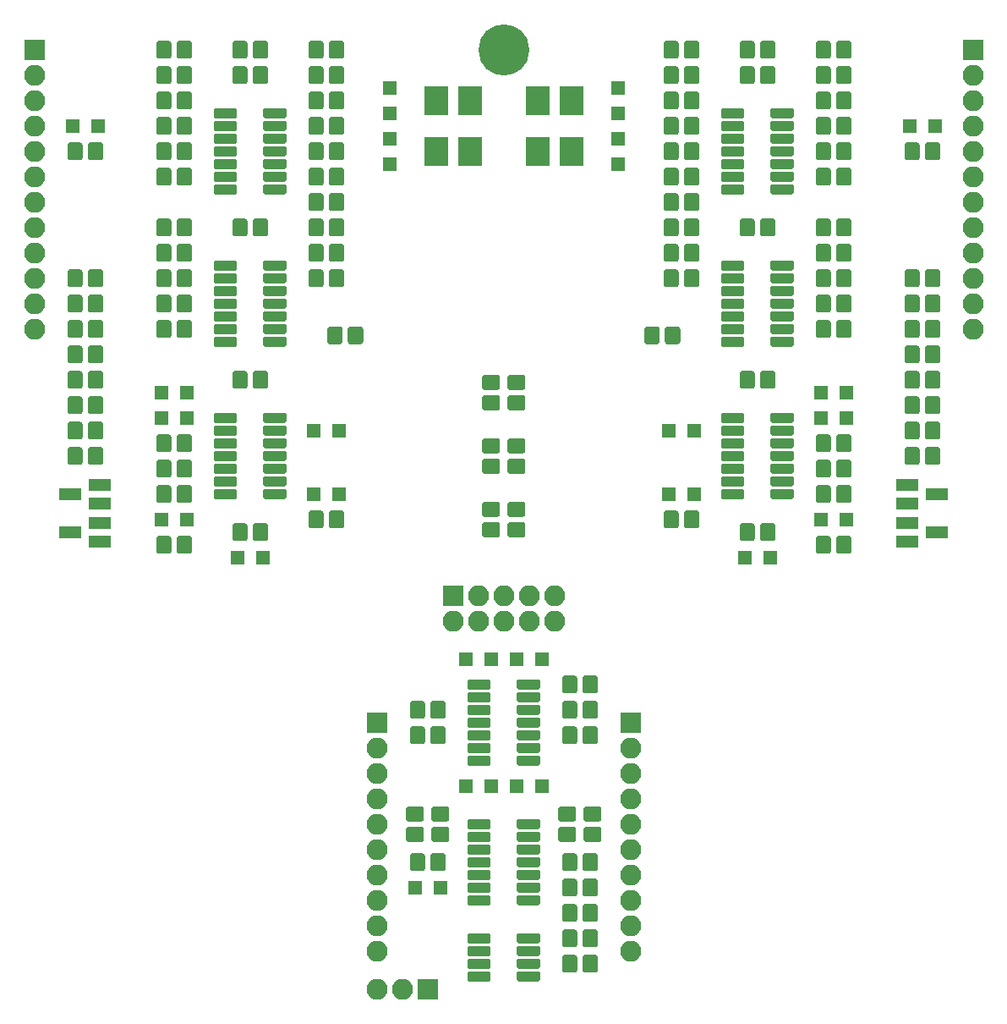
<source format=gbr>
G04 #@! TF.GenerationSoftware,KiCad,Pcbnew,(5.1.5)-3*
G04 #@! TF.CreationDate,2020-05-08T06:04:49-05:00*
G04 #@! TF.ProjectId,Miasma_Main_smd,4d696173-6d61-45f4-9d61-696e5f736d64,rev?*
G04 #@! TF.SameCoordinates,Original*
G04 #@! TF.FileFunction,Soldermask,Top*
G04 #@! TF.FilePolarity,Negative*
%FSLAX46Y46*%
G04 Gerber Fmt 4.6, Leading zero omitted, Abs format (unit mm)*
G04 Created by KiCad (PCBNEW (5.1.5)-3) date 2020-05-08 06:04:49*
%MOMM*%
%LPD*%
G04 APERTURE LIST*
%ADD10R,2.400000X1.050000*%
%ADD11R,2.300000X1.200000*%
%ADD12C,0.100000*%
%ADD13R,1.400000X1.400000*%
%ADD14O,2.100000X2.100000*%
%ADD15R,2.100000X2.100000*%
%ADD16C,5.100000*%
G04 APERTURE END LIST*
D10*
X151570000Y-58740000D03*
X151570000Y-59690000D03*
X151570000Y-60640000D03*
X148150000Y-60640000D03*
X148150000Y-59690000D03*
X148150000Y-58740000D03*
X151570000Y-53660000D03*
X151570000Y-54610000D03*
X151570000Y-55560000D03*
X148150000Y-55560000D03*
X148150000Y-54610000D03*
X148150000Y-53660000D03*
X137990000Y-60640000D03*
X137990000Y-59690000D03*
X137990000Y-58740000D03*
X141410000Y-58740000D03*
X141410000Y-59690000D03*
X141410000Y-60640000D03*
X137990000Y-55560000D03*
X137990000Y-54610000D03*
X137990000Y-53660000D03*
X141410000Y-53660000D03*
X141410000Y-54610000D03*
X141410000Y-55560000D03*
D11*
X188190000Y-97790000D03*
X185190000Y-98740000D03*
X185190000Y-96840000D03*
X101370000Y-97790000D03*
X104370000Y-96840000D03*
X104370000Y-98740000D03*
X188190000Y-93980000D03*
X185190000Y-94930000D03*
X185190000Y-93030000D03*
X101370000Y-93980000D03*
X104370000Y-93030000D03*
X104370000Y-94930000D03*
D12*
G36*
X148204504Y-141741204D02*
G01*
X148228773Y-141744804D01*
X148252571Y-141750765D01*
X148275671Y-141759030D01*
X148297849Y-141769520D01*
X148318893Y-141782133D01*
X148338598Y-141796747D01*
X148356777Y-141813223D01*
X148373253Y-141831402D01*
X148387867Y-141851107D01*
X148400480Y-141872151D01*
X148410970Y-141894329D01*
X148419235Y-141917429D01*
X148425196Y-141941227D01*
X148428796Y-141965496D01*
X148430000Y-141990000D01*
X148430000Y-142490000D01*
X148428796Y-142514504D01*
X148425196Y-142538773D01*
X148419235Y-142562571D01*
X148410970Y-142585671D01*
X148400480Y-142607849D01*
X148387867Y-142628893D01*
X148373253Y-142648598D01*
X148356777Y-142666777D01*
X148338598Y-142683253D01*
X148318893Y-142697867D01*
X148297849Y-142710480D01*
X148275671Y-142720970D01*
X148252571Y-142729235D01*
X148228773Y-142735196D01*
X148204504Y-142738796D01*
X148180000Y-142740000D01*
X146330000Y-142740000D01*
X146305496Y-142738796D01*
X146281227Y-142735196D01*
X146257429Y-142729235D01*
X146234329Y-142720970D01*
X146212151Y-142710480D01*
X146191107Y-142697867D01*
X146171402Y-142683253D01*
X146153223Y-142666777D01*
X146136747Y-142648598D01*
X146122133Y-142628893D01*
X146109520Y-142607849D01*
X146099030Y-142585671D01*
X146090765Y-142562571D01*
X146084804Y-142538773D01*
X146081204Y-142514504D01*
X146080000Y-142490000D01*
X146080000Y-141990000D01*
X146081204Y-141965496D01*
X146084804Y-141941227D01*
X146090765Y-141917429D01*
X146099030Y-141894329D01*
X146109520Y-141872151D01*
X146122133Y-141851107D01*
X146136747Y-141831402D01*
X146153223Y-141813223D01*
X146171402Y-141796747D01*
X146191107Y-141782133D01*
X146212151Y-141769520D01*
X146234329Y-141759030D01*
X146257429Y-141750765D01*
X146281227Y-141744804D01*
X146305496Y-141741204D01*
X146330000Y-141740000D01*
X148180000Y-141740000D01*
X148204504Y-141741204D01*
G37*
G36*
X148204504Y-140471204D02*
G01*
X148228773Y-140474804D01*
X148252571Y-140480765D01*
X148275671Y-140489030D01*
X148297849Y-140499520D01*
X148318893Y-140512133D01*
X148338598Y-140526747D01*
X148356777Y-140543223D01*
X148373253Y-140561402D01*
X148387867Y-140581107D01*
X148400480Y-140602151D01*
X148410970Y-140624329D01*
X148419235Y-140647429D01*
X148425196Y-140671227D01*
X148428796Y-140695496D01*
X148430000Y-140720000D01*
X148430000Y-141220000D01*
X148428796Y-141244504D01*
X148425196Y-141268773D01*
X148419235Y-141292571D01*
X148410970Y-141315671D01*
X148400480Y-141337849D01*
X148387867Y-141358893D01*
X148373253Y-141378598D01*
X148356777Y-141396777D01*
X148338598Y-141413253D01*
X148318893Y-141427867D01*
X148297849Y-141440480D01*
X148275671Y-141450970D01*
X148252571Y-141459235D01*
X148228773Y-141465196D01*
X148204504Y-141468796D01*
X148180000Y-141470000D01*
X146330000Y-141470000D01*
X146305496Y-141468796D01*
X146281227Y-141465196D01*
X146257429Y-141459235D01*
X146234329Y-141450970D01*
X146212151Y-141440480D01*
X146191107Y-141427867D01*
X146171402Y-141413253D01*
X146153223Y-141396777D01*
X146136747Y-141378598D01*
X146122133Y-141358893D01*
X146109520Y-141337849D01*
X146099030Y-141315671D01*
X146090765Y-141292571D01*
X146084804Y-141268773D01*
X146081204Y-141244504D01*
X146080000Y-141220000D01*
X146080000Y-140720000D01*
X146081204Y-140695496D01*
X146084804Y-140671227D01*
X146090765Y-140647429D01*
X146099030Y-140624329D01*
X146109520Y-140602151D01*
X146122133Y-140581107D01*
X146136747Y-140561402D01*
X146153223Y-140543223D01*
X146171402Y-140526747D01*
X146191107Y-140512133D01*
X146212151Y-140499520D01*
X146234329Y-140489030D01*
X146257429Y-140480765D01*
X146281227Y-140474804D01*
X146305496Y-140471204D01*
X146330000Y-140470000D01*
X148180000Y-140470000D01*
X148204504Y-140471204D01*
G37*
G36*
X148204504Y-139201204D02*
G01*
X148228773Y-139204804D01*
X148252571Y-139210765D01*
X148275671Y-139219030D01*
X148297849Y-139229520D01*
X148318893Y-139242133D01*
X148338598Y-139256747D01*
X148356777Y-139273223D01*
X148373253Y-139291402D01*
X148387867Y-139311107D01*
X148400480Y-139332151D01*
X148410970Y-139354329D01*
X148419235Y-139377429D01*
X148425196Y-139401227D01*
X148428796Y-139425496D01*
X148430000Y-139450000D01*
X148430000Y-139950000D01*
X148428796Y-139974504D01*
X148425196Y-139998773D01*
X148419235Y-140022571D01*
X148410970Y-140045671D01*
X148400480Y-140067849D01*
X148387867Y-140088893D01*
X148373253Y-140108598D01*
X148356777Y-140126777D01*
X148338598Y-140143253D01*
X148318893Y-140157867D01*
X148297849Y-140170480D01*
X148275671Y-140180970D01*
X148252571Y-140189235D01*
X148228773Y-140195196D01*
X148204504Y-140198796D01*
X148180000Y-140200000D01*
X146330000Y-140200000D01*
X146305496Y-140198796D01*
X146281227Y-140195196D01*
X146257429Y-140189235D01*
X146234329Y-140180970D01*
X146212151Y-140170480D01*
X146191107Y-140157867D01*
X146171402Y-140143253D01*
X146153223Y-140126777D01*
X146136747Y-140108598D01*
X146122133Y-140088893D01*
X146109520Y-140067849D01*
X146099030Y-140045671D01*
X146090765Y-140022571D01*
X146084804Y-139998773D01*
X146081204Y-139974504D01*
X146080000Y-139950000D01*
X146080000Y-139450000D01*
X146081204Y-139425496D01*
X146084804Y-139401227D01*
X146090765Y-139377429D01*
X146099030Y-139354329D01*
X146109520Y-139332151D01*
X146122133Y-139311107D01*
X146136747Y-139291402D01*
X146153223Y-139273223D01*
X146171402Y-139256747D01*
X146191107Y-139242133D01*
X146212151Y-139229520D01*
X146234329Y-139219030D01*
X146257429Y-139210765D01*
X146281227Y-139204804D01*
X146305496Y-139201204D01*
X146330000Y-139200000D01*
X148180000Y-139200000D01*
X148204504Y-139201204D01*
G37*
G36*
X148204504Y-137931204D02*
G01*
X148228773Y-137934804D01*
X148252571Y-137940765D01*
X148275671Y-137949030D01*
X148297849Y-137959520D01*
X148318893Y-137972133D01*
X148338598Y-137986747D01*
X148356777Y-138003223D01*
X148373253Y-138021402D01*
X148387867Y-138041107D01*
X148400480Y-138062151D01*
X148410970Y-138084329D01*
X148419235Y-138107429D01*
X148425196Y-138131227D01*
X148428796Y-138155496D01*
X148430000Y-138180000D01*
X148430000Y-138680000D01*
X148428796Y-138704504D01*
X148425196Y-138728773D01*
X148419235Y-138752571D01*
X148410970Y-138775671D01*
X148400480Y-138797849D01*
X148387867Y-138818893D01*
X148373253Y-138838598D01*
X148356777Y-138856777D01*
X148338598Y-138873253D01*
X148318893Y-138887867D01*
X148297849Y-138900480D01*
X148275671Y-138910970D01*
X148252571Y-138919235D01*
X148228773Y-138925196D01*
X148204504Y-138928796D01*
X148180000Y-138930000D01*
X146330000Y-138930000D01*
X146305496Y-138928796D01*
X146281227Y-138925196D01*
X146257429Y-138919235D01*
X146234329Y-138910970D01*
X146212151Y-138900480D01*
X146191107Y-138887867D01*
X146171402Y-138873253D01*
X146153223Y-138856777D01*
X146136747Y-138838598D01*
X146122133Y-138818893D01*
X146109520Y-138797849D01*
X146099030Y-138775671D01*
X146090765Y-138752571D01*
X146084804Y-138728773D01*
X146081204Y-138704504D01*
X146080000Y-138680000D01*
X146080000Y-138180000D01*
X146081204Y-138155496D01*
X146084804Y-138131227D01*
X146090765Y-138107429D01*
X146099030Y-138084329D01*
X146109520Y-138062151D01*
X146122133Y-138041107D01*
X146136747Y-138021402D01*
X146153223Y-138003223D01*
X146171402Y-137986747D01*
X146191107Y-137972133D01*
X146212151Y-137959520D01*
X146234329Y-137949030D01*
X146257429Y-137940765D01*
X146281227Y-137934804D01*
X146305496Y-137931204D01*
X146330000Y-137930000D01*
X148180000Y-137930000D01*
X148204504Y-137931204D01*
G37*
G36*
X143254504Y-137931204D02*
G01*
X143278773Y-137934804D01*
X143302571Y-137940765D01*
X143325671Y-137949030D01*
X143347849Y-137959520D01*
X143368893Y-137972133D01*
X143388598Y-137986747D01*
X143406777Y-138003223D01*
X143423253Y-138021402D01*
X143437867Y-138041107D01*
X143450480Y-138062151D01*
X143460970Y-138084329D01*
X143469235Y-138107429D01*
X143475196Y-138131227D01*
X143478796Y-138155496D01*
X143480000Y-138180000D01*
X143480000Y-138680000D01*
X143478796Y-138704504D01*
X143475196Y-138728773D01*
X143469235Y-138752571D01*
X143460970Y-138775671D01*
X143450480Y-138797849D01*
X143437867Y-138818893D01*
X143423253Y-138838598D01*
X143406777Y-138856777D01*
X143388598Y-138873253D01*
X143368893Y-138887867D01*
X143347849Y-138900480D01*
X143325671Y-138910970D01*
X143302571Y-138919235D01*
X143278773Y-138925196D01*
X143254504Y-138928796D01*
X143230000Y-138930000D01*
X141380000Y-138930000D01*
X141355496Y-138928796D01*
X141331227Y-138925196D01*
X141307429Y-138919235D01*
X141284329Y-138910970D01*
X141262151Y-138900480D01*
X141241107Y-138887867D01*
X141221402Y-138873253D01*
X141203223Y-138856777D01*
X141186747Y-138838598D01*
X141172133Y-138818893D01*
X141159520Y-138797849D01*
X141149030Y-138775671D01*
X141140765Y-138752571D01*
X141134804Y-138728773D01*
X141131204Y-138704504D01*
X141130000Y-138680000D01*
X141130000Y-138180000D01*
X141131204Y-138155496D01*
X141134804Y-138131227D01*
X141140765Y-138107429D01*
X141149030Y-138084329D01*
X141159520Y-138062151D01*
X141172133Y-138041107D01*
X141186747Y-138021402D01*
X141203223Y-138003223D01*
X141221402Y-137986747D01*
X141241107Y-137972133D01*
X141262151Y-137959520D01*
X141284329Y-137949030D01*
X141307429Y-137940765D01*
X141331227Y-137934804D01*
X141355496Y-137931204D01*
X141380000Y-137930000D01*
X143230000Y-137930000D01*
X143254504Y-137931204D01*
G37*
G36*
X143254504Y-139201204D02*
G01*
X143278773Y-139204804D01*
X143302571Y-139210765D01*
X143325671Y-139219030D01*
X143347849Y-139229520D01*
X143368893Y-139242133D01*
X143388598Y-139256747D01*
X143406777Y-139273223D01*
X143423253Y-139291402D01*
X143437867Y-139311107D01*
X143450480Y-139332151D01*
X143460970Y-139354329D01*
X143469235Y-139377429D01*
X143475196Y-139401227D01*
X143478796Y-139425496D01*
X143480000Y-139450000D01*
X143480000Y-139950000D01*
X143478796Y-139974504D01*
X143475196Y-139998773D01*
X143469235Y-140022571D01*
X143460970Y-140045671D01*
X143450480Y-140067849D01*
X143437867Y-140088893D01*
X143423253Y-140108598D01*
X143406777Y-140126777D01*
X143388598Y-140143253D01*
X143368893Y-140157867D01*
X143347849Y-140170480D01*
X143325671Y-140180970D01*
X143302571Y-140189235D01*
X143278773Y-140195196D01*
X143254504Y-140198796D01*
X143230000Y-140200000D01*
X141380000Y-140200000D01*
X141355496Y-140198796D01*
X141331227Y-140195196D01*
X141307429Y-140189235D01*
X141284329Y-140180970D01*
X141262151Y-140170480D01*
X141241107Y-140157867D01*
X141221402Y-140143253D01*
X141203223Y-140126777D01*
X141186747Y-140108598D01*
X141172133Y-140088893D01*
X141159520Y-140067849D01*
X141149030Y-140045671D01*
X141140765Y-140022571D01*
X141134804Y-139998773D01*
X141131204Y-139974504D01*
X141130000Y-139950000D01*
X141130000Y-139450000D01*
X141131204Y-139425496D01*
X141134804Y-139401227D01*
X141140765Y-139377429D01*
X141149030Y-139354329D01*
X141159520Y-139332151D01*
X141172133Y-139311107D01*
X141186747Y-139291402D01*
X141203223Y-139273223D01*
X141221402Y-139256747D01*
X141241107Y-139242133D01*
X141262151Y-139229520D01*
X141284329Y-139219030D01*
X141307429Y-139210765D01*
X141331227Y-139204804D01*
X141355496Y-139201204D01*
X141380000Y-139200000D01*
X143230000Y-139200000D01*
X143254504Y-139201204D01*
G37*
G36*
X143254504Y-140471204D02*
G01*
X143278773Y-140474804D01*
X143302571Y-140480765D01*
X143325671Y-140489030D01*
X143347849Y-140499520D01*
X143368893Y-140512133D01*
X143388598Y-140526747D01*
X143406777Y-140543223D01*
X143423253Y-140561402D01*
X143437867Y-140581107D01*
X143450480Y-140602151D01*
X143460970Y-140624329D01*
X143469235Y-140647429D01*
X143475196Y-140671227D01*
X143478796Y-140695496D01*
X143480000Y-140720000D01*
X143480000Y-141220000D01*
X143478796Y-141244504D01*
X143475196Y-141268773D01*
X143469235Y-141292571D01*
X143460970Y-141315671D01*
X143450480Y-141337849D01*
X143437867Y-141358893D01*
X143423253Y-141378598D01*
X143406777Y-141396777D01*
X143388598Y-141413253D01*
X143368893Y-141427867D01*
X143347849Y-141440480D01*
X143325671Y-141450970D01*
X143302571Y-141459235D01*
X143278773Y-141465196D01*
X143254504Y-141468796D01*
X143230000Y-141470000D01*
X141380000Y-141470000D01*
X141355496Y-141468796D01*
X141331227Y-141465196D01*
X141307429Y-141459235D01*
X141284329Y-141450970D01*
X141262151Y-141440480D01*
X141241107Y-141427867D01*
X141221402Y-141413253D01*
X141203223Y-141396777D01*
X141186747Y-141378598D01*
X141172133Y-141358893D01*
X141159520Y-141337849D01*
X141149030Y-141315671D01*
X141140765Y-141292571D01*
X141134804Y-141268773D01*
X141131204Y-141244504D01*
X141130000Y-141220000D01*
X141130000Y-140720000D01*
X141131204Y-140695496D01*
X141134804Y-140671227D01*
X141140765Y-140647429D01*
X141149030Y-140624329D01*
X141159520Y-140602151D01*
X141172133Y-140581107D01*
X141186747Y-140561402D01*
X141203223Y-140543223D01*
X141221402Y-140526747D01*
X141241107Y-140512133D01*
X141262151Y-140499520D01*
X141284329Y-140489030D01*
X141307429Y-140480765D01*
X141331227Y-140474804D01*
X141355496Y-140471204D01*
X141380000Y-140470000D01*
X143230000Y-140470000D01*
X143254504Y-140471204D01*
G37*
G36*
X143254504Y-141741204D02*
G01*
X143278773Y-141744804D01*
X143302571Y-141750765D01*
X143325671Y-141759030D01*
X143347849Y-141769520D01*
X143368893Y-141782133D01*
X143388598Y-141796747D01*
X143406777Y-141813223D01*
X143423253Y-141831402D01*
X143437867Y-141851107D01*
X143450480Y-141872151D01*
X143460970Y-141894329D01*
X143469235Y-141917429D01*
X143475196Y-141941227D01*
X143478796Y-141965496D01*
X143480000Y-141990000D01*
X143480000Y-142490000D01*
X143478796Y-142514504D01*
X143475196Y-142538773D01*
X143469235Y-142562571D01*
X143460970Y-142585671D01*
X143450480Y-142607849D01*
X143437867Y-142628893D01*
X143423253Y-142648598D01*
X143406777Y-142666777D01*
X143388598Y-142683253D01*
X143368893Y-142697867D01*
X143347849Y-142710480D01*
X143325671Y-142720970D01*
X143302571Y-142729235D01*
X143278773Y-142735196D01*
X143254504Y-142738796D01*
X143230000Y-142740000D01*
X141380000Y-142740000D01*
X141355496Y-142738796D01*
X141331227Y-142735196D01*
X141307429Y-142729235D01*
X141284329Y-142720970D01*
X141262151Y-142710480D01*
X141241107Y-142697867D01*
X141221402Y-142683253D01*
X141203223Y-142666777D01*
X141186747Y-142648598D01*
X141172133Y-142628893D01*
X141159520Y-142607849D01*
X141149030Y-142585671D01*
X141140765Y-142562571D01*
X141134804Y-142538773D01*
X141131204Y-142514504D01*
X141130000Y-142490000D01*
X141130000Y-141990000D01*
X141131204Y-141965496D01*
X141134804Y-141941227D01*
X141140765Y-141917429D01*
X141149030Y-141894329D01*
X141159520Y-141872151D01*
X141172133Y-141851107D01*
X141186747Y-141831402D01*
X141203223Y-141813223D01*
X141221402Y-141796747D01*
X141241107Y-141782133D01*
X141262151Y-141769520D01*
X141284329Y-141759030D01*
X141307429Y-141750765D01*
X141331227Y-141744804D01*
X141355496Y-141741204D01*
X141380000Y-141740000D01*
X143230000Y-141740000D01*
X143254504Y-141741204D01*
G37*
D13*
X171430000Y-100330000D03*
X168930000Y-100330000D03*
X118130000Y-100330000D03*
X120630000Y-100330000D03*
X163810000Y-93980000D03*
X161310000Y-93980000D03*
X163810000Y-87630000D03*
X161310000Y-87630000D03*
X125750000Y-93980000D03*
X128250000Y-93980000D03*
X125750000Y-87630000D03*
X128250000Y-87630000D03*
X176550000Y-96520000D03*
X179050000Y-96520000D03*
X113010000Y-96520000D03*
X110510000Y-96520000D03*
X156210000Y-55860000D03*
X156210000Y-53360000D03*
X156210000Y-58440000D03*
X156210000Y-60940000D03*
X133350000Y-55860000D03*
X133350000Y-53360000D03*
X133350000Y-58440000D03*
X133350000Y-60940000D03*
X179050000Y-83820000D03*
X176550000Y-83820000D03*
X110510000Y-83820000D03*
X113010000Y-83820000D03*
X176550000Y-86360000D03*
X179050000Y-86360000D03*
X113010000Y-86360000D03*
X110510000Y-86360000D03*
X138410000Y-133350000D03*
X135910000Y-133350000D03*
X146070000Y-110490000D03*
X148570000Y-110490000D03*
X143490000Y-110490000D03*
X140990000Y-110490000D03*
X148570000Y-123190000D03*
X146070000Y-123190000D03*
X140990000Y-123190000D03*
X143490000Y-123190000D03*
D12*
G36*
X148204504Y-126501204D02*
G01*
X148228773Y-126504804D01*
X148252571Y-126510765D01*
X148275671Y-126519030D01*
X148297849Y-126529520D01*
X148318893Y-126542133D01*
X148338598Y-126556747D01*
X148356777Y-126573223D01*
X148373253Y-126591402D01*
X148387867Y-126611107D01*
X148400480Y-126632151D01*
X148410970Y-126654329D01*
X148419235Y-126677429D01*
X148425196Y-126701227D01*
X148428796Y-126725496D01*
X148430000Y-126750000D01*
X148430000Y-127250000D01*
X148428796Y-127274504D01*
X148425196Y-127298773D01*
X148419235Y-127322571D01*
X148410970Y-127345671D01*
X148400480Y-127367849D01*
X148387867Y-127388893D01*
X148373253Y-127408598D01*
X148356777Y-127426777D01*
X148338598Y-127443253D01*
X148318893Y-127457867D01*
X148297849Y-127470480D01*
X148275671Y-127480970D01*
X148252571Y-127489235D01*
X148228773Y-127495196D01*
X148204504Y-127498796D01*
X148180000Y-127500000D01*
X146330000Y-127500000D01*
X146305496Y-127498796D01*
X146281227Y-127495196D01*
X146257429Y-127489235D01*
X146234329Y-127480970D01*
X146212151Y-127470480D01*
X146191107Y-127457867D01*
X146171402Y-127443253D01*
X146153223Y-127426777D01*
X146136747Y-127408598D01*
X146122133Y-127388893D01*
X146109520Y-127367849D01*
X146099030Y-127345671D01*
X146090765Y-127322571D01*
X146084804Y-127298773D01*
X146081204Y-127274504D01*
X146080000Y-127250000D01*
X146080000Y-126750000D01*
X146081204Y-126725496D01*
X146084804Y-126701227D01*
X146090765Y-126677429D01*
X146099030Y-126654329D01*
X146109520Y-126632151D01*
X146122133Y-126611107D01*
X146136747Y-126591402D01*
X146153223Y-126573223D01*
X146171402Y-126556747D01*
X146191107Y-126542133D01*
X146212151Y-126529520D01*
X146234329Y-126519030D01*
X146257429Y-126510765D01*
X146281227Y-126504804D01*
X146305496Y-126501204D01*
X146330000Y-126500000D01*
X148180000Y-126500000D01*
X148204504Y-126501204D01*
G37*
G36*
X148204504Y-127771204D02*
G01*
X148228773Y-127774804D01*
X148252571Y-127780765D01*
X148275671Y-127789030D01*
X148297849Y-127799520D01*
X148318893Y-127812133D01*
X148338598Y-127826747D01*
X148356777Y-127843223D01*
X148373253Y-127861402D01*
X148387867Y-127881107D01*
X148400480Y-127902151D01*
X148410970Y-127924329D01*
X148419235Y-127947429D01*
X148425196Y-127971227D01*
X148428796Y-127995496D01*
X148430000Y-128020000D01*
X148430000Y-128520000D01*
X148428796Y-128544504D01*
X148425196Y-128568773D01*
X148419235Y-128592571D01*
X148410970Y-128615671D01*
X148400480Y-128637849D01*
X148387867Y-128658893D01*
X148373253Y-128678598D01*
X148356777Y-128696777D01*
X148338598Y-128713253D01*
X148318893Y-128727867D01*
X148297849Y-128740480D01*
X148275671Y-128750970D01*
X148252571Y-128759235D01*
X148228773Y-128765196D01*
X148204504Y-128768796D01*
X148180000Y-128770000D01*
X146330000Y-128770000D01*
X146305496Y-128768796D01*
X146281227Y-128765196D01*
X146257429Y-128759235D01*
X146234329Y-128750970D01*
X146212151Y-128740480D01*
X146191107Y-128727867D01*
X146171402Y-128713253D01*
X146153223Y-128696777D01*
X146136747Y-128678598D01*
X146122133Y-128658893D01*
X146109520Y-128637849D01*
X146099030Y-128615671D01*
X146090765Y-128592571D01*
X146084804Y-128568773D01*
X146081204Y-128544504D01*
X146080000Y-128520000D01*
X146080000Y-128020000D01*
X146081204Y-127995496D01*
X146084804Y-127971227D01*
X146090765Y-127947429D01*
X146099030Y-127924329D01*
X146109520Y-127902151D01*
X146122133Y-127881107D01*
X146136747Y-127861402D01*
X146153223Y-127843223D01*
X146171402Y-127826747D01*
X146191107Y-127812133D01*
X146212151Y-127799520D01*
X146234329Y-127789030D01*
X146257429Y-127780765D01*
X146281227Y-127774804D01*
X146305496Y-127771204D01*
X146330000Y-127770000D01*
X148180000Y-127770000D01*
X148204504Y-127771204D01*
G37*
G36*
X148204504Y-129041204D02*
G01*
X148228773Y-129044804D01*
X148252571Y-129050765D01*
X148275671Y-129059030D01*
X148297849Y-129069520D01*
X148318893Y-129082133D01*
X148338598Y-129096747D01*
X148356777Y-129113223D01*
X148373253Y-129131402D01*
X148387867Y-129151107D01*
X148400480Y-129172151D01*
X148410970Y-129194329D01*
X148419235Y-129217429D01*
X148425196Y-129241227D01*
X148428796Y-129265496D01*
X148430000Y-129290000D01*
X148430000Y-129790000D01*
X148428796Y-129814504D01*
X148425196Y-129838773D01*
X148419235Y-129862571D01*
X148410970Y-129885671D01*
X148400480Y-129907849D01*
X148387867Y-129928893D01*
X148373253Y-129948598D01*
X148356777Y-129966777D01*
X148338598Y-129983253D01*
X148318893Y-129997867D01*
X148297849Y-130010480D01*
X148275671Y-130020970D01*
X148252571Y-130029235D01*
X148228773Y-130035196D01*
X148204504Y-130038796D01*
X148180000Y-130040000D01*
X146330000Y-130040000D01*
X146305496Y-130038796D01*
X146281227Y-130035196D01*
X146257429Y-130029235D01*
X146234329Y-130020970D01*
X146212151Y-130010480D01*
X146191107Y-129997867D01*
X146171402Y-129983253D01*
X146153223Y-129966777D01*
X146136747Y-129948598D01*
X146122133Y-129928893D01*
X146109520Y-129907849D01*
X146099030Y-129885671D01*
X146090765Y-129862571D01*
X146084804Y-129838773D01*
X146081204Y-129814504D01*
X146080000Y-129790000D01*
X146080000Y-129290000D01*
X146081204Y-129265496D01*
X146084804Y-129241227D01*
X146090765Y-129217429D01*
X146099030Y-129194329D01*
X146109520Y-129172151D01*
X146122133Y-129151107D01*
X146136747Y-129131402D01*
X146153223Y-129113223D01*
X146171402Y-129096747D01*
X146191107Y-129082133D01*
X146212151Y-129069520D01*
X146234329Y-129059030D01*
X146257429Y-129050765D01*
X146281227Y-129044804D01*
X146305496Y-129041204D01*
X146330000Y-129040000D01*
X148180000Y-129040000D01*
X148204504Y-129041204D01*
G37*
G36*
X148204504Y-130311204D02*
G01*
X148228773Y-130314804D01*
X148252571Y-130320765D01*
X148275671Y-130329030D01*
X148297849Y-130339520D01*
X148318893Y-130352133D01*
X148338598Y-130366747D01*
X148356777Y-130383223D01*
X148373253Y-130401402D01*
X148387867Y-130421107D01*
X148400480Y-130442151D01*
X148410970Y-130464329D01*
X148419235Y-130487429D01*
X148425196Y-130511227D01*
X148428796Y-130535496D01*
X148430000Y-130560000D01*
X148430000Y-131060000D01*
X148428796Y-131084504D01*
X148425196Y-131108773D01*
X148419235Y-131132571D01*
X148410970Y-131155671D01*
X148400480Y-131177849D01*
X148387867Y-131198893D01*
X148373253Y-131218598D01*
X148356777Y-131236777D01*
X148338598Y-131253253D01*
X148318893Y-131267867D01*
X148297849Y-131280480D01*
X148275671Y-131290970D01*
X148252571Y-131299235D01*
X148228773Y-131305196D01*
X148204504Y-131308796D01*
X148180000Y-131310000D01*
X146330000Y-131310000D01*
X146305496Y-131308796D01*
X146281227Y-131305196D01*
X146257429Y-131299235D01*
X146234329Y-131290970D01*
X146212151Y-131280480D01*
X146191107Y-131267867D01*
X146171402Y-131253253D01*
X146153223Y-131236777D01*
X146136747Y-131218598D01*
X146122133Y-131198893D01*
X146109520Y-131177849D01*
X146099030Y-131155671D01*
X146090765Y-131132571D01*
X146084804Y-131108773D01*
X146081204Y-131084504D01*
X146080000Y-131060000D01*
X146080000Y-130560000D01*
X146081204Y-130535496D01*
X146084804Y-130511227D01*
X146090765Y-130487429D01*
X146099030Y-130464329D01*
X146109520Y-130442151D01*
X146122133Y-130421107D01*
X146136747Y-130401402D01*
X146153223Y-130383223D01*
X146171402Y-130366747D01*
X146191107Y-130352133D01*
X146212151Y-130339520D01*
X146234329Y-130329030D01*
X146257429Y-130320765D01*
X146281227Y-130314804D01*
X146305496Y-130311204D01*
X146330000Y-130310000D01*
X148180000Y-130310000D01*
X148204504Y-130311204D01*
G37*
G36*
X148204504Y-131581204D02*
G01*
X148228773Y-131584804D01*
X148252571Y-131590765D01*
X148275671Y-131599030D01*
X148297849Y-131609520D01*
X148318893Y-131622133D01*
X148338598Y-131636747D01*
X148356777Y-131653223D01*
X148373253Y-131671402D01*
X148387867Y-131691107D01*
X148400480Y-131712151D01*
X148410970Y-131734329D01*
X148419235Y-131757429D01*
X148425196Y-131781227D01*
X148428796Y-131805496D01*
X148430000Y-131830000D01*
X148430000Y-132330000D01*
X148428796Y-132354504D01*
X148425196Y-132378773D01*
X148419235Y-132402571D01*
X148410970Y-132425671D01*
X148400480Y-132447849D01*
X148387867Y-132468893D01*
X148373253Y-132488598D01*
X148356777Y-132506777D01*
X148338598Y-132523253D01*
X148318893Y-132537867D01*
X148297849Y-132550480D01*
X148275671Y-132560970D01*
X148252571Y-132569235D01*
X148228773Y-132575196D01*
X148204504Y-132578796D01*
X148180000Y-132580000D01*
X146330000Y-132580000D01*
X146305496Y-132578796D01*
X146281227Y-132575196D01*
X146257429Y-132569235D01*
X146234329Y-132560970D01*
X146212151Y-132550480D01*
X146191107Y-132537867D01*
X146171402Y-132523253D01*
X146153223Y-132506777D01*
X146136747Y-132488598D01*
X146122133Y-132468893D01*
X146109520Y-132447849D01*
X146099030Y-132425671D01*
X146090765Y-132402571D01*
X146084804Y-132378773D01*
X146081204Y-132354504D01*
X146080000Y-132330000D01*
X146080000Y-131830000D01*
X146081204Y-131805496D01*
X146084804Y-131781227D01*
X146090765Y-131757429D01*
X146099030Y-131734329D01*
X146109520Y-131712151D01*
X146122133Y-131691107D01*
X146136747Y-131671402D01*
X146153223Y-131653223D01*
X146171402Y-131636747D01*
X146191107Y-131622133D01*
X146212151Y-131609520D01*
X146234329Y-131599030D01*
X146257429Y-131590765D01*
X146281227Y-131584804D01*
X146305496Y-131581204D01*
X146330000Y-131580000D01*
X148180000Y-131580000D01*
X148204504Y-131581204D01*
G37*
G36*
X148204504Y-132851204D02*
G01*
X148228773Y-132854804D01*
X148252571Y-132860765D01*
X148275671Y-132869030D01*
X148297849Y-132879520D01*
X148318893Y-132892133D01*
X148338598Y-132906747D01*
X148356777Y-132923223D01*
X148373253Y-132941402D01*
X148387867Y-132961107D01*
X148400480Y-132982151D01*
X148410970Y-133004329D01*
X148419235Y-133027429D01*
X148425196Y-133051227D01*
X148428796Y-133075496D01*
X148430000Y-133100000D01*
X148430000Y-133600000D01*
X148428796Y-133624504D01*
X148425196Y-133648773D01*
X148419235Y-133672571D01*
X148410970Y-133695671D01*
X148400480Y-133717849D01*
X148387867Y-133738893D01*
X148373253Y-133758598D01*
X148356777Y-133776777D01*
X148338598Y-133793253D01*
X148318893Y-133807867D01*
X148297849Y-133820480D01*
X148275671Y-133830970D01*
X148252571Y-133839235D01*
X148228773Y-133845196D01*
X148204504Y-133848796D01*
X148180000Y-133850000D01*
X146330000Y-133850000D01*
X146305496Y-133848796D01*
X146281227Y-133845196D01*
X146257429Y-133839235D01*
X146234329Y-133830970D01*
X146212151Y-133820480D01*
X146191107Y-133807867D01*
X146171402Y-133793253D01*
X146153223Y-133776777D01*
X146136747Y-133758598D01*
X146122133Y-133738893D01*
X146109520Y-133717849D01*
X146099030Y-133695671D01*
X146090765Y-133672571D01*
X146084804Y-133648773D01*
X146081204Y-133624504D01*
X146080000Y-133600000D01*
X146080000Y-133100000D01*
X146081204Y-133075496D01*
X146084804Y-133051227D01*
X146090765Y-133027429D01*
X146099030Y-133004329D01*
X146109520Y-132982151D01*
X146122133Y-132961107D01*
X146136747Y-132941402D01*
X146153223Y-132923223D01*
X146171402Y-132906747D01*
X146191107Y-132892133D01*
X146212151Y-132879520D01*
X146234329Y-132869030D01*
X146257429Y-132860765D01*
X146281227Y-132854804D01*
X146305496Y-132851204D01*
X146330000Y-132850000D01*
X148180000Y-132850000D01*
X148204504Y-132851204D01*
G37*
G36*
X148204504Y-134121204D02*
G01*
X148228773Y-134124804D01*
X148252571Y-134130765D01*
X148275671Y-134139030D01*
X148297849Y-134149520D01*
X148318893Y-134162133D01*
X148338598Y-134176747D01*
X148356777Y-134193223D01*
X148373253Y-134211402D01*
X148387867Y-134231107D01*
X148400480Y-134252151D01*
X148410970Y-134274329D01*
X148419235Y-134297429D01*
X148425196Y-134321227D01*
X148428796Y-134345496D01*
X148430000Y-134370000D01*
X148430000Y-134870000D01*
X148428796Y-134894504D01*
X148425196Y-134918773D01*
X148419235Y-134942571D01*
X148410970Y-134965671D01*
X148400480Y-134987849D01*
X148387867Y-135008893D01*
X148373253Y-135028598D01*
X148356777Y-135046777D01*
X148338598Y-135063253D01*
X148318893Y-135077867D01*
X148297849Y-135090480D01*
X148275671Y-135100970D01*
X148252571Y-135109235D01*
X148228773Y-135115196D01*
X148204504Y-135118796D01*
X148180000Y-135120000D01*
X146330000Y-135120000D01*
X146305496Y-135118796D01*
X146281227Y-135115196D01*
X146257429Y-135109235D01*
X146234329Y-135100970D01*
X146212151Y-135090480D01*
X146191107Y-135077867D01*
X146171402Y-135063253D01*
X146153223Y-135046777D01*
X146136747Y-135028598D01*
X146122133Y-135008893D01*
X146109520Y-134987849D01*
X146099030Y-134965671D01*
X146090765Y-134942571D01*
X146084804Y-134918773D01*
X146081204Y-134894504D01*
X146080000Y-134870000D01*
X146080000Y-134370000D01*
X146081204Y-134345496D01*
X146084804Y-134321227D01*
X146090765Y-134297429D01*
X146099030Y-134274329D01*
X146109520Y-134252151D01*
X146122133Y-134231107D01*
X146136747Y-134211402D01*
X146153223Y-134193223D01*
X146171402Y-134176747D01*
X146191107Y-134162133D01*
X146212151Y-134149520D01*
X146234329Y-134139030D01*
X146257429Y-134130765D01*
X146281227Y-134124804D01*
X146305496Y-134121204D01*
X146330000Y-134120000D01*
X148180000Y-134120000D01*
X148204504Y-134121204D01*
G37*
G36*
X143254504Y-134121204D02*
G01*
X143278773Y-134124804D01*
X143302571Y-134130765D01*
X143325671Y-134139030D01*
X143347849Y-134149520D01*
X143368893Y-134162133D01*
X143388598Y-134176747D01*
X143406777Y-134193223D01*
X143423253Y-134211402D01*
X143437867Y-134231107D01*
X143450480Y-134252151D01*
X143460970Y-134274329D01*
X143469235Y-134297429D01*
X143475196Y-134321227D01*
X143478796Y-134345496D01*
X143480000Y-134370000D01*
X143480000Y-134870000D01*
X143478796Y-134894504D01*
X143475196Y-134918773D01*
X143469235Y-134942571D01*
X143460970Y-134965671D01*
X143450480Y-134987849D01*
X143437867Y-135008893D01*
X143423253Y-135028598D01*
X143406777Y-135046777D01*
X143388598Y-135063253D01*
X143368893Y-135077867D01*
X143347849Y-135090480D01*
X143325671Y-135100970D01*
X143302571Y-135109235D01*
X143278773Y-135115196D01*
X143254504Y-135118796D01*
X143230000Y-135120000D01*
X141380000Y-135120000D01*
X141355496Y-135118796D01*
X141331227Y-135115196D01*
X141307429Y-135109235D01*
X141284329Y-135100970D01*
X141262151Y-135090480D01*
X141241107Y-135077867D01*
X141221402Y-135063253D01*
X141203223Y-135046777D01*
X141186747Y-135028598D01*
X141172133Y-135008893D01*
X141159520Y-134987849D01*
X141149030Y-134965671D01*
X141140765Y-134942571D01*
X141134804Y-134918773D01*
X141131204Y-134894504D01*
X141130000Y-134870000D01*
X141130000Y-134370000D01*
X141131204Y-134345496D01*
X141134804Y-134321227D01*
X141140765Y-134297429D01*
X141149030Y-134274329D01*
X141159520Y-134252151D01*
X141172133Y-134231107D01*
X141186747Y-134211402D01*
X141203223Y-134193223D01*
X141221402Y-134176747D01*
X141241107Y-134162133D01*
X141262151Y-134149520D01*
X141284329Y-134139030D01*
X141307429Y-134130765D01*
X141331227Y-134124804D01*
X141355496Y-134121204D01*
X141380000Y-134120000D01*
X143230000Y-134120000D01*
X143254504Y-134121204D01*
G37*
G36*
X143254504Y-132851204D02*
G01*
X143278773Y-132854804D01*
X143302571Y-132860765D01*
X143325671Y-132869030D01*
X143347849Y-132879520D01*
X143368893Y-132892133D01*
X143388598Y-132906747D01*
X143406777Y-132923223D01*
X143423253Y-132941402D01*
X143437867Y-132961107D01*
X143450480Y-132982151D01*
X143460970Y-133004329D01*
X143469235Y-133027429D01*
X143475196Y-133051227D01*
X143478796Y-133075496D01*
X143480000Y-133100000D01*
X143480000Y-133600000D01*
X143478796Y-133624504D01*
X143475196Y-133648773D01*
X143469235Y-133672571D01*
X143460970Y-133695671D01*
X143450480Y-133717849D01*
X143437867Y-133738893D01*
X143423253Y-133758598D01*
X143406777Y-133776777D01*
X143388598Y-133793253D01*
X143368893Y-133807867D01*
X143347849Y-133820480D01*
X143325671Y-133830970D01*
X143302571Y-133839235D01*
X143278773Y-133845196D01*
X143254504Y-133848796D01*
X143230000Y-133850000D01*
X141380000Y-133850000D01*
X141355496Y-133848796D01*
X141331227Y-133845196D01*
X141307429Y-133839235D01*
X141284329Y-133830970D01*
X141262151Y-133820480D01*
X141241107Y-133807867D01*
X141221402Y-133793253D01*
X141203223Y-133776777D01*
X141186747Y-133758598D01*
X141172133Y-133738893D01*
X141159520Y-133717849D01*
X141149030Y-133695671D01*
X141140765Y-133672571D01*
X141134804Y-133648773D01*
X141131204Y-133624504D01*
X141130000Y-133600000D01*
X141130000Y-133100000D01*
X141131204Y-133075496D01*
X141134804Y-133051227D01*
X141140765Y-133027429D01*
X141149030Y-133004329D01*
X141159520Y-132982151D01*
X141172133Y-132961107D01*
X141186747Y-132941402D01*
X141203223Y-132923223D01*
X141221402Y-132906747D01*
X141241107Y-132892133D01*
X141262151Y-132879520D01*
X141284329Y-132869030D01*
X141307429Y-132860765D01*
X141331227Y-132854804D01*
X141355496Y-132851204D01*
X141380000Y-132850000D01*
X143230000Y-132850000D01*
X143254504Y-132851204D01*
G37*
G36*
X143254504Y-131581204D02*
G01*
X143278773Y-131584804D01*
X143302571Y-131590765D01*
X143325671Y-131599030D01*
X143347849Y-131609520D01*
X143368893Y-131622133D01*
X143388598Y-131636747D01*
X143406777Y-131653223D01*
X143423253Y-131671402D01*
X143437867Y-131691107D01*
X143450480Y-131712151D01*
X143460970Y-131734329D01*
X143469235Y-131757429D01*
X143475196Y-131781227D01*
X143478796Y-131805496D01*
X143480000Y-131830000D01*
X143480000Y-132330000D01*
X143478796Y-132354504D01*
X143475196Y-132378773D01*
X143469235Y-132402571D01*
X143460970Y-132425671D01*
X143450480Y-132447849D01*
X143437867Y-132468893D01*
X143423253Y-132488598D01*
X143406777Y-132506777D01*
X143388598Y-132523253D01*
X143368893Y-132537867D01*
X143347849Y-132550480D01*
X143325671Y-132560970D01*
X143302571Y-132569235D01*
X143278773Y-132575196D01*
X143254504Y-132578796D01*
X143230000Y-132580000D01*
X141380000Y-132580000D01*
X141355496Y-132578796D01*
X141331227Y-132575196D01*
X141307429Y-132569235D01*
X141284329Y-132560970D01*
X141262151Y-132550480D01*
X141241107Y-132537867D01*
X141221402Y-132523253D01*
X141203223Y-132506777D01*
X141186747Y-132488598D01*
X141172133Y-132468893D01*
X141159520Y-132447849D01*
X141149030Y-132425671D01*
X141140765Y-132402571D01*
X141134804Y-132378773D01*
X141131204Y-132354504D01*
X141130000Y-132330000D01*
X141130000Y-131830000D01*
X141131204Y-131805496D01*
X141134804Y-131781227D01*
X141140765Y-131757429D01*
X141149030Y-131734329D01*
X141159520Y-131712151D01*
X141172133Y-131691107D01*
X141186747Y-131671402D01*
X141203223Y-131653223D01*
X141221402Y-131636747D01*
X141241107Y-131622133D01*
X141262151Y-131609520D01*
X141284329Y-131599030D01*
X141307429Y-131590765D01*
X141331227Y-131584804D01*
X141355496Y-131581204D01*
X141380000Y-131580000D01*
X143230000Y-131580000D01*
X143254504Y-131581204D01*
G37*
G36*
X143254504Y-130311204D02*
G01*
X143278773Y-130314804D01*
X143302571Y-130320765D01*
X143325671Y-130329030D01*
X143347849Y-130339520D01*
X143368893Y-130352133D01*
X143388598Y-130366747D01*
X143406777Y-130383223D01*
X143423253Y-130401402D01*
X143437867Y-130421107D01*
X143450480Y-130442151D01*
X143460970Y-130464329D01*
X143469235Y-130487429D01*
X143475196Y-130511227D01*
X143478796Y-130535496D01*
X143480000Y-130560000D01*
X143480000Y-131060000D01*
X143478796Y-131084504D01*
X143475196Y-131108773D01*
X143469235Y-131132571D01*
X143460970Y-131155671D01*
X143450480Y-131177849D01*
X143437867Y-131198893D01*
X143423253Y-131218598D01*
X143406777Y-131236777D01*
X143388598Y-131253253D01*
X143368893Y-131267867D01*
X143347849Y-131280480D01*
X143325671Y-131290970D01*
X143302571Y-131299235D01*
X143278773Y-131305196D01*
X143254504Y-131308796D01*
X143230000Y-131310000D01*
X141380000Y-131310000D01*
X141355496Y-131308796D01*
X141331227Y-131305196D01*
X141307429Y-131299235D01*
X141284329Y-131290970D01*
X141262151Y-131280480D01*
X141241107Y-131267867D01*
X141221402Y-131253253D01*
X141203223Y-131236777D01*
X141186747Y-131218598D01*
X141172133Y-131198893D01*
X141159520Y-131177849D01*
X141149030Y-131155671D01*
X141140765Y-131132571D01*
X141134804Y-131108773D01*
X141131204Y-131084504D01*
X141130000Y-131060000D01*
X141130000Y-130560000D01*
X141131204Y-130535496D01*
X141134804Y-130511227D01*
X141140765Y-130487429D01*
X141149030Y-130464329D01*
X141159520Y-130442151D01*
X141172133Y-130421107D01*
X141186747Y-130401402D01*
X141203223Y-130383223D01*
X141221402Y-130366747D01*
X141241107Y-130352133D01*
X141262151Y-130339520D01*
X141284329Y-130329030D01*
X141307429Y-130320765D01*
X141331227Y-130314804D01*
X141355496Y-130311204D01*
X141380000Y-130310000D01*
X143230000Y-130310000D01*
X143254504Y-130311204D01*
G37*
G36*
X143254504Y-129041204D02*
G01*
X143278773Y-129044804D01*
X143302571Y-129050765D01*
X143325671Y-129059030D01*
X143347849Y-129069520D01*
X143368893Y-129082133D01*
X143388598Y-129096747D01*
X143406777Y-129113223D01*
X143423253Y-129131402D01*
X143437867Y-129151107D01*
X143450480Y-129172151D01*
X143460970Y-129194329D01*
X143469235Y-129217429D01*
X143475196Y-129241227D01*
X143478796Y-129265496D01*
X143480000Y-129290000D01*
X143480000Y-129790000D01*
X143478796Y-129814504D01*
X143475196Y-129838773D01*
X143469235Y-129862571D01*
X143460970Y-129885671D01*
X143450480Y-129907849D01*
X143437867Y-129928893D01*
X143423253Y-129948598D01*
X143406777Y-129966777D01*
X143388598Y-129983253D01*
X143368893Y-129997867D01*
X143347849Y-130010480D01*
X143325671Y-130020970D01*
X143302571Y-130029235D01*
X143278773Y-130035196D01*
X143254504Y-130038796D01*
X143230000Y-130040000D01*
X141380000Y-130040000D01*
X141355496Y-130038796D01*
X141331227Y-130035196D01*
X141307429Y-130029235D01*
X141284329Y-130020970D01*
X141262151Y-130010480D01*
X141241107Y-129997867D01*
X141221402Y-129983253D01*
X141203223Y-129966777D01*
X141186747Y-129948598D01*
X141172133Y-129928893D01*
X141159520Y-129907849D01*
X141149030Y-129885671D01*
X141140765Y-129862571D01*
X141134804Y-129838773D01*
X141131204Y-129814504D01*
X141130000Y-129790000D01*
X141130000Y-129290000D01*
X141131204Y-129265496D01*
X141134804Y-129241227D01*
X141140765Y-129217429D01*
X141149030Y-129194329D01*
X141159520Y-129172151D01*
X141172133Y-129151107D01*
X141186747Y-129131402D01*
X141203223Y-129113223D01*
X141221402Y-129096747D01*
X141241107Y-129082133D01*
X141262151Y-129069520D01*
X141284329Y-129059030D01*
X141307429Y-129050765D01*
X141331227Y-129044804D01*
X141355496Y-129041204D01*
X141380000Y-129040000D01*
X143230000Y-129040000D01*
X143254504Y-129041204D01*
G37*
G36*
X143254504Y-127771204D02*
G01*
X143278773Y-127774804D01*
X143302571Y-127780765D01*
X143325671Y-127789030D01*
X143347849Y-127799520D01*
X143368893Y-127812133D01*
X143388598Y-127826747D01*
X143406777Y-127843223D01*
X143423253Y-127861402D01*
X143437867Y-127881107D01*
X143450480Y-127902151D01*
X143460970Y-127924329D01*
X143469235Y-127947429D01*
X143475196Y-127971227D01*
X143478796Y-127995496D01*
X143480000Y-128020000D01*
X143480000Y-128520000D01*
X143478796Y-128544504D01*
X143475196Y-128568773D01*
X143469235Y-128592571D01*
X143460970Y-128615671D01*
X143450480Y-128637849D01*
X143437867Y-128658893D01*
X143423253Y-128678598D01*
X143406777Y-128696777D01*
X143388598Y-128713253D01*
X143368893Y-128727867D01*
X143347849Y-128740480D01*
X143325671Y-128750970D01*
X143302571Y-128759235D01*
X143278773Y-128765196D01*
X143254504Y-128768796D01*
X143230000Y-128770000D01*
X141380000Y-128770000D01*
X141355496Y-128768796D01*
X141331227Y-128765196D01*
X141307429Y-128759235D01*
X141284329Y-128750970D01*
X141262151Y-128740480D01*
X141241107Y-128727867D01*
X141221402Y-128713253D01*
X141203223Y-128696777D01*
X141186747Y-128678598D01*
X141172133Y-128658893D01*
X141159520Y-128637849D01*
X141149030Y-128615671D01*
X141140765Y-128592571D01*
X141134804Y-128568773D01*
X141131204Y-128544504D01*
X141130000Y-128520000D01*
X141130000Y-128020000D01*
X141131204Y-127995496D01*
X141134804Y-127971227D01*
X141140765Y-127947429D01*
X141149030Y-127924329D01*
X141159520Y-127902151D01*
X141172133Y-127881107D01*
X141186747Y-127861402D01*
X141203223Y-127843223D01*
X141221402Y-127826747D01*
X141241107Y-127812133D01*
X141262151Y-127799520D01*
X141284329Y-127789030D01*
X141307429Y-127780765D01*
X141331227Y-127774804D01*
X141355496Y-127771204D01*
X141380000Y-127770000D01*
X143230000Y-127770000D01*
X143254504Y-127771204D01*
G37*
G36*
X143254504Y-126501204D02*
G01*
X143278773Y-126504804D01*
X143302571Y-126510765D01*
X143325671Y-126519030D01*
X143347849Y-126529520D01*
X143368893Y-126542133D01*
X143388598Y-126556747D01*
X143406777Y-126573223D01*
X143423253Y-126591402D01*
X143437867Y-126611107D01*
X143450480Y-126632151D01*
X143460970Y-126654329D01*
X143469235Y-126677429D01*
X143475196Y-126701227D01*
X143478796Y-126725496D01*
X143480000Y-126750000D01*
X143480000Y-127250000D01*
X143478796Y-127274504D01*
X143475196Y-127298773D01*
X143469235Y-127322571D01*
X143460970Y-127345671D01*
X143450480Y-127367849D01*
X143437867Y-127388893D01*
X143423253Y-127408598D01*
X143406777Y-127426777D01*
X143388598Y-127443253D01*
X143368893Y-127457867D01*
X143347849Y-127470480D01*
X143325671Y-127480970D01*
X143302571Y-127489235D01*
X143278773Y-127495196D01*
X143254504Y-127498796D01*
X143230000Y-127500000D01*
X141380000Y-127500000D01*
X141355496Y-127498796D01*
X141331227Y-127495196D01*
X141307429Y-127489235D01*
X141284329Y-127480970D01*
X141262151Y-127470480D01*
X141241107Y-127457867D01*
X141221402Y-127443253D01*
X141203223Y-127426777D01*
X141186747Y-127408598D01*
X141172133Y-127388893D01*
X141159520Y-127367849D01*
X141149030Y-127345671D01*
X141140765Y-127322571D01*
X141134804Y-127298773D01*
X141131204Y-127274504D01*
X141130000Y-127250000D01*
X141130000Y-126750000D01*
X141131204Y-126725496D01*
X141134804Y-126701227D01*
X141140765Y-126677429D01*
X141149030Y-126654329D01*
X141159520Y-126632151D01*
X141172133Y-126611107D01*
X141186747Y-126591402D01*
X141203223Y-126573223D01*
X141221402Y-126556747D01*
X141241107Y-126542133D01*
X141262151Y-126529520D01*
X141284329Y-126519030D01*
X141307429Y-126510765D01*
X141331227Y-126504804D01*
X141355496Y-126501204D01*
X141380000Y-126500000D01*
X143230000Y-126500000D01*
X143254504Y-126501204D01*
G37*
G36*
X148204504Y-112531204D02*
G01*
X148228773Y-112534804D01*
X148252571Y-112540765D01*
X148275671Y-112549030D01*
X148297849Y-112559520D01*
X148318893Y-112572133D01*
X148338598Y-112586747D01*
X148356777Y-112603223D01*
X148373253Y-112621402D01*
X148387867Y-112641107D01*
X148400480Y-112662151D01*
X148410970Y-112684329D01*
X148419235Y-112707429D01*
X148425196Y-112731227D01*
X148428796Y-112755496D01*
X148430000Y-112780000D01*
X148430000Y-113280000D01*
X148428796Y-113304504D01*
X148425196Y-113328773D01*
X148419235Y-113352571D01*
X148410970Y-113375671D01*
X148400480Y-113397849D01*
X148387867Y-113418893D01*
X148373253Y-113438598D01*
X148356777Y-113456777D01*
X148338598Y-113473253D01*
X148318893Y-113487867D01*
X148297849Y-113500480D01*
X148275671Y-113510970D01*
X148252571Y-113519235D01*
X148228773Y-113525196D01*
X148204504Y-113528796D01*
X148180000Y-113530000D01*
X146330000Y-113530000D01*
X146305496Y-113528796D01*
X146281227Y-113525196D01*
X146257429Y-113519235D01*
X146234329Y-113510970D01*
X146212151Y-113500480D01*
X146191107Y-113487867D01*
X146171402Y-113473253D01*
X146153223Y-113456777D01*
X146136747Y-113438598D01*
X146122133Y-113418893D01*
X146109520Y-113397849D01*
X146099030Y-113375671D01*
X146090765Y-113352571D01*
X146084804Y-113328773D01*
X146081204Y-113304504D01*
X146080000Y-113280000D01*
X146080000Y-112780000D01*
X146081204Y-112755496D01*
X146084804Y-112731227D01*
X146090765Y-112707429D01*
X146099030Y-112684329D01*
X146109520Y-112662151D01*
X146122133Y-112641107D01*
X146136747Y-112621402D01*
X146153223Y-112603223D01*
X146171402Y-112586747D01*
X146191107Y-112572133D01*
X146212151Y-112559520D01*
X146234329Y-112549030D01*
X146257429Y-112540765D01*
X146281227Y-112534804D01*
X146305496Y-112531204D01*
X146330000Y-112530000D01*
X148180000Y-112530000D01*
X148204504Y-112531204D01*
G37*
G36*
X148204504Y-113801204D02*
G01*
X148228773Y-113804804D01*
X148252571Y-113810765D01*
X148275671Y-113819030D01*
X148297849Y-113829520D01*
X148318893Y-113842133D01*
X148338598Y-113856747D01*
X148356777Y-113873223D01*
X148373253Y-113891402D01*
X148387867Y-113911107D01*
X148400480Y-113932151D01*
X148410970Y-113954329D01*
X148419235Y-113977429D01*
X148425196Y-114001227D01*
X148428796Y-114025496D01*
X148430000Y-114050000D01*
X148430000Y-114550000D01*
X148428796Y-114574504D01*
X148425196Y-114598773D01*
X148419235Y-114622571D01*
X148410970Y-114645671D01*
X148400480Y-114667849D01*
X148387867Y-114688893D01*
X148373253Y-114708598D01*
X148356777Y-114726777D01*
X148338598Y-114743253D01*
X148318893Y-114757867D01*
X148297849Y-114770480D01*
X148275671Y-114780970D01*
X148252571Y-114789235D01*
X148228773Y-114795196D01*
X148204504Y-114798796D01*
X148180000Y-114800000D01*
X146330000Y-114800000D01*
X146305496Y-114798796D01*
X146281227Y-114795196D01*
X146257429Y-114789235D01*
X146234329Y-114780970D01*
X146212151Y-114770480D01*
X146191107Y-114757867D01*
X146171402Y-114743253D01*
X146153223Y-114726777D01*
X146136747Y-114708598D01*
X146122133Y-114688893D01*
X146109520Y-114667849D01*
X146099030Y-114645671D01*
X146090765Y-114622571D01*
X146084804Y-114598773D01*
X146081204Y-114574504D01*
X146080000Y-114550000D01*
X146080000Y-114050000D01*
X146081204Y-114025496D01*
X146084804Y-114001227D01*
X146090765Y-113977429D01*
X146099030Y-113954329D01*
X146109520Y-113932151D01*
X146122133Y-113911107D01*
X146136747Y-113891402D01*
X146153223Y-113873223D01*
X146171402Y-113856747D01*
X146191107Y-113842133D01*
X146212151Y-113829520D01*
X146234329Y-113819030D01*
X146257429Y-113810765D01*
X146281227Y-113804804D01*
X146305496Y-113801204D01*
X146330000Y-113800000D01*
X148180000Y-113800000D01*
X148204504Y-113801204D01*
G37*
G36*
X148204504Y-115071204D02*
G01*
X148228773Y-115074804D01*
X148252571Y-115080765D01*
X148275671Y-115089030D01*
X148297849Y-115099520D01*
X148318893Y-115112133D01*
X148338598Y-115126747D01*
X148356777Y-115143223D01*
X148373253Y-115161402D01*
X148387867Y-115181107D01*
X148400480Y-115202151D01*
X148410970Y-115224329D01*
X148419235Y-115247429D01*
X148425196Y-115271227D01*
X148428796Y-115295496D01*
X148430000Y-115320000D01*
X148430000Y-115820000D01*
X148428796Y-115844504D01*
X148425196Y-115868773D01*
X148419235Y-115892571D01*
X148410970Y-115915671D01*
X148400480Y-115937849D01*
X148387867Y-115958893D01*
X148373253Y-115978598D01*
X148356777Y-115996777D01*
X148338598Y-116013253D01*
X148318893Y-116027867D01*
X148297849Y-116040480D01*
X148275671Y-116050970D01*
X148252571Y-116059235D01*
X148228773Y-116065196D01*
X148204504Y-116068796D01*
X148180000Y-116070000D01*
X146330000Y-116070000D01*
X146305496Y-116068796D01*
X146281227Y-116065196D01*
X146257429Y-116059235D01*
X146234329Y-116050970D01*
X146212151Y-116040480D01*
X146191107Y-116027867D01*
X146171402Y-116013253D01*
X146153223Y-115996777D01*
X146136747Y-115978598D01*
X146122133Y-115958893D01*
X146109520Y-115937849D01*
X146099030Y-115915671D01*
X146090765Y-115892571D01*
X146084804Y-115868773D01*
X146081204Y-115844504D01*
X146080000Y-115820000D01*
X146080000Y-115320000D01*
X146081204Y-115295496D01*
X146084804Y-115271227D01*
X146090765Y-115247429D01*
X146099030Y-115224329D01*
X146109520Y-115202151D01*
X146122133Y-115181107D01*
X146136747Y-115161402D01*
X146153223Y-115143223D01*
X146171402Y-115126747D01*
X146191107Y-115112133D01*
X146212151Y-115099520D01*
X146234329Y-115089030D01*
X146257429Y-115080765D01*
X146281227Y-115074804D01*
X146305496Y-115071204D01*
X146330000Y-115070000D01*
X148180000Y-115070000D01*
X148204504Y-115071204D01*
G37*
G36*
X148204504Y-116341204D02*
G01*
X148228773Y-116344804D01*
X148252571Y-116350765D01*
X148275671Y-116359030D01*
X148297849Y-116369520D01*
X148318893Y-116382133D01*
X148338598Y-116396747D01*
X148356777Y-116413223D01*
X148373253Y-116431402D01*
X148387867Y-116451107D01*
X148400480Y-116472151D01*
X148410970Y-116494329D01*
X148419235Y-116517429D01*
X148425196Y-116541227D01*
X148428796Y-116565496D01*
X148430000Y-116590000D01*
X148430000Y-117090000D01*
X148428796Y-117114504D01*
X148425196Y-117138773D01*
X148419235Y-117162571D01*
X148410970Y-117185671D01*
X148400480Y-117207849D01*
X148387867Y-117228893D01*
X148373253Y-117248598D01*
X148356777Y-117266777D01*
X148338598Y-117283253D01*
X148318893Y-117297867D01*
X148297849Y-117310480D01*
X148275671Y-117320970D01*
X148252571Y-117329235D01*
X148228773Y-117335196D01*
X148204504Y-117338796D01*
X148180000Y-117340000D01*
X146330000Y-117340000D01*
X146305496Y-117338796D01*
X146281227Y-117335196D01*
X146257429Y-117329235D01*
X146234329Y-117320970D01*
X146212151Y-117310480D01*
X146191107Y-117297867D01*
X146171402Y-117283253D01*
X146153223Y-117266777D01*
X146136747Y-117248598D01*
X146122133Y-117228893D01*
X146109520Y-117207849D01*
X146099030Y-117185671D01*
X146090765Y-117162571D01*
X146084804Y-117138773D01*
X146081204Y-117114504D01*
X146080000Y-117090000D01*
X146080000Y-116590000D01*
X146081204Y-116565496D01*
X146084804Y-116541227D01*
X146090765Y-116517429D01*
X146099030Y-116494329D01*
X146109520Y-116472151D01*
X146122133Y-116451107D01*
X146136747Y-116431402D01*
X146153223Y-116413223D01*
X146171402Y-116396747D01*
X146191107Y-116382133D01*
X146212151Y-116369520D01*
X146234329Y-116359030D01*
X146257429Y-116350765D01*
X146281227Y-116344804D01*
X146305496Y-116341204D01*
X146330000Y-116340000D01*
X148180000Y-116340000D01*
X148204504Y-116341204D01*
G37*
G36*
X148204504Y-117611204D02*
G01*
X148228773Y-117614804D01*
X148252571Y-117620765D01*
X148275671Y-117629030D01*
X148297849Y-117639520D01*
X148318893Y-117652133D01*
X148338598Y-117666747D01*
X148356777Y-117683223D01*
X148373253Y-117701402D01*
X148387867Y-117721107D01*
X148400480Y-117742151D01*
X148410970Y-117764329D01*
X148419235Y-117787429D01*
X148425196Y-117811227D01*
X148428796Y-117835496D01*
X148430000Y-117860000D01*
X148430000Y-118360000D01*
X148428796Y-118384504D01*
X148425196Y-118408773D01*
X148419235Y-118432571D01*
X148410970Y-118455671D01*
X148400480Y-118477849D01*
X148387867Y-118498893D01*
X148373253Y-118518598D01*
X148356777Y-118536777D01*
X148338598Y-118553253D01*
X148318893Y-118567867D01*
X148297849Y-118580480D01*
X148275671Y-118590970D01*
X148252571Y-118599235D01*
X148228773Y-118605196D01*
X148204504Y-118608796D01*
X148180000Y-118610000D01*
X146330000Y-118610000D01*
X146305496Y-118608796D01*
X146281227Y-118605196D01*
X146257429Y-118599235D01*
X146234329Y-118590970D01*
X146212151Y-118580480D01*
X146191107Y-118567867D01*
X146171402Y-118553253D01*
X146153223Y-118536777D01*
X146136747Y-118518598D01*
X146122133Y-118498893D01*
X146109520Y-118477849D01*
X146099030Y-118455671D01*
X146090765Y-118432571D01*
X146084804Y-118408773D01*
X146081204Y-118384504D01*
X146080000Y-118360000D01*
X146080000Y-117860000D01*
X146081204Y-117835496D01*
X146084804Y-117811227D01*
X146090765Y-117787429D01*
X146099030Y-117764329D01*
X146109520Y-117742151D01*
X146122133Y-117721107D01*
X146136747Y-117701402D01*
X146153223Y-117683223D01*
X146171402Y-117666747D01*
X146191107Y-117652133D01*
X146212151Y-117639520D01*
X146234329Y-117629030D01*
X146257429Y-117620765D01*
X146281227Y-117614804D01*
X146305496Y-117611204D01*
X146330000Y-117610000D01*
X148180000Y-117610000D01*
X148204504Y-117611204D01*
G37*
G36*
X148204504Y-118881204D02*
G01*
X148228773Y-118884804D01*
X148252571Y-118890765D01*
X148275671Y-118899030D01*
X148297849Y-118909520D01*
X148318893Y-118922133D01*
X148338598Y-118936747D01*
X148356777Y-118953223D01*
X148373253Y-118971402D01*
X148387867Y-118991107D01*
X148400480Y-119012151D01*
X148410970Y-119034329D01*
X148419235Y-119057429D01*
X148425196Y-119081227D01*
X148428796Y-119105496D01*
X148430000Y-119130000D01*
X148430000Y-119630000D01*
X148428796Y-119654504D01*
X148425196Y-119678773D01*
X148419235Y-119702571D01*
X148410970Y-119725671D01*
X148400480Y-119747849D01*
X148387867Y-119768893D01*
X148373253Y-119788598D01*
X148356777Y-119806777D01*
X148338598Y-119823253D01*
X148318893Y-119837867D01*
X148297849Y-119850480D01*
X148275671Y-119860970D01*
X148252571Y-119869235D01*
X148228773Y-119875196D01*
X148204504Y-119878796D01*
X148180000Y-119880000D01*
X146330000Y-119880000D01*
X146305496Y-119878796D01*
X146281227Y-119875196D01*
X146257429Y-119869235D01*
X146234329Y-119860970D01*
X146212151Y-119850480D01*
X146191107Y-119837867D01*
X146171402Y-119823253D01*
X146153223Y-119806777D01*
X146136747Y-119788598D01*
X146122133Y-119768893D01*
X146109520Y-119747849D01*
X146099030Y-119725671D01*
X146090765Y-119702571D01*
X146084804Y-119678773D01*
X146081204Y-119654504D01*
X146080000Y-119630000D01*
X146080000Y-119130000D01*
X146081204Y-119105496D01*
X146084804Y-119081227D01*
X146090765Y-119057429D01*
X146099030Y-119034329D01*
X146109520Y-119012151D01*
X146122133Y-118991107D01*
X146136747Y-118971402D01*
X146153223Y-118953223D01*
X146171402Y-118936747D01*
X146191107Y-118922133D01*
X146212151Y-118909520D01*
X146234329Y-118899030D01*
X146257429Y-118890765D01*
X146281227Y-118884804D01*
X146305496Y-118881204D01*
X146330000Y-118880000D01*
X148180000Y-118880000D01*
X148204504Y-118881204D01*
G37*
G36*
X148204504Y-120151204D02*
G01*
X148228773Y-120154804D01*
X148252571Y-120160765D01*
X148275671Y-120169030D01*
X148297849Y-120179520D01*
X148318893Y-120192133D01*
X148338598Y-120206747D01*
X148356777Y-120223223D01*
X148373253Y-120241402D01*
X148387867Y-120261107D01*
X148400480Y-120282151D01*
X148410970Y-120304329D01*
X148419235Y-120327429D01*
X148425196Y-120351227D01*
X148428796Y-120375496D01*
X148430000Y-120400000D01*
X148430000Y-120900000D01*
X148428796Y-120924504D01*
X148425196Y-120948773D01*
X148419235Y-120972571D01*
X148410970Y-120995671D01*
X148400480Y-121017849D01*
X148387867Y-121038893D01*
X148373253Y-121058598D01*
X148356777Y-121076777D01*
X148338598Y-121093253D01*
X148318893Y-121107867D01*
X148297849Y-121120480D01*
X148275671Y-121130970D01*
X148252571Y-121139235D01*
X148228773Y-121145196D01*
X148204504Y-121148796D01*
X148180000Y-121150000D01*
X146330000Y-121150000D01*
X146305496Y-121148796D01*
X146281227Y-121145196D01*
X146257429Y-121139235D01*
X146234329Y-121130970D01*
X146212151Y-121120480D01*
X146191107Y-121107867D01*
X146171402Y-121093253D01*
X146153223Y-121076777D01*
X146136747Y-121058598D01*
X146122133Y-121038893D01*
X146109520Y-121017849D01*
X146099030Y-120995671D01*
X146090765Y-120972571D01*
X146084804Y-120948773D01*
X146081204Y-120924504D01*
X146080000Y-120900000D01*
X146080000Y-120400000D01*
X146081204Y-120375496D01*
X146084804Y-120351227D01*
X146090765Y-120327429D01*
X146099030Y-120304329D01*
X146109520Y-120282151D01*
X146122133Y-120261107D01*
X146136747Y-120241402D01*
X146153223Y-120223223D01*
X146171402Y-120206747D01*
X146191107Y-120192133D01*
X146212151Y-120179520D01*
X146234329Y-120169030D01*
X146257429Y-120160765D01*
X146281227Y-120154804D01*
X146305496Y-120151204D01*
X146330000Y-120150000D01*
X148180000Y-120150000D01*
X148204504Y-120151204D01*
G37*
G36*
X143254504Y-120151204D02*
G01*
X143278773Y-120154804D01*
X143302571Y-120160765D01*
X143325671Y-120169030D01*
X143347849Y-120179520D01*
X143368893Y-120192133D01*
X143388598Y-120206747D01*
X143406777Y-120223223D01*
X143423253Y-120241402D01*
X143437867Y-120261107D01*
X143450480Y-120282151D01*
X143460970Y-120304329D01*
X143469235Y-120327429D01*
X143475196Y-120351227D01*
X143478796Y-120375496D01*
X143480000Y-120400000D01*
X143480000Y-120900000D01*
X143478796Y-120924504D01*
X143475196Y-120948773D01*
X143469235Y-120972571D01*
X143460970Y-120995671D01*
X143450480Y-121017849D01*
X143437867Y-121038893D01*
X143423253Y-121058598D01*
X143406777Y-121076777D01*
X143388598Y-121093253D01*
X143368893Y-121107867D01*
X143347849Y-121120480D01*
X143325671Y-121130970D01*
X143302571Y-121139235D01*
X143278773Y-121145196D01*
X143254504Y-121148796D01*
X143230000Y-121150000D01*
X141380000Y-121150000D01*
X141355496Y-121148796D01*
X141331227Y-121145196D01*
X141307429Y-121139235D01*
X141284329Y-121130970D01*
X141262151Y-121120480D01*
X141241107Y-121107867D01*
X141221402Y-121093253D01*
X141203223Y-121076777D01*
X141186747Y-121058598D01*
X141172133Y-121038893D01*
X141159520Y-121017849D01*
X141149030Y-120995671D01*
X141140765Y-120972571D01*
X141134804Y-120948773D01*
X141131204Y-120924504D01*
X141130000Y-120900000D01*
X141130000Y-120400000D01*
X141131204Y-120375496D01*
X141134804Y-120351227D01*
X141140765Y-120327429D01*
X141149030Y-120304329D01*
X141159520Y-120282151D01*
X141172133Y-120261107D01*
X141186747Y-120241402D01*
X141203223Y-120223223D01*
X141221402Y-120206747D01*
X141241107Y-120192133D01*
X141262151Y-120179520D01*
X141284329Y-120169030D01*
X141307429Y-120160765D01*
X141331227Y-120154804D01*
X141355496Y-120151204D01*
X141380000Y-120150000D01*
X143230000Y-120150000D01*
X143254504Y-120151204D01*
G37*
G36*
X143254504Y-118881204D02*
G01*
X143278773Y-118884804D01*
X143302571Y-118890765D01*
X143325671Y-118899030D01*
X143347849Y-118909520D01*
X143368893Y-118922133D01*
X143388598Y-118936747D01*
X143406777Y-118953223D01*
X143423253Y-118971402D01*
X143437867Y-118991107D01*
X143450480Y-119012151D01*
X143460970Y-119034329D01*
X143469235Y-119057429D01*
X143475196Y-119081227D01*
X143478796Y-119105496D01*
X143480000Y-119130000D01*
X143480000Y-119630000D01*
X143478796Y-119654504D01*
X143475196Y-119678773D01*
X143469235Y-119702571D01*
X143460970Y-119725671D01*
X143450480Y-119747849D01*
X143437867Y-119768893D01*
X143423253Y-119788598D01*
X143406777Y-119806777D01*
X143388598Y-119823253D01*
X143368893Y-119837867D01*
X143347849Y-119850480D01*
X143325671Y-119860970D01*
X143302571Y-119869235D01*
X143278773Y-119875196D01*
X143254504Y-119878796D01*
X143230000Y-119880000D01*
X141380000Y-119880000D01*
X141355496Y-119878796D01*
X141331227Y-119875196D01*
X141307429Y-119869235D01*
X141284329Y-119860970D01*
X141262151Y-119850480D01*
X141241107Y-119837867D01*
X141221402Y-119823253D01*
X141203223Y-119806777D01*
X141186747Y-119788598D01*
X141172133Y-119768893D01*
X141159520Y-119747849D01*
X141149030Y-119725671D01*
X141140765Y-119702571D01*
X141134804Y-119678773D01*
X141131204Y-119654504D01*
X141130000Y-119630000D01*
X141130000Y-119130000D01*
X141131204Y-119105496D01*
X141134804Y-119081227D01*
X141140765Y-119057429D01*
X141149030Y-119034329D01*
X141159520Y-119012151D01*
X141172133Y-118991107D01*
X141186747Y-118971402D01*
X141203223Y-118953223D01*
X141221402Y-118936747D01*
X141241107Y-118922133D01*
X141262151Y-118909520D01*
X141284329Y-118899030D01*
X141307429Y-118890765D01*
X141331227Y-118884804D01*
X141355496Y-118881204D01*
X141380000Y-118880000D01*
X143230000Y-118880000D01*
X143254504Y-118881204D01*
G37*
G36*
X143254504Y-117611204D02*
G01*
X143278773Y-117614804D01*
X143302571Y-117620765D01*
X143325671Y-117629030D01*
X143347849Y-117639520D01*
X143368893Y-117652133D01*
X143388598Y-117666747D01*
X143406777Y-117683223D01*
X143423253Y-117701402D01*
X143437867Y-117721107D01*
X143450480Y-117742151D01*
X143460970Y-117764329D01*
X143469235Y-117787429D01*
X143475196Y-117811227D01*
X143478796Y-117835496D01*
X143480000Y-117860000D01*
X143480000Y-118360000D01*
X143478796Y-118384504D01*
X143475196Y-118408773D01*
X143469235Y-118432571D01*
X143460970Y-118455671D01*
X143450480Y-118477849D01*
X143437867Y-118498893D01*
X143423253Y-118518598D01*
X143406777Y-118536777D01*
X143388598Y-118553253D01*
X143368893Y-118567867D01*
X143347849Y-118580480D01*
X143325671Y-118590970D01*
X143302571Y-118599235D01*
X143278773Y-118605196D01*
X143254504Y-118608796D01*
X143230000Y-118610000D01*
X141380000Y-118610000D01*
X141355496Y-118608796D01*
X141331227Y-118605196D01*
X141307429Y-118599235D01*
X141284329Y-118590970D01*
X141262151Y-118580480D01*
X141241107Y-118567867D01*
X141221402Y-118553253D01*
X141203223Y-118536777D01*
X141186747Y-118518598D01*
X141172133Y-118498893D01*
X141159520Y-118477849D01*
X141149030Y-118455671D01*
X141140765Y-118432571D01*
X141134804Y-118408773D01*
X141131204Y-118384504D01*
X141130000Y-118360000D01*
X141130000Y-117860000D01*
X141131204Y-117835496D01*
X141134804Y-117811227D01*
X141140765Y-117787429D01*
X141149030Y-117764329D01*
X141159520Y-117742151D01*
X141172133Y-117721107D01*
X141186747Y-117701402D01*
X141203223Y-117683223D01*
X141221402Y-117666747D01*
X141241107Y-117652133D01*
X141262151Y-117639520D01*
X141284329Y-117629030D01*
X141307429Y-117620765D01*
X141331227Y-117614804D01*
X141355496Y-117611204D01*
X141380000Y-117610000D01*
X143230000Y-117610000D01*
X143254504Y-117611204D01*
G37*
G36*
X143254504Y-116341204D02*
G01*
X143278773Y-116344804D01*
X143302571Y-116350765D01*
X143325671Y-116359030D01*
X143347849Y-116369520D01*
X143368893Y-116382133D01*
X143388598Y-116396747D01*
X143406777Y-116413223D01*
X143423253Y-116431402D01*
X143437867Y-116451107D01*
X143450480Y-116472151D01*
X143460970Y-116494329D01*
X143469235Y-116517429D01*
X143475196Y-116541227D01*
X143478796Y-116565496D01*
X143480000Y-116590000D01*
X143480000Y-117090000D01*
X143478796Y-117114504D01*
X143475196Y-117138773D01*
X143469235Y-117162571D01*
X143460970Y-117185671D01*
X143450480Y-117207849D01*
X143437867Y-117228893D01*
X143423253Y-117248598D01*
X143406777Y-117266777D01*
X143388598Y-117283253D01*
X143368893Y-117297867D01*
X143347849Y-117310480D01*
X143325671Y-117320970D01*
X143302571Y-117329235D01*
X143278773Y-117335196D01*
X143254504Y-117338796D01*
X143230000Y-117340000D01*
X141380000Y-117340000D01*
X141355496Y-117338796D01*
X141331227Y-117335196D01*
X141307429Y-117329235D01*
X141284329Y-117320970D01*
X141262151Y-117310480D01*
X141241107Y-117297867D01*
X141221402Y-117283253D01*
X141203223Y-117266777D01*
X141186747Y-117248598D01*
X141172133Y-117228893D01*
X141159520Y-117207849D01*
X141149030Y-117185671D01*
X141140765Y-117162571D01*
X141134804Y-117138773D01*
X141131204Y-117114504D01*
X141130000Y-117090000D01*
X141130000Y-116590000D01*
X141131204Y-116565496D01*
X141134804Y-116541227D01*
X141140765Y-116517429D01*
X141149030Y-116494329D01*
X141159520Y-116472151D01*
X141172133Y-116451107D01*
X141186747Y-116431402D01*
X141203223Y-116413223D01*
X141221402Y-116396747D01*
X141241107Y-116382133D01*
X141262151Y-116369520D01*
X141284329Y-116359030D01*
X141307429Y-116350765D01*
X141331227Y-116344804D01*
X141355496Y-116341204D01*
X141380000Y-116340000D01*
X143230000Y-116340000D01*
X143254504Y-116341204D01*
G37*
G36*
X143254504Y-115071204D02*
G01*
X143278773Y-115074804D01*
X143302571Y-115080765D01*
X143325671Y-115089030D01*
X143347849Y-115099520D01*
X143368893Y-115112133D01*
X143388598Y-115126747D01*
X143406777Y-115143223D01*
X143423253Y-115161402D01*
X143437867Y-115181107D01*
X143450480Y-115202151D01*
X143460970Y-115224329D01*
X143469235Y-115247429D01*
X143475196Y-115271227D01*
X143478796Y-115295496D01*
X143480000Y-115320000D01*
X143480000Y-115820000D01*
X143478796Y-115844504D01*
X143475196Y-115868773D01*
X143469235Y-115892571D01*
X143460970Y-115915671D01*
X143450480Y-115937849D01*
X143437867Y-115958893D01*
X143423253Y-115978598D01*
X143406777Y-115996777D01*
X143388598Y-116013253D01*
X143368893Y-116027867D01*
X143347849Y-116040480D01*
X143325671Y-116050970D01*
X143302571Y-116059235D01*
X143278773Y-116065196D01*
X143254504Y-116068796D01*
X143230000Y-116070000D01*
X141380000Y-116070000D01*
X141355496Y-116068796D01*
X141331227Y-116065196D01*
X141307429Y-116059235D01*
X141284329Y-116050970D01*
X141262151Y-116040480D01*
X141241107Y-116027867D01*
X141221402Y-116013253D01*
X141203223Y-115996777D01*
X141186747Y-115978598D01*
X141172133Y-115958893D01*
X141159520Y-115937849D01*
X141149030Y-115915671D01*
X141140765Y-115892571D01*
X141134804Y-115868773D01*
X141131204Y-115844504D01*
X141130000Y-115820000D01*
X141130000Y-115320000D01*
X141131204Y-115295496D01*
X141134804Y-115271227D01*
X141140765Y-115247429D01*
X141149030Y-115224329D01*
X141159520Y-115202151D01*
X141172133Y-115181107D01*
X141186747Y-115161402D01*
X141203223Y-115143223D01*
X141221402Y-115126747D01*
X141241107Y-115112133D01*
X141262151Y-115099520D01*
X141284329Y-115089030D01*
X141307429Y-115080765D01*
X141331227Y-115074804D01*
X141355496Y-115071204D01*
X141380000Y-115070000D01*
X143230000Y-115070000D01*
X143254504Y-115071204D01*
G37*
G36*
X143254504Y-113801204D02*
G01*
X143278773Y-113804804D01*
X143302571Y-113810765D01*
X143325671Y-113819030D01*
X143347849Y-113829520D01*
X143368893Y-113842133D01*
X143388598Y-113856747D01*
X143406777Y-113873223D01*
X143423253Y-113891402D01*
X143437867Y-113911107D01*
X143450480Y-113932151D01*
X143460970Y-113954329D01*
X143469235Y-113977429D01*
X143475196Y-114001227D01*
X143478796Y-114025496D01*
X143480000Y-114050000D01*
X143480000Y-114550000D01*
X143478796Y-114574504D01*
X143475196Y-114598773D01*
X143469235Y-114622571D01*
X143460970Y-114645671D01*
X143450480Y-114667849D01*
X143437867Y-114688893D01*
X143423253Y-114708598D01*
X143406777Y-114726777D01*
X143388598Y-114743253D01*
X143368893Y-114757867D01*
X143347849Y-114770480D01*
X143325671Y-114780970D01*
X143302571Y-114789235D01*
X143278773Y-114795196D01*
X143254504Y-114798796D01*
X143230000Y-114800000D01*
X141380000Y-114800000D01*
X141355496Y-114798796D01*
X141331227Y-114795196D01*
X141307429Y-114789235D01*
X141284329Y-114780970D01*
X141262151Y-114770480D01*
X141241107Y-114757867D01*
X141221402Y-114743253D01*
X141203223Y-114726777D01*
X141186747Y-114708598D01*
X141172133Y-114688893D01*
X141159520Y-114667849D01*
X141149030Y-114645671D01*
X141140765Y-114622571D01*
X141134804Y-114598773D01*
X141131204Y-114574504D01*
X141130000Y-114550000D01*
X141130000Y-114050000D01*
X141131204Y-114025496D01*
X141134804Y-114001227D01*
X141140765Y-113977429D01*
X141149030Y-113954329D01*
X141159520Y-113932151D01*
X141172133Y-113911107D01*
X141186747Y-113891402D01*
X141203223Y-113873223D01*
X141221402Y-113856747D01*
X141241107Y-113842133D01*
X141262151Y-113829520D01*
X141284329Y-113819030D01*
X141307429Y-113810765D01*
X141331227Y-113804804D01*
X141355496Y-113801204D01*
X141380000Y-113800000D01*
X143230000Y-113800000D01*
X143254504Y-113801204D01*
G37*
G36*
X143254504Y-112531204D02*
G01*
X143278773Y-112534804D01*
X143302571Y-112540765D01*
X143325671Y-112549030D01*
X143347849Y-112559520D01*
X143368893Y-112572133D01*
X143388598Y-112586747D01*
X143406777Y-112603223D01*
X143423253Y-112621402D01*
X143437867Y-112641107D01*
X143450480Y-112662151D01*
X143460970Y-112684329D01*
X143469235Y-112707429D01*
X143475196Y-112731227D01*
X143478796Y-112755496D01*
X143480000Y-112780000D01*
X143480000Y-113280000D01*
X143478796Y-113304504D01*
X143475196Y-113328773D01*
X143469235Y-113352571D01*
X143460970Y-113375671D01*
X143450480Y-113397849D01*
X143437867Y-113418893D01*
X143423253Y-113438598D01*
X143406777Y-113456777D01*
X143388598Y-113473253D01*
X143368893Y-113487867D01*
X143347849Y-113500480D01*
X143325671Y-113510970D01*
X143302571Y-113519235D01*
X143278773Y-113525196D01*
X143254504Y-113528796D01*
X143230000Y-113530000D01*
X141380000Y-113530000D01*
X141355496Y-113528796D01*
X141331227Y-113525196D01*
X141307429Y-113519235D01*
X141284329Y-113510970D01*
X141262151Y-113500480D01*
X141241107Y-113487867D01*
X141221402Y-113473253D01*
X141203223Y-113456777D01*
X141186747Y-113438598D01*
X141172133Y-113418893D01*
X141159520Y-113397849D01*
X141149030Y-113375671D01*
X141140765Y-113352571D01*
X141134804Y-113328773D01*
X141131204Y-113304504D01*
X141130000Y-113280000D01*
X141130000Y-112780000D01*
X141131204Y-112755496D01*
X141134804Y-112731227D01*
X141140765Y-112707429D01*
X141149030Y-112684329D01*
X141159520Y-112662151D01*
X141172133Y-112641107D01*
X141186747Y-112621402D01*
X141203223Y-112603223D01*
X141221402Y-112586747D01*
X141241107Y-112572133D01*
X141262151Y-112559520D01*
X141284329Y-112549030D01*
X141307429Y-112540765D01*
X141331227Y-112534804D01*
X141355496Y-112531204D01*
X141380000Y-112530000D01*
X143230000Y-112530000D01*
X143254504Y-112531204D01*
G37*
G36*
X173604504Y-85861204D02*
G01*
X173628773Y-85864804D01*
X173652571Y-85870765D01*
X173675671Y-85879030D01*
X173697849Y-85889520D01*
X173718893Y-85902133D01*
X173738598Y-85916747D01*
X173756777Y-85933223D01*
X173773253Y-85951402D01*
X173787867Y-85971107D01*
X173800480Y-85992151D01*
X173810970Y-86014329D01*
X173819235Y-86037429D01*
X173825196Y-86061227D01*
X173828796Y-86085496D01*
X173830000Y-86110000D01*
X173830000Y-86610000D01*
X173828796Y-86634504D01*
X173825196Y-86658773D01*
X173819235Y-86682571D01*
X173810970Y-86705671D01*
X173800480Y-86727849D01*
X173787867Y-86748893D01*
X173773253Y-86768598D01*
X173756777Y-86786777D01*
X173738598Y-86803253D01*
X173718893Y-86817867D01*
X173697849Y-86830480D01*
X173675671Y-86840970D01*
X173652571Y-86849235D01*
X173628773Y-86855196D01*
X173604504Y-86858796D01*
X173580000Y-86860000D01*
X171730000Y-86860000D01*
X171705496Y-86858796D01*
X171681227Y-86855196D01*
X171657429Y-86849235D01*
X171634329Y-86840970D01*
X171612151Y-86830480D01*
X171591107Y-86817867D01*
X171571402Y-86803253D01*
X171553223Y-86786777D01*
X171536747Y-86768598D01*
X171522133Y-86748893D01*
X171509520Y-86727849D01*
X171499030Y-86705671D01*
X171490765Y-86682571D01*
X171484804Y-86658773D01*
X171481204Y-86634504D01*
X171480000Y-86610000D01*
X171480000Y-86110000D01*
X171481204Y-86085496D01*
X171484804Y-86061227D01*
X171490765Y-86037429D01*
X171499030Y-86014329D01*
X171509520Y-85992151D01*
X171522133Y-85971107D01*
X171536747Y-85951402D01*
X171553223Y-85933223D01*
X171571402Y-85916747D01*
X171591107Y-85902133D01*
X171612151Y-85889520D01*
X171634329Y-85879030D01*
X171657429Y-85870765D01*
X171681227Y-85864804D01*
X171705496Y-85861204D01*
X171730000Y-85860000D01*
X173580000Y-85860000D01*
X173604504Y-85861204D01*
G37*
G36*
X173604504Y-87131204D02*
G01*
X173628773Y-87134804D01*
X173652571Y-87140765D01*
X173675671Y-87149030D01*
X173697849Y-87159520D01*
X173718893Y-87172133D01*
X173738598Y-87186747D01*
X173756777Y-87203223D01*
X173773253Y-87221402D01*
X173787867Y-87241107D01*
X173800480Y-87262151D01*
X173810970Y-87284329D01*
X173819235Y-87307429D01*
X173825196Y-87331227D01*
X173828796Y-87355496D01*
X173830000Y-87380000D01*
X173830000Y-87880000D01*
X173828796Y-87904504D01*
X173825196Y-87928773D01*
X173819235Y-87952571D01*
X173810970Y-87975671D01*
X173800480Y-87997849D01*
X173787867Y-88018893D01*
X173773253Y-88038598D01*
X173756777Y-88056777D01*
X173738598Y-88073253D01*
X173718893Y-88087867D01*
X173697849Y-88100480D01*
X173675671Y-88110970D01*
X173652571Y-88119235D01*
X173628773Y-88125196D01*
X173604504Y-88128796D01*
X173580000Y-88130000D01*
X171730000Y-88130000D01*
X171705496Y-88128796D01*
X171681227Y-88125196D01*
X171657429Y-88119235D01*
X171634329Y-88110970D01*
X171612151Y-88100480D01*
X171591107Y-88087867D01*
X171571402Y-88073253D01*
X171553223Y-88056777D01*
X171536747Y-88038598D01*
X171522133Y-88018893D01*
X171509520Y-87997849D01*
X171499030Y-87975671D01*
X171490765Y-87952571D01*
X171484804Y-87928773D01*
X171481204Y-87904504D01*
X171480000Y-87880000D01*
X171480000Y-87380000D01*
X171481204Y-87355496D01*
X171484804Y-87331227D01*
X171490765Y-87307429D01*
X171499030Y-87284329D01*
X171509520Y-87262151D01*
X171522133Y-87241107D01*
X171536747Y-87221402D01*
X171553223Y-87203223D01*
X171571402Y-87186747D01*
X171591107Y-87172133D01*
X171612151Y-87159520D01*
X171634329Y-87149030D01*
X171657429Y-87140765D01*
X171681227Y-87134804D01*
X171705496Y-87131204D01*
X171730000Y-87130000D01*
X173580000Y-87130000D01*
X173604504Y-87131204D01*
G37*
G36*
X173604504Y-88401204D02*
G01*
X173628773Y-88404804D01*
X173652571Y-88410765D01*
X173675671Y-88419030D01*
X173697849Y-88429520D01*
X173718893Y-88442133D01*
X173738598Y-88456747D01*
X173756777Y-88473223D01*
X173773253Y-88491402D01*
X173787867Y-88511107D01*
X173800480Y-88532151D01*
X173810970Y-88554329D01*
X173819235Y-88577429D01*
X173825196Y-88601227D01*
X173828796Y-88625496D01*
X173830000Y-88650000D01*
X173830000Y-89150000D01*
X173828796Y-89174504D01*
X173825196Y-89198773D01*
X173819235Y-89222571D01*
X173810970Y-89245671D01*
X173800480Y-89267849D01*
X173787867Y-89288893D01*
X173773253Y-89308598D01*
X173756777Y-89326777D01*
X173738598Y-89343253D01*
X173718893Y-89357867D01*
X173697849Y-89370480D01*
X173675671Y-89380970D01*
X173652571Y-89389235D01*
X173628773Y-89395196D01*
X173604504Y-89398796D01*
X173580000Y-89400000D01*
X171730000Y-89400000D01*
X171705496Y-89398796D01*
X171681227Y-89395196D01*
X171657429Y-89389235D01*
X171634329Y-89380970D01*
X171612151Y-89370480D01*
X171591107Y-89357867D01*
X171571402Y-89343253D01*
X171553223Y-89326777D01*
X171536747Y-89308598D01*
X171522133Y-89288893D01*
X171509520Y-89267849D01*
X171499030Y-89245671D01*
X171490765Y-89222571D01*
X171484804Y-89198773D01*
X171481204Y-89174504D01*
X171480000Y-89150000D01*
X171480000Y-88650000D01*
X171481204Y-88625496D01*
X171484804Y-88601227D01*
X171490765Y-88577429D01*
X171499030Y-88554329D01*
X171509520Y-88532151D01*
X171522133Y-88511107D01*
X171536747Y-88491402D01*
X171553223Y-88473223D01*
X171571402Y-88456747D01*
X171591107Y-88442133D01*
X171612151Y-88429520D01*
X171634329Y-88419030D01*
X171657429Y-88410765D01*
X171681227Y-88404804D01*
X171705496Y-88401204D01*
X171730000Y-88400000D01*
X173580000Y-88400000D01*
X173604504Y-88401204D01*
G37*
G36*
X173604504Y-89671204D02*
G01*
X173628773Y-89674804D01*
X173652571Y-89680765D01*
X173675671Y-89689030D01*
X173697849Y-89699520D01*
X173718893Y-89712133D01*
X173738598Y-89726747D01*
X173756777Y-89743223D01*
X173773253Y-89761402D01*
X173787867Y-89781107D01*
X173800480Y-89802151D01*
X173810970Y-89824329D01*
X173819235Y-89847429D01*
X173825196Y-89871227D01*
X173828796Y-89895496D01*
X173830000Y-89920000D01*
X173830000Y-90420000D01*
X173828796Y-90444504D01*
X173825196Y-90468773D01*
X173819235Y-90492571D01*
X173810970Y-90515671D01*
X173800480Y-90537849D01*
X173787867Y-90558893D01*
X173773253Y-90578598D01*
X173756777Y-90596777D01*
X173738598Y-90613253D01*
X173718893Y-90627867D01*
X173697849Y-90640480D01*
X173675671Y-90650970D01*
X173652571Y-90659235D01*
X173628773Y-90665196D01*
X173604504Y-90668796D01*
X173580000Y-90670000D01*
X171730000Y-90670000D01*
X171705496Y-90668796D01*
X171681227Y-90665196D01*
X171657429Y-90659235D01*
X171634329Y-90650970D01*
X171612151Y-90640480D01*
X171591107Y-90627867D01*
X171571402Y-90613253D01*
X171553223Y-90596777D01*
X171536747Y-90578598D01*
X171522133Y-90558893D01*
X171509520Y-90537849D01*
X171499030Y-90515671D01*
X171490765Y-90492571D01*
X171484804Y-90468773D01*
X171481204Y-90444504D01*
X171480000Y-90420000D01*
X171480000Y-89920000D01*
X171481204Y-89895496D01*
X171484804Y-89871227D01*
X171490765Y-89847429D01*
X171499030Y-89824329D01*
X171509520Y-89802151D01*
X171522133Y-89781107D01*
X171536747Y-89761402D01*
X171553223Y-89743223D01*
X171571402Y-89726747D01*
X171591107Y-89712133D01*
X171612151Y-89699520D01*
X171634329Y-89689030D01*
X171657429Y-89680765D01*
X171681227Y-89674804D01*
X171705496Y-89671204D01*
X171730000Y-89670000D01*
X173580000Y-89670000D01*
X173604504Y-89671204D01*
G37*
G36*
X173604504Y-90941204D02*
G01*
X173628773Y-90944804D01*
X173652571Y-90950765D01*
X173675671Y-90959030D01*
X173697849Y-90969520D01*
X173718893Y-90982133D01*
X173738598Y-90996747D01*
X173756777Y-91013223D01*
X173773253Y-91031402D01*
X173787867Y-91051107D01*
X173800480Y-91072151D01*
X173810970Y-91094329D01*
X173819235Y-91117429D01*
X173825196Y-91141227D01*
X173828796Y-91165496D01*
X173830000Y-91190000D01*
X173830000Y-91690000D01*
X173828796Y-91714504D01*
X173825196Y-91738773D01*
X173819235Y-91762571D01*
X173810970Y-91785671D01*
X173800480Y-91807849D01*
X173787867Y-91828893D01*
X173773253Y-91848598D01*
X173756777Y-91866777D01*
X173738598Y-91883253D01*
X173718893Y-91897867D01*
X173697849Y-91910480D01*
X173675671Y-91920970D01*
X173652571Y-91929235D01*
X173628773Y-91935196D01*
X173604504Y-91938796D01*
X173580000Y-91940000D01*
X171730000Y-91940000D01*
X171705496Y-91938796D01*
X171681227Y-91935196D01*
X171657429Y-91929235D01*
X171634329Y-91920970D01*
X171612151Y-91910480D01*
X171591107Y-91897867D01*
X171571402Y-91883253D01*
X171553223Y-91866777D01*
X171536747Y-91848598D01*
X171522133Y-91828893D01*
X171509520Y-91807849D01*
X171499030Y-91785671D01*
X171490765Y-91762571D01*
X171484804Y-91738773D01*
X171481204Y-91714504D01*
X171480000Y-91690000D01*
X171480000Y-91190000D01*
X171481204Y-91165496D01*
X171484804Y-91141227D01*
X171490765Y-91117429D01*
X171499030Y-91094329D01*
X171509520Y-91072151D01*
X171522133Y-91051107D01*
X171536747Y-91031402D01*
X171553223Y-91013223D01*
X171571402Y-90996747D01*
X171591107Y-90982133D01*
X171612151Y-90969520D01*
X171634329Y-90959030D01*
X171657429Y-90950765D01*
X171681227Y-90944804D01*
X171705496Y-90941204D01*
X171730000Y-90940000D01*
X173580000Y-90940000D01*
X173604504Y-90941204D01*
G37*
G36*
X173604504Y-92211204D02*
G01*
X173628773Y-92214804D01*
X173652571Y-92220765D01*
X173675671Y-92229030D01*
X173697849Y-92239520D01*
X173718893Y-92252133D01*
X173738598Y-92266747D01*
X173756777Y-92283223D01*
X173773253Y-92301402D01*
X173787867Y-92321107D01*
X173800480Y-92342151D01*
X173810970Y-92364329D01*
X173819235Y-92387429D01*
X173825196Y-92411227D01*
X173828796Y-92435496D01*
X173830000Y-92460000D01*
X173830000Y-92960000D01*
X173828796Y-92984504D01*
X173825196Y-93008773D01*
X173819235Y-93032571D01*
X173810970Y-93055671D01*
X173800480Y-93077849D01*
X173787867Y-93098893D01*
X173773253Y-93118598D01*
X173756777Y-93136777D01*
X173738598Y-93153253D01*
X173718893Y-93167867D01*
X173697849Y-93180480D01*
X173675671Y-93190970D01*
X173652571Y-93199235D01*
X173628773Y-93205196D01*
X173604504Y-93208796D01*
X173580000Y-93210000D01*
X171730000Y-93210000D01*
X171705496Y-93208796D01*
X171681227Y-93205196D01*
X171657429Y-93199235D01*
X171634329Y-93190970D01*
X171612151Y-93180480D01*
X171591107Y-93167867D01*
X171571402Y-93153253D01*
X171553223Y-93136777D01*
X171536747Y-93118598D01*
X171522133Y-93098893D01*
X171509520Y-93077849D01*
X171499030Y-93055671D01*
X171490765Y-93032571D01*
X171484804Y-93008773D01*
X171481204Y-92984504D01*
X171480000Y-92960000D01*
X171480000Y-92460000D01*
X171481204Y-92435496D01*
X171484804Y-92411227D01*
X171490765Y-92387429D01*
X171499030Y-92364329D01*
X171509520Y-92342151D01*
X171522133Y-92321107D01*
X171536747Y-92301402D01*
X171553223Y-92283223D01*
X171571402Y-92266747D01*
X171591107Y-92252133D01*
X171612151Y-92239520D01*
X171634329Y-92229030D01*
X171657429Y-92220765D01*
X171681227Y-92214804D01*
X171705496Y-92211204D01*
X171730000Y-92210000D01*
X173580000Y-92210000D01*
X173604504Y-92211204D01*
G37*
G36*
X173604504Y-93481204D02*
G01*
X173628773Y-93484804D01*
X173652571Y-93490765D01*
X173675671Y-93499030D01*
X173697849Y-93509520D01*
X173718893Y-93522133D01*
X173738598Y-93536747D01*
X173756777Y-93553223D01*
X173773253Y-93571402D01*
X173787867Y-93591107D01*
X173800480Y-93612151D01*
X173810970Y-93634329D01*
X173819235Y-93657429D01*
X173825196Y-93681227D01*
X173828796Y-93705496D01*
X173830000Y-93730000D01*
X173830000Y-94230000D01*
X173828796Y-94254504D01*
X173825196Y-94278773D01*
X173819235Y-94302571D01*
X173810970Y-94325671D01*
X173800480Y-94347849D01*
X173787867Y-94368893D01*
X173773253Y-94388598D01*
X173756777Y-94406777D01*
X173738598Y-94423253D01*
X173718893Y-94437867D01*
X173697849Y-94450480D01*
X173675671Y-94460970D01*
X173652571Y-94469235D01*
X173628773Y-94475196D01*
X173604504Y-94478796D01*
X173580000Y-94480000D01*
X171730000Y-94480000D01*
X171705496Y-94478796D01*
X171681227Y-94475196D01*
X171657429Y-94469235D01*
X171634329Y-94460970D01*
X171612151Y-94450480D01*
X171591107Y-94437867D01*
X171571402Y-94423253D01*
X171553223Y-94406777D01*
X171536747Y-94388598D01*
X171522133Y-94368893D01*
X171509520Y-94347849D01*
X171499030Y-94325671D01*
X171490765Y-94302571D01*
X171484804Y-94278773D01*
X171481204Y-94254504D01*
X171480000Y-94230000D01*
X171480000Y-93730000D01*
X171481204Y-93705496D01*
X171484804Y-93681227D01*
X171490765Y-93657429D01*
X171499030Y-93634329D01*
X171509520Y-93612151D01*
X171522133Y-93591107D01*
X171536747Y-93571402D01*
X171553223Y-93553223D01*
X171571402Y-93536747D01*
X171591107Y-93522133D01*
X171612151Y-93509520D01*
X171634329Y-93499030D01*
X171657429Y-93490765D01*
X171681227Y-93484804D01*
X171705496Y-93481204D01*
X171730000Y-93480000D01*
X173580000Y-93480000D01*
X173604504Y-93481204D01*
G37*
G36*
X168654504Y-93481204D02*
G01*
X168678773Y-93484804D01*
X168702571Y-93490765D01*
X168725671Y-93499030D01*
X168747849Y-93509520D01*
X168768893Y-93522133D01*
X168788598Y-93536747D01*
X168806777Y-93553223D01*
X168823253Y-93571402D01*
X168837867Y-93591107D01*
X168850480Y-93612151D01*
X168860970Y-93634329D01*
X168869235Y-93657429D01*
X168875196Y-93681227D01*
X168878796Y-93705496D01*
X168880000Y-93730000D01*
X168880000Y-94230000D01*
X168878796Y-94254504D01*
X168875196Y-94278773D01*
X168869235Y-94302571D01*
X168860970Y-94325671D01*
X168850480Y-94347849D01*
X168837867Y-94368893D01*
X168823253Y-94388598D01*
X168806777Y-94406777D01*
X168788598Y-94423253D01*
X168768893Y-94437867D01*
X168747849Y-94450480D01*
X168725671Y-94460970D01*
X168702571Y-94469235D01*
X168678773Y-94475196D01*
X168654504Y-94478796D01*
X168630000Y-94480000D01*
X166780000Y-94480000D01*
X166755496Y-94478796D01*
X166731227Y-94475196D01*
X166707429Y-94469235D01*
X166684329Y-94460970D01*
X166662151Y-94450480D01*
X166641107Y-94437867D01*
X166621402Y-94423253D01*
X166603223Y-94406777D01*
X166586747Y-94388598D01*
X166572133Y-94368893D01*
X166559520Y-94347849D01*
X166549030Y-94325671D01*
X166540765Y-94302571D01*
X166534804Y-94278773D01*
X166531204Y-94254504D01*
X166530000Y-94230000D01*
X166530000Y-93730000D01*
X166531204Y-93705496D01*
X166534804Y-93681227D01*
X166540765Y-93657429D01*
X166549030Y-93634329D01*
X166559520Y-93612151D01*
X166572133Y-93591107D01*
X166586747Y-93571402D01*
X166603223Y-93553223D01*
X166621402Y-93536747D01*
X166641107Y-93522133D01*
X166662151Y-93509520D01*
X166684329Y-93499030D01*
X166707429Y-93490765D01*
X166731227Y-93484804D01*
X166755496Y-93481204D01*
X166780000Y-93480000D01*
X168630000Y-93480000D01*
X168654504Y-93481204D01*
G37*
G36*
X168654504Y-92211204D02*
G01*
X168678773Y-92214804D01*
X168702571Y-92220765D01*
X168725671Y-92229030D01*
X168747849Y-92239520D01*
X168768893Y-92252133D01*
X168788598Y-92266747D01*
X168806777Y-92283223D01*
X168823253Y-92301402D01*
X168837867Y-92321107D01*
X168850480Y-92342151D01*
X168860970Y-92364329D01*
X168869235Y-92387429D01*
X168875196Y-92411227D01*
X168878796Y-92435496D01*
X168880000Y-92460000D01*
X168880000Y-92960000D01*
X168878796Y-92984504D01*
X168875196Y-93008773D01*
X168869235Y-93032571D01*
X168860970Y-93055671D01*
X168850480Y-93077849D01*
X168837867Y-93098893D01*
X168823253Y-93118598D01*
X168806777Y-93136777D01*
X168788598Y-93153253D01*
X168768893Y-93167867D01*
X168747849Y-93180480D01*
X168725671Y-93190970D01*
X168702571Y-93199235D01*
X168678773Y-93205196D01*
X168654504Y-93208796D01*
X168630000Y-93210000D01*
X166780000Y-93210000D01*
X166755496Y-93208796D01*
X166731227Y-93205196D01*
X166707429Y-93199235D01*
X166684329Y-93190970D01*
X166662151Y-93180480D01*
X166641107Y-93167867D01*
X166621402Y-93153253D01*
X166603223Y-93136777D01*
X166586747Y-93118598D01*
X166572133Y-93098893D01*
X166559520Y-93077849D01*
X166549030Y-93055671D01*
X166540765Y-93032571D01*
X166534804Y-93008773D01*
X166531204Y-92984504D01*
X166530000Y-92960000D01*
X166530000Y-92460000D01*
X166531204Y-92435496D01*
X166534804Y-92411227D01*
X166540765Y-92387429D01*
X166549030Y-92364329D01*
X166559520Y-92342151D01*
X166572133Y-92321107D01*
X166586747Y-92301402D01*
X166603223Y-92283223D01*
X166621402Y-92266747D01*
X166641107Y-92252133D01*
X166662151Y-92239520D01*
X166684329Y-92229030D01*
X166707429Y-92220765D01*
X166731227Y-92214804D01*
X166755496Y-92211204D01*
X166780000Y-92210000D01*
X168630000Y-92210000D01*
X168654504Y-92211204D01*
G37*
G36*
X168654504Y-90941204D02*
G01*
X168678773Y-90944804D01*
X168702571Y-90950765D01*
X168725671Y-90959030D01*
X168747849Y-90969520D01*
X168768893Y-90982133D01*
X168788598Y-90996747D01*
X168806777Y-91013223D01*
X168823253Y-91031402D01*
X168837867Y-91051107D01*
X168850480Y-91072151D01*
X168860970Y-91094329D01*
X168869235Y-91117429D01*
X168875196Y-91141227D01*
X168878796Y-91165496D01*
X168880000Y-91190000D01*
X168880000Y-91690000D01*
X168878796Y-91714504D01*
X168875196Y-91738773D01*
X168869235Y-91762571D01*
X168860970Y-91785671D01*
X168850480Y-91807849D01*
X168837867Y-91828893D01*
X168823253Y-91848598D01*
X168806777Y-91866777D01*
X168788598Y-91883253D01*
X168768893Y-91897867D01*
X168747849Y-91910480D01*
X168725671Y-91920970D01*
X168702571Y-91929235D01*
X168678773Y-91935196D01*
X168654504Y-91938796D01*
X168630000Y-91940000D01*
X166780000Y-91940000D01*
X166755496Y-91938796D01*
X166731227Y-91935196D01*
X166707429Y-91929235D01*
X166684329Y-91920970D01*
X166662151Y-91910480D01*
X166641107Y-91897867D01*
X166621402Y-91883253D01*
X166603223Y-91866777D01*
X166586747Y-91848598D01*
X166572133Y-91828893D01*
X166559520Y-91807849D01*
X166549030Y-91785671D01*
X166540765Y-91762571D01*
X166534804Y-91738773D01*
X166531204Y-91714504D01*
X166530000Y-91690000D01*
X166530000Y-91190000D01*
X166531204Y-91165496D01*
X166534804Y-91141227D01*
X166540765Y-91117429D01*
X166549030Y-91094329D01*
X166559520Y-91072151D01*
X166572133Y-91051107D01*
X166586747Y-91031402D01*
X166603223Y-91013223D01*
X166621402Y-90996747D01*
X166641107Y-90982133D01*
X166662151Y-90969520D01*
X166684329Y-90959030D01*
X166707429Y-90950765D01*
X166731227Y-90944804D01*
X166755496Y-90941204D01*
X166780000Y-90940000D01*
X168630000Y-90940000D01*
X168654504Y-90941204D01*
G37*
G36*
X168654504Y-89671204D02*
G01*
X168678773Y-89674804D01*
X168702571Y-89680765D01*
X168725671Y-89689030D01*
X168747849Y-89699520D01*
X168768893Y-89712133D01*
X168788598Y-89726747D01*
X168806777Y-89743223D01*
X168823253Y-89761402D01*
X168837867Y-89781107D01*
X168850480Y-89802151D01*
X168860970Y-89824329D01*
X168869235Y-89847429D01*
X168875196Y-89871227D01*
X168878796Y-89895496D01*
X168880000Y-89920000D01*
X168880000Y-90420000D01*
X168878796Y-90444504D01*
X168875196Y-90468773D01*
X168869235Y-90492571D01*
X168860970Y-90515671D01*
X168850480Y-90537849D01*
X168837867Y-90558893D01*
X168823253Y-90578598D01*
X168806777Y-90596777D01*
X168788598Y-90613253D01*
X168768893Y-90627867D01*
X168747849Y-90640480D01*
X168725671Y-90650970D01*
X168702571Y-90659235D01*
X168678773Y-90665196D01*
X168654504Y-90668796D01*
X168630000Y-90670000D01*
X166780000Y-90670000D01*
X166755496Y-90668796D01*
X166731227Y-90665196D01*
X166707429Y-90659235D01*
X166684329Y-90650970D01*
X166662151Y-90640480D01*
X166641107Y-90627867D01*
X166621402Y-90613253D01*
X166603223Y-90596777D01*
X166586747Y-90578598D01*
X166572133Y-90558893D01*
X166559520Y-90537849D01*
X166549030Y-90515671D01*
X166540765Y-90492571D01*
X166534804Y-90468773D01*
X166531204Y-90444504D01*
X166530000Y-90420000D01*
X166530000Y-89920000D01*
X166531204Y-89895496D01*
X166534804Y-89871227D01*
X166540765Y-89847429D01*
X166549030Y-89824329D01*
X166559520Y-89802151D01*
X166572133Y-89781107D01*
X166586747Y-89761402D01*
X166603223Y-89743223D01*
X166621402Y-89726747D01*
X166641107Y-89712133D01*
X166662151Y-89699520D01*
X166684329Y-89689030D01*
X166707429Y-89680765D01*
X166731227Y-89674804D01*
X166755496Y-89671204D01*
X166780000Y-89670000D01*
X168630000Y-89670000D01*
X168654504Y-89671204D01*
G37*
G36*
X168654504Y-88401204D02*
G01*
X168678773Y-88404804D01*
X168702571Y-88410765D01*
X168725671Y-88419030D01*
X168747849Y-88429520D01*
X168768893Y-88442133D01*
X168788598Y-88456747D01*
X168806777Y-88473223D01*
X168823253Y-88491402D01*
X168837867Y-88511107D01*
X168850480Y-88532151D01*
X168860970Y-88554329D01*
X168869235Y-88577429D01*
X168875196Y-88601227D01*
X168878796Y-88625496D01*
X168880000Y-88650000D01*
X168880000Y-89150000D01*
X168878796Y-89174504D01*
X168875196Y-89198773D01*
X168869235Y-89222571D01*
X168860970Y-89245671D01*
X168850480Y-89267849D01*
X168837867Y-89288893D01*
X168823253Y-89308598D01*
X168806777Y-89326777D01*
X168788598Y-89343253D01*
X168768893Y-89357867D01*
X168747849Y-89370480D01*
X168725671Y-89380970D01*
X168702571Y-89389235D01*
X168678773Y-89395196D01*
X168654504Y-89398796D01*
X168630000Y-89400000D01*
X166780000Y-89400000D01*
X166755496Y-89398796D01*
X166731227Y-89395196D01*
X166707429Y-89389235D01*
X166684329Y-89380970D01*
X166662151Y-89370480D01*
X166641107Y-89357867D01*
X166621402Y-89343253D01*
X166603223Y-89326777D01*
X166586747Y-89308598D01*
X166572133Y-89288893D01*
X166559520Y-89267849D01*
X166549030Y-89245671D01*
X166540765Y-89222571D01*
X166534804Y-89198773D01*
X166531204Y-89174504D01*
X166530000Y-89150000D01*
X166530000Y-88650000D01*
X166531204Y-88625496D01*
X166534804Y-88601227D01*
X166540765Y-88577429D01*
X166549030Y-88554329D01*
X166559520Y-88532151D01*
X166572133Y-88511107D01*
X166586747Y-88491402D01*
X166603223Y-88473223D01*
X166621402Y-88456747D01*
X166641107Y-88442133D01*
X166662151Y-88429520D01*
X166684329Y-88419030D01*
X166707429Y-88410765D01*
X166731227Y-88404804D01*
X166755496Y-88401204D01*
X166780000Y-88400000D01*
X168630000Y-88400000D01*
X168654504Y-88401204D01*
G37*
G36*
X168654504Y-87131204D02*
G01*
X168678773Y-87134804D01*
X168702571Y-87140765D01*
X168725671Y-87149030D01*
X168747849Y-87159520D01*
X168768893Y-87172133D01*
X168788598Y-87186747D01*
X168806777Y-87203223D01*
X168823253Y-87221402D01*
X168837867Y-87241107D01*
X168850480Y-87262151D01*
X168860970Y-87284329D01*
X168869235Y-87307429D01*
X168875196Y-87331227D01*
X168878796Y-87355496D01*
X168880000Y-87380000D01*
X168880000Y-87880000D01*
X168878796Y-87904504D01*
X168875196Y-87928773D01*
X168869235Y-87952571D01*
X168860970Y-87975671D01*
X168850480Y-87997849D01*
X168837867Y-88018893D01*
X168823253Y-88038598D01*
X168806777Y-88056777D01*
X168788598Y-88073253D01*
X168768893Y-88087867D01*
X168747849Y-88100480D01*
X168725671Y-88110970D01*
X168702571Y-88119235D01*
X168678773Y-88125196D01*
X168654504Y-88128796D01*
X168630000Y-88130000D01*
X166780000Y-88130000D01*
X166755496Y-88128796D01*
X166731227Y-88125196D01*
X166707429Y-88119235D01*
X166684329Y-88110970D01*
X166662151Y-88100480D01*
X166641107Y-88087867D01*
X166621402Y-88073253D01*
X166603223Y-88056777D01*
X166586747Y-88038598D01*
X166572133Y-88018893D01*
X166559520Y-87997849D01*
X166549030Y-87975671D01*
X166540765Y-87952571D01*
X166534804Y-87928773D01*
X166531204Y-87904504D01*
X166530000Y-87880000D01*
X166530000Y-87380000D01*
X166531204Y-87355496D01*
X166534804Y-87331227D01*
X166540765Y-87307429D01*
X166549030Y-87284329D01*
X166559520Y-87262151D01*
X166572133Y-87241107D01*
X166586747Y-87221402D01*
X166603223Y-87203223D01*
X166621402Y-87186747D01*
X166641107Y-87172133D01*
X166662151Y-87159520D01*
X166684329Y-87149030D01*
X166707429Y-87140765D01*
X166731227Y-87134804D01*
X166755496Y-87131204D01*
X166780000Y-87130000D01*
X168630000Y-87130000D01*
X168654504Y-87131204D01*
G37*
G36*
X168654504Y-85861204D02*
G01*
X168678773Y-85864804D01*
X168702571Y-85870765D01*
X168725671Y-85879030D01*
X168747849Y-85889520D01*
X168768893Y-85902133D01*
X168788598Y-85916747D01*
X168806777Y-85933223D01*
X168823253Y-85951402D01*
X168837867Y-85971107D01*
X168850480Y-85992151D01*
X168860970Y-86014329D01*
X168869235Y-86037429D01*
X168875196Y-86061227D01*
X168878796Y-86085496D01*
X168880000Y-86110000D01*
X168880000Y-86610000D01*
X168878796Y-86634504D01*
X168875196Y-86658773D01*
X168869235Y-86682571D01*
X168860970Y-86705671D01*
X168850480Y-86727849D01*
X168837867Y-86748893D01*
X168823253Y-86768598D01*
X168806777Y-86786777D01*
X168788598Y-86803253D01*
X168768893Y-86817867D01*
X168747849Y-86830480D01*
X168725671Y-86840970D01*
X168702571Y-86849235D01*
X168678773Y-86855196D01*
X168654504Y-86858796D01*
X168630000Y-86860000D01*
X166780000Y-86860000D01*
X166755496Y-86858796D01*
X166731227Y-86855196D01*
X166707429Y-86849235D01*
X166684329Y-86840970D01*
X166662151Y-86830480D01*
X166641107Y-86817867D01*
X166621402Y-86803253D01*
X166603223Y-86786777D01*
X166586747Y-86768598D01*
X166572133Y-86748893D01*
X166559520Y-86727849D01*
X166549030Y-86705671D01*
X166540765Y-86682571D01*
X166534804Y-86658773D01*
X166531204Y-86634504D01*
X166530000Y-86610000D01*
X166530000Y-86110000D01*
X166531204Y-86085496D01*
X166534804Y-86061227D01*
X166540765Y-86037429D01*
X166549030Y-86014329D01*
X166559520Y-85992151D01*
X166572133Y-85971107D01*
X166586747Y-85951402D01*
X166603223Y-85933223D01*
X166621402Y-85916747D01*
X166641107Y-85902133D01*
X166662151Y-85889520D01*
X166684329Y-85879030D01*
X166707429Y-85870765D01*
X166731227Y-85864804D01*
X166755496Y-85861204D01*
X166780000Y-85860000D01*
X168630000Y-85860000D01*
X168654504Y-85861204D01*
G37*
G36*
X173604504Y-70621204D02*
G01*
X173628773Y-70624804D01*
X173652571Y-70630765D01*
X173675671Y-70639030D01*
X173697849Y-70649520D01*
X173718893Y-70662133D01*
X173738598Y-70676747D01*
X173756777Y-70693223D01*
X173773253Y-70711402D01*
X173787867Y-70731107D01*
X173800480Y-70752151D01*
X173810970Y-70774329D01*
X173819235Y-70797429D01*
X173825196Y-70821227D01*
X173828796Y-70845496D01*
X173830000Y-70870000D01*
X173830000Y-71370000D01*
X173828796Y-71394504D01*
X173825196Y-71418773D01*
X173819235Y-71442571D01*
X173810970Y-71465671D01*
X173800480Y-71487849D01*
X173787867Y-71508893D01*
X173773253Y-71528598D01*
X173756777Y-71546777D01*
X173738598Y-71563253D01*
X173718893Y-71577867D01*
X173697849Y-71590480D01*
X173675671Y-71600970D01*
X173652571Y-71609235D01*
X173628773Y-71615196D01*
X173604504Y-71618796D01*
X173580000Y-71620000D01*
X171730000Y-71620000D01*
X171705496Y-71618796D01*
X171681227Y-71615196D01*
X171657429Y-71609235D01*
X171634329Y-71600970D01*
X171612151Y-71590480D01*
X171591107Y-71577867D01*
X171571402Y-71563253D01*
X171553223Y-71546777D01*
X171536747Y-71528598D01*
X171522133Y-71508893D01*
X171509520Y-71487849D01*
X171499030Y-71465671D01*
X171490765Y-71442571D01*
X171484804Y-71418773D01*
X171481204Y-71394504D01*
X171480000Y-71370000D01*
X171480000Y-70870000D01*
X171481204Y-70845496D01*
X171484804Y-70821227D01*
X171490765Y-70797429D01*
X171499030Y-70774329D01*
X171509520Y-70752151D01*
X171522133Y-70731107D01*
X171536747Y-70711402D01*
X171553223Y-70693223D01*
X171571402Y-70676747D01*
X171591107Y-70662133D01*
X171612151Y-70649520D01*
X171634329Y-70639030D01*
X171657429Y-70630765D01*
X171681227Y-70624804D01*
X171705496Y-70621204D01*
X171730000Y-70620000D01*
X173580000Y-70620000D01*
X173604504Y-70621204D01*
G37*
G36*
X173604504Y-71891204D02*
G01*
X173628773Y-71894804D01*
X173652571Y-71900765D01*
X173675671Y-71909030D01*
X173697849Y-71919520D01*
X173718893Y-71932133D01*
X173738598Y-71946747D01*
X173756777Y-71963223D01*
X173773253Y-71981402D01*
X173787867Y-72001107D01*
X173800480Y-72022151D01*
X173810970Y-72044329D01*
X173819235Y-72067429D01*
X173825196Y-72091227D01*
X173828796Y-72115496D01*
X173830000Y-72140000D01*
X173830000Y-72640000D01*
X173828796Y-72664504D01*
X173825196Y-72688773D01*
X173819235Y-72712571D01*
X173810970Y-72735671D01*
X173800480Y-72757849D01*
X173787867Y-72778893D01*
X173773253Y-72798598D01*
X173756777Y-72816777D01*
X173738598Y-72833253D01*
X173718893Y-72847867D01*
X173697849Y-72860480D01*
X173675671Y-72870970D01*
X173652571Y-72879235D01*
X173628773Y-72885196D01*
X173604504Y-72888796D01*
X173580000Y-72890000D01*
X171730000Y-72890000D01*
X171705496Y-72888796D01*
X171681227Y-72885196D01*
X171657429Y-72879235D01*
X171634329Y-72870970D01*
X171612151Y-72860480D01*
X171591107Y-72847867D01*
X171571402Y-72833253D01*
X171553223Y-72816777D01*
X171536747Y-72798598D01*
X171522133Y-72778893D01*
X171509520Y-72757849D01*
X171499030Y-72735671D01*
X171490765Y-72712571D01*
X171484804Y-72688773D01*
X171481204Y-72664504D01*
X171480000Y-72640000D01*
X171480000Y-72140000D01*
X171481204Y-72115496D01*
X171484804Y-72091227D01*
X171490765Y-72067429D01*
X171499030Y-72044329D01*
X171509520Y-72022151D01*
X171522133Y-72001107D01*
X171536747Y-71981402D01*
X171553223Y-71963223D01*
X171571402Y-71946747D01*
X171591107Y-71932133D01*
X171612151Y-71919520D01*
X171634329Y-71909030D01*
X171657429Y-71900765D01*
X171681227Y-71894804D01*
X171705496Y-71891204D01*
X171730000Y-71890000D01*
X173580000Y-71890000D01*
X173604504Y-71891204D01*
G37*
G36*
X173604504Y-73161204D02*
G01*
X173628773Y-73164804D01*
X173652571Y-73170765D01*
X173675671Y-73179030D01*
X173697849Y-73189520D01*
X173718893Y-73202133D01*
X173738598Y-73216747D01*
X173756777Y-73233223D01*
X173773253Y-73251402D01*
X173787867Y-73271107D01*
X173800480Y-73292151D01*
X173810970Y-73314329D01*
X173819235Y-73337429D01*
X173825196Y-73361227D01*
X173828796Y-73385496D01*
X173830000Y-73410000D01*
X173830000Y-73910000D01*
X173828796Y-73934504D01*
X173825196Y-73958773D01*
X173819235Y-73982571D01*
X173810970Y-74005671D01*
X173800480Y-74027849D01*
X173787867Y-74048893D01*
X173773253Y-74068598D01*
X173756777Y-74086777D01*
X173738598Y-74103253D01*
X173718893Y-74117867D01*
X173697849Y-74130480D01*
X173675671Y-74140970D01*
X173652571Y-74149235D01*
X173628773Y-74155196D01*
X173604504Y-74158796D01*
X173580000Y-74160000D01*
X171730000Y-74160000D01*
X171705496Y-74158796D01*
X171681227Y-74155196D01*
X171657429Y-74149235D01*
X171634329Y-74140970D01*
X171612151Y-74130480D01*
X171591107Y-74117867D01*
X171571402Y-74103253D01*
X171553223Y-74086777D01*
X171536747Y-74068598D01*
X171522133Y-74048893D01*
X171509520Y-74027849D01*
X171499030Y-74005671D01*
X171490765Y-73982571D01*
X171484804Y-73958773D01*
X171481204Y-73934504D01*
X171480000Y-73910000D01*
X171480000Y-73410000D01*
X171481204Y-73385496D01*
X171484804Y-73361227D01*
X171490765Y-73337429D01*
X171499030Y-73314329D01*
X171509520Y-73292151D01*
X171522133Y-73271107D01*
X171536747Y-73251402D01*
X171553223Y-73233223D01*
X171571402Y-73216747D01*
X171591107Y-73202133D01*
X171612151Y-73189520D01*
X171634329Y-73179030D01*
X171657429Y-73170765D01*
X171681227Y-73164804D01*
X171705496Y-73161204D01*
X171730000Y-73160000D01*
X173580000Y-73160000D01*
X173604504Y-73161204D01*
G37*
G36*
X173604504Y-74431204D02*
G01*
X173628773Y-74434804D01*
X173652571Y-74440765D01*
X173675671Y-74449030D01*
X173697849Y-74459520D01*
X173718893Y-74472133D01*
X173738598Y-74486747D01*
X173756777Y-74503223D01*
X173773253Y-74521402D01*
X173787867Y-74541107D01*
X173800480Y-74562151D01*
X173810970Y-74584329D01*
X173819235Y-74607429D01*
X173825196Y-74631227D01*
X173828796Y-74655496D01*
X173830000Y-74680000D01*
X173830000Y-75180000D01*
X173828796Y-75204504D01*
X173825196Y-75228773D01*
X173819235Y-75252571D01*
X173810970Y-75275671D01*
X173800480Y-75297849D01*
X173787867Y-75318893D01*
X173773253Y-75338598D01*
X173756777Y-75356777D01*
X173738598Y-75373253D01*
X173718893Y-75387867D01*
X173697849Y-75400480D01*
X173675671Y-75410970D01*
X173652571Y-75419235D01*
X173628773Y-75425196D01*
X173604504Y-75428796D01*
X173580000Y-75430000D01*
X171730000Y-75430000D01*
X171705496Y-75428796D01*
X171681227Y-75425196D01*
X171657429Y-75419235D01*
X171634329Y-75410970D01*
X171612151Y-75400480D01*
X171591107Y-75387867D01*
X171571402Y-75373253D01*
X171553223Y-75356777D01*
X171536747Y-75338598D01*
X171522133Y-75318893D01*
X171509520Y-75297849D01*
X171499030Y-75275671D01*
X171490765Y-75252571D01*
X171484804Y-75228773D01*
X171481204Y-75204504D01*
X171480000Y-75180000D01*
X171480000Y-74680000D01*
X171481204Y-74655496D01*
X171484804Y-74631227D01*
X171490765Y-74607429D01*
X171499030Y-74584329D01*
X171509520Y-74562151D01*
X171522133Y-74541107D01*
X171536747Y-74521402D01*
X171553223Y-74503223D01*
X171571402Y-74486747D01*
X171591107Y-74472133D01*
X171612151Y-74459520D01*
X171634329Y-74449030D01*
X171657429Y-74440765D01*
X171681227Y-74434804D01*
X171705496Y-74431204D01*
X171730000Y-74430000D01*
X173580000Y-74430000D01*
X173604504Y-74431204D01*
G37*
G36*
X173604504Y-75701204D02*
G01*
X173628773Y-75704804D01*
X173652571Y-75710765D01*
X173675671Y-75719030D01*
X173697849Y-75729520D01*
X173718893Y-75742133D01*
X173738598Y-75756747D01*
X173756777Y-75773223D01*
X173773253Y-75791402D01*
X173787867Y-75811107D01*
X173800480Y-75832151D01*
X173810970Y-75854329D01*
X173819235Y-75877429D01*
X173825196Y-75901227D01*
X173828796Y-75925496D01*
X173830000Y-75950000D01*
X173830000Y-76450000D01*
X173828796Y-76474504D01*
X173825196Y-76498773D01*
X173819235Y-76522571D01*
X173810970Y-76545671D01*
X173800480Y-76567849D01*
X173787867Y-76588893D01*
X173773253Y-76608598D01*
X173756777Y-76626777D01*
X173738598Y-76643253D01*
X173718893Y-76657867D01*
X173697849Y-76670480D01*
X173675671Y-76680970D01*
X173652571Y-76689235D01*
X173628773Y-76695196D01*
X173604504Y-76698796D01*
X173580000Y-76700000D01*
X171730000Y-76700000D01*
X171705496Y-76698796D01*
X171681227Y-76695196D01*
X171657429Y-76689235D01*
X171634329Y-76680970D01*
X171612151Y-76670480D01*
X171591107Y-76657867D01*
X171571402Y-76643253D01*
X171553223Y-76626777D01*
X171536747Y-76608598D01*
X171522133Y-76588893D01*
X171509520Y-76567849D01*
X171499030Y-76545671D01*
X171490765Y-76522571D01*
X171484804Y-76498773D01*
X171481204Y-76474504D01*
X171480000Y-76450000D01*
X171480000Y-75950000D01*
X171481204Y-75925496D01*
X171484804Y-75901227D01*
X171490765Y-75877429D01*
X171499030Y-75854329D01*
X171509520Y-75832151D01*
X171522133Y-75811107D01*
X171536747Y-75791402D01*
X171553223Y-75773223D01*
X171571402Y-75756747D01*
X171591107Y-75742133D01*
X171612151Y-75729520D01*
X171634329Y-75719030D01*
X171657429Y-75710765D01*
X171681227Y-75704804D01*
X171705496Y-75701204D01*
X171730000Y-75700000D01*
X173580000Y-75700000D01*
X173604504Y-75701204D01*
G37*
G36*
X173604504Y-76971204D02*
G01*
X173628773Y-76974804D01*
X173652571Y-76980765D01*
X173675671Y-76989030D01*
X173697849Y-76999520D01*
X173718893Y-77012133D01*
X173738598Y-77026747D01*
X173756777Y-77043223D01*
X173773253Y-77061402D01*
X173787867Y-77081107D01*
X173800480Y-77102151D01*
X173810970Y-77124329D01*
X173819235Y-77147429D01*
X173825196Y-77171227D01*
X173828796Y-77195496D01*
X173830000Y-77220000D01*
X173830000Y-77720000D01*
X173828796Y-77744504D01*
X173825196Y-77768773D01*
X173819235Y-77792571D01*
X173810970Y-77815671D01*
X173800480Y-77837849D01*
X173787867Y-77858893D01*
X173773253Y-77878598D01*
X173756777Y-77896777D01*
X173738598Y-77913253D01*
X173718893Y-77927867D01*
X173697849Y-77940480D01*
X173675671Y-77950970D01*
X173652571Y-77959235D01*
X173628773Y-77965196D01*
X173604504Y-77968796D01*
X173580000Y-77970000D01*
X171730000Y-77970000D01*
X171705496Y-77968796D01*
X171681227Y-77965196D01*
X171657429Y-77959235D01*
X171634329Y-77950970D01*
X171612151Y-77940480D01*
X171591107Y-77927867D01*
X171571402Y-77913253D01*
X171553223Y-77896777D01*
X171536747Y-77878598D01*
X171522133Y-77858893D01*
X171509520Y-77837849D01*
X171499030Y-77815671D01*
X171490765Y-77792571D01*
X171484804Y-77768773D01*
X171481204Y-77744504D01*
X171480000Y-77720000D01*
X171480000Y-77220000D01*
X171481204Y-77195496D01*
X171484804Y-77171227D01*
X171490765Y-77147429D01*
X171499030Y-77124329D01*
X171509520Y-77102151D01*
X171522133Y-77081107D01*
X171536747Y-77061402D01*
X171553223Y-77043223D01*
X171571402Y-77026747D01*
X171591107Y-77012133D01*
X171612151Y-76999520D01*
X171634329Y-76989030D01*
X171657429Y-76980765D01*
X171681227Y-76974804D01*
X171705496Y-76971204D01*
X171730000Y-76970000D01*
X173580000Y-76970000D01*
X173604504Y-76971204D01*
G37*
G36*
X173604504Y-78241204D02*
G01*
X173628773Y-78244804D01*
X173652571Y-78250765D01*
X173675671Y-78259030D01*
X173697849Y-78269520D01*
X173718893Y-78282133D01*
X173738598Y-78296747D01*
X173756777Y-78313223D01*
X173773253Y-78331402D01*
X173787867Y-78351107D01*
X173800480Y-78372151D01*
X173810970Y-78394329D01*
X173819235Y-78417429D01*
X173825196Y-78441227D01*
X173828796Y-78465496D01*
X173830000Y-78490000D01*
X173830000Y-78990000D01*
X173828796Y-79014504D01*
X173825196Y-79038773D01*
X173819235Y-79062571D01*
X173810970Y-79085671D01*
X173800480Y-79107849D01*
X173787867Y-79128893D01*
X173773253Y-79148598D01*
X173756777Y-79166777D01*
X173738598Y-79183253D01*
X173718893Y-79197867D01*
X173697849Y-79210480D01*
X173675671Y-79220970D01*
X173652571Y-79229235D01*
X173628773Y-79235196D01*
X173604504Y-79238796D01*
X173580000Y-79240000D01*
X171730000Y-79240000D01*
X171705496Y-79238796D01*
X171681227Y-79235196D01*
X171657429Y-79229235D01*
X171634329Y-79220970D01*
X171612151Y-79210480D01*
X171591107Y-79197867D01*
X171571402Y-79183253D01*
X171553223Y-79166777D01*
X171536747Y-79148598D01*
X171522133Y-79128893D01*
X171509520Y-79107849D01*
X171499030Y-79085671D01*
X171490765Y-79062571D01*
X171484804Y-79038773D01*
X171481204Y-79014504D01*
X171480000Y-78990000D01*
X171480000Y-78490000D01*
X171481204Y-78465496D01*
X171484804Y-78441227D01*
X171490765Y-78417429D01*
X171499030Y-78394329D01*
X171509520Y-78372151D01*
X171522133Y-78351107D01*
X171536747Y-78331402D01*
X171553223Y-78313223D01*
X171571402Y-78296747D01*
X171591107Y-78282133D01*
X171612151Y-78269520D01*
X171634329Y-78259030D01*
X171657429Y-78250765D01*
X171681227Y-78244804D01*
X171705496Y-78241204D01*
X171730000Y-78240000D01*
X173580000Y-78240000D01*
X173604504Y-78241204D01*
G37*
G36*
X168654504Y-78241204D02*
G01*
X168678773Y-78244804D01*
X168702571Y-78250765D01*
X168725671Y-78259030D01*
X168747849Y-78269520D01*
X168768893Y-78282133D01*
X168788598Y-78296747D01*
X168806777Y-78313223D01*
X168823253Y-78331402D01*
X168837867Y-78351107D01*
X168850480Y-78372151D01*
X168860970Y-78394329D01*
X168869235Y-78417429D01*
X168875196Y-78441227D01*
X168878796Y-78465496D01*
X168880000Y-78490000D01*
X168880000Y-78990000D01*
X168878796Y-79014504D01*
X168875196Y-79038773D01*
X168869235Y-79062571D01*
X168860970Y-79085671D01*
X168850480Y-79107849D01*
X168837867Y-79128893D01*
X168823253Y-79148598D01*
X168806777Y-79166777D01*
X168788598Y-79183253D01*
X168768893Y-79197867D01*
X168747849Y-79210480D01*
X168725671Y-79220970D01*
X168702571Y-79229235D01*
X168678773Y-79235196D01*
X168654504Y-79238796D01*
X168630000Y-79240000D01*
X166780000Y-79240000D01*
X166755496Y-79238796D01*
X166731227Y-79235196D01*
X166707429Y-79229235D01*
X166684329Y-79220970D01*
X166662151Y-79210480D01*
X166641107Y-79197867D01*
X166621402Y-79183253D01*
X166603223Y-79166777D01*
X166586747Y-79148598D01*
X166572133Y-79128893D01*
X166559520Y-79107849D01*
X166549030Y-79085671D01*
X166540765Y-79062571D01*
X166534804Y-79038773D01*
X166531204Y-79014504D01*
X166530000Y-78990000D01*
X166530000Y-78490000D01*
X166531204Y-78465496D01*
X166534804Y-78441227D01*
X166540765Y-78417429D01*
X166549030Y-78394329D01*
X166559520Y-78372151D01*
X166572133Y-78351107D01*
X166586747Y-78331402D01*
X166603223Y-78313223D01*
X166621402Y-78296747D01*
X166641107Y-78282133D01*
X166662151Y-78269520D01*
X166684329Y-78259030D01*
X166707429Y-78250765D01*
X166731227Y-78244804D01*
X166755496Y-78241204D01*
X166780000Y-78240000D01*
X168630000Y-78240000D01*
X168654504Y-78241204D01*
G37*
G36*
X168654504Y-76971204D02*
G01*
X168678773Y-76974804D01*
X168702571Y-76980765D01*
X168725671Y-76989030D01*
X168747849Y-76999520D01*
X168768893Y-77012133D01*
X168788598Y-77026747D01*
X168806777Y-77043223D01*
X168823253Y-77061402D01*
X168837867Y-77081107D01*
X168850480Y-77102151D01*
X168860970Y-77124329D01*
X168869235Y-77147429D01*
X168875196Y-77171227D01*
X168878796Y-77195496D01*
X168880000Y-77220000D01*
X168880000Y-77720000D01*
X168878796Y-77744504D01*
X168875196Y-77768773D01*
X168869235Y-77792571D01*
X168860970Y-77815671D01*
X168850480Y-77837849D01*
X168837867Y-77858893D01*
X168823253Y-77878598D01*
X168806777Y-77896777D01*
X168788598Y-77913253D01*
X168768893Y-77927867D01*
X168747849Y-77940480D01*
X168725671Y-77950970D01*
X168702571Y-77959235D01*
X168678773Y-77965196D01*
X168654504Y-77968796D01*
X168630000Y-77970000D01*
X166780000Y-77970000D01*
X166755496Y-77968796D01*
X166731227Y-77965196D01*
X166707429Y-77959235D01*
X166684329Y-77950970D01*
X166662151Y-77940480D01*
X166641107Y-77927867D01*
X166621402Y-77913253D01*
X166603223Y-77896777D01*
X166586747Y-77878598D01*
X166572133Y-77858893D01*
X166559520Y-77837849D01*
X166549030Y-77815671D01*
X166540765Y-77792571D01*
X166534804Y-77768773D01*
X166531204Y-77744504D01*
X166530000Y-77720000D01*
X166530000Y-77220000D01*
X166531204Y-77195496D01*
X166534804Y-77171227D01*
X166540765Y-77147429D01*
X166549030Y-77124329D01*
X166559520Y-77102151D01*
X166572133Y-77081107D01*
X166586747Y-77061402D01*
X166603223Y-77043223D01*
X166621402Y-77026747D01*
X166641107Y-77012133D01*
X166662151Y-76999520D01*
X166684329Y-76989030D01*
X166707429Y-76980765D01*
X166731227Y-76974804D01*
X166755496Y-76971204D01*
X166780000Y-76970000D01*
X168630000Y-76970000D01*
X168654504Y-76971204D01*
G37*
G36*
X168654504Y-75701204D02*
G01*
X168678773Y-75704804D01*
X168702571Y-75710765D01*
X168725671Y-75719030D01*
X168747849Y-75729520D01*
X168768893Y-75742133D01*
X168788598Y-75756747D01*
X168806777Y-75773223D01*
X168823253Y-75791402D01*
X168837867Y-75811107D01*
X168850480Y-75832151D01*
X168860970Y-75854329D01*
X168869235Y-75877429D01*
X168875196Y-75901227D01*
X168878796Y-75925496D01*
X168880000Y-75950000D01*
X168880000Y-76450000D01*
X168878796Y-76474504D01*
X168875196Y-76498773D01*
X168869235Y-76522571D01*
X168860970Y-76545671D01*
X168850480Y-76567849D01*
X168837867Y-76588893D01*
X168823253Y-76608598D01*
X168806777Y-76626777D01*
X168788598Y-76643253D01*
X168768893Y-76657867D01*
X168747849Y-76670480D01*
X168725671Y-76680970D01*
X168702571Y-76689235D01*
X168678773Y-76695196D01*
X168654504Y-76698796D01*
X168630000Y-76700000D01*
X166780000Y-76700000D01*
X166755496Y-76698796D01*
X166731227Y-76695196D01*
X166707429Y-76689235D01*
X166684329Y-76680970D01*
X166662151Y-76670480D01*
X166641107Y-76657867D01*
X166621402Y-76643253D01*
X166603223Y-76626777D01*
X166586747Y-76608598D01*
X166572133Y-76588893D01*
X166559520Y-76567849D01*
X166549030Y-76545671D01*
X166540765Y-76522571D01*
X166534804Y-76498773D01*
X166531204Y-76474504D01*
X166530000Y-76450000D01*
X166530000Y-75950000D01*
X166531204Y-75925496D01*
X166534804Y-75901227D01*
X166540765Y-75877429D01*
X166549030Y-75854329D01*
X166559520Y-75832151D01*
X166572133Y-75811107D01*
X166586747Y-75791402D01*
X166603223Y-75773223D01*
X166621402Y-75756747D01*
X166641107Y-75742133D01*
X166662151Y-75729520D01*
X166684329Y-75719030D01*
X166707429Y-75710765D01*
X166731227Y-75704804D01*
X166755496Y-75701204D01*
X166780000Y-75700000D01*
X168630000Y-75700000D01*
X168654504Y-75701204D01*
G37*
G36*
X168654504Y-74431204D02*
G01*
X168678773Y-74434804D01*
X168702571Y-74440765D01*
X168725671Y-74449030D01*
X168747849Y-74459520D01*
X168768893Y-74472133D01*
X168788598Y-74486747D01*
X168806777Y-74503223D01*
X168823253Y-74521402D01*
X168837867Y-74541107D01*
X168850480Y-74562151D01*
X168860970Y-74584329D01*
X168869235Y-74607429D01*
X168875196Y-74631227D01*
X168878796Y-74655496D01*
X168880000Y-74680000D01*
X168880000Y-75180000D01*
X168878796Y-75204504D01*
X168875196Y-75228773D01*
X168869235Y-75252571D01*
X168860970Y-75275671D01*
X168850480Y-75297849D01*
X168837867Y-75318893D01*
X168823253Y-75338598D01*
X168806777Y-75356777D01*
X168788598Y-75373253D01*
X168768893Y-75387867D01*
X168747849Y-75400480D01*
X168725671Y-75410970D01*
X168702571Y-75419235D01*
X168678773Y-75425196D01*
X168654504Y-75428796D01*
X168630000Y-75430000D01*
X166780000Y-75430000D01*
X166755496Y-75428796D01*
X166731227Y-75425196D01*
X166707429Y-75419235D01*
X166684329Y-75410970D01*
X166662151Y-75400480D01*
X166641107Y-75387867D01*
X166621402Y-75373253D01*
X166603223Y-75356777D01*
X166586747Y-75338598D01*
X166572133Y-75318893D01*
X166559520Y-75297849D01*
X166549030Y-75275671D01*
X166540765Y-75252571D01*
X166534804Y-75228773D01*
X166531204Y-75204504D01*
X166530000Y-75180000D01*
X166530000Y-74680000D01*
X166531204Y-74655496D01*
X166534804Y-74631227D01*
X166540765Y-74607429D01*
X166549030Y-74584329D01*
X166559520Y-74562151D01*
X166572133Y-74541107D01*
X166586747Y-74521402D01*
X166603223Y-74503223D01*
X166621402Y-74486747D01*
X166641107Y-74472133D01*
X166662151Y-74459520D01*
X166684329Y-74449030D01*
X166707429Y-74440765D01*
X166731227Y-74434804D01*
X166755496Y-74431204D01*
X166780000Y-74430000D01*
X168630000Y-74430000D01*
X168654504Y-74431204D01*
G37*
G36*
X168654504Y-73161204D02*
G01*
X168678773Y-73164804D01*
X168702571Y-73170765D01*
X168725671Y-73179030D01*
X168747849Y-73189520D01*
X168768893Y-73202133D01*
X168788598Y-73216747D01*
X168806777Y-73233223D01*
X168823253Y-73251402D01*
X168837867Y-73271107D01*
X168850480Y-73292151D01*
X168860970Y-73314329D01*
X168869235Y-73337429D01*
X168875196Y-73361227D01*
X168878796Y-73385496D01*
X168880000Y-73410000D01*
X168880000Y-73910000D01*
X168878796Y-73934504D01*
X168875196Y-73958773D01*
X168869235Y-73982571D01*
X168860970Y-74005671D01*
X168850480Y-74027849D01*
X168837867Y-74048893D01*
X168823253Y-74068598D01*
X168806777Y-74086777D01*
X168788598Y-74103253D01*
X168768893Y-74117867D01*
X168747849Y-74130480D01*
X168725671Y-74140970D01*
X168702571Y-74149235D01*
X168678773Y-74155196D01*
X168654504Y-74158796D01*
X168630000Y-74160000D01*
X166780000Y-74160000D01*
X166755496Y-74158796D01*
X166731227Y-74155196D01*
X166707429Y-74149235D01*
X166684329Y-74140970D01*
X166662151Y-74130480D01*
X166641107Y-74117867D01*
X166621402Y-74103253D01*
X166603223Y-74086777D01*
X166586747Y-74068598D01*
X166572133Y-74048893D01*
X166559520Y-74027849D01*
X166549030Y-74005671D01*
X166540765Y-73982571D01*
X166534804Y-73958773D01*
X166531204Y-73934504D01*
X166530000Y-73910000D01*
X166530000Y-73410000D01*
X166531204Y-73385496D01*
X166534804Y-73361227D01*
X166540765Y-73337429D01*
X166549030Y-73314329D01*
X166559520Y-73292151D01*
X166572133Y-73271107D01*
X166586747Y-73251402D01*
X166603223Y-73233223D01*
X166621402Y-73216747D01*
X166641107Y-73202133D01*
X166662151Y-73189520D01*
X166684329Y-73179030D01*
X166707429Y-73170765D01*
X166731227Y-73164804D01*
X166755496Y-73161204D01*
X166780000Y-73160000D01*
X168630000Y-73160000D01*
X168654504Y-73161204D01*
G37*
G36*
X168654504Y-71891204D02*
G01*
X168678773Y-71894804D01*
X168702571Y-71900765D01*
X168725671Y-71909030D01*
X168747849Y-71919520D01*
X168768893Y-71932133D01*
X168788598Y-71946747D01*
X168806777Y-71963223D01*
X168823253Y-71981402D01*
X168837867Y-72001107D01*
X168850480Y-72022151D01*
X168860970Y-72044329D01*
X168869235Y-72067429D01*
X168875196Y-72091227D01*
X168878796Y-72115496D01*
X168880000Y-72140000D01*
X168880000Y-72640000D01*
X168878796Y-72664504D01*
X168875196Y-72688773D01*
X168869235Y-72712571D01*
X168860970Y-72735671D01*
X168850480Y-72757849D01*
X168837867Y-72778893D01*
X168823253Y-72798598D01*
X168806777Y-72816777D01*
X168788598Y-72833253D01*
X168768893Y-72847867D01*
X168747849Y-72860480D01*
X168725671Y-72870970D01*
X168702571Y-72879235D01*
X168678773Y-72885196D01*
X168654504Y-72888796D01*
X168630000Y-72890000D01*
X166780000Y-72890000D01*
X166755496Y-72888796D01*
X166731227Y-72885196D01*
X166707429Y-72879235D01*
X166684329Y-72870970D01*
X166662151Y-72860480D01*
X166641107Y-72847867D01*
X166621402Y-72833253D01*
X166603223Y-72816777D01*
X166586747Y-72798598D01*
X166572133Y-72778893D01*
X166559520Y-72757849D01*
X166549030Y-72735671D01*
X166540765Y-72712571D01*
X166534804Y-72688773D01*
X166531204Y-72664504D01*
X166530000Y-72640000D01*
X166530000Y-72140000D01*
X166531204Y-72115496D01*
X166534804Y-72091227D01*
X166540765Y-72067429D01*
X166549030Y-72044329D01*
X166559520Y-72022151D01*
X166572133Y-72001107D01*
X166586747Y-71981402D01*
X166603223Y-71963223D01*
X166621402Y-71946747D01*
X166641107Y-71932133D01*
X166662151Y-71919520D01*
X166684329Y-71909030D01*
X166707429Y-71900765D01*
X166731227Y-71894804D01*
X166755496Y-71891204D01*
X166780000Y-71890000D01*
X168630000Y-71890000D01*
X168654504Y-71891204D01*
G37*
G36*
X168654504Y-70621204D02*
G01*
X168678773Y-70624804D01*
X168702571Y-70630765D01*
X168725671Y-70639030D01*
X168747849Y-70649520D01*
X168768893Y-70662133D01*
X168788598Y-70676747D01*
X168806777Y-70693223D01*
X168823253Y-70711402D01*
X168837867Y-70731107D01*
X168850480Y-70752151D01*
X168860970Y-70774329D01*
X168869235Y-70797429D01*
X168875196Y-70821227D01*
X168878796Y-70845496D01*
X168880000Y-70870000D01*
X168880000Y-71370000D01*
X168878796Y-71394504D01*
X168875196Y-71418773D01*
X168869235Y-71442571D01*
X168860970Y-71465671D01*
X168850480Y-71487849D01*
X168837867Y-71508893D01*
X168823253Y-71528598D01*
X168806777Y-71546777D01*
X168788598Y-71563253D01*
X168768893Y-71577867D01*
X168747849Y-71590480D01*
X168725671Y-71600970D01*
X168702571Y-71609235D01*
X168678773Y-71615196D01*
X168654504Y-71618796D01*
X168630000Y-71620000D01*
X166780000Y-71620000D01*
X166755496Y-71618796D01*
X166731227Y-71615196D01*
X166707429Y-71609235D01*
X166684329Y-71600970D01*
X166662151Y-71590480D01*
X166641107Y-71577867D01*
X166621402Y-71563253D01*
X166603223Y-71546777D01*
X166586747Y-71528598D01*
X166572133Y-71508893D01*
X166559520Y-71487849D01*
X166549030Y-71465671D01*
X166540765Y-71442571D01*
X166534804Y-71418773D01*
X166531204Y-71394504D01*
X166530000Y-71370000D01*
X166530000Y-70870000D01*
X166531204Y-70845496D01*
X166534804Y-70821227D01*
X166540765Y-70797429D01*
X166549030Y-70774329D01*
X166559520Y-70752151D01*
X166572133Y-70731107D01*
X166586747Y-70711402D01*
X166603223Y-70693223D01*
X166621402Y-70676747D01*
X166641107Y-70662133D01*
X166662151Y-70649520D01*
X166684329Y-70639030D01*
X166707429Y-70630765D01*
X166731227Y-70624804D01*
X166755496Y-70621204D01*
X166780000Y-70620000D01*
X168630000Y-70620000D01*
X168654504Y-70621204D01*
G37*
G36*
X173604504Y-55381204D02*
G01*
X173628773Y-55384804D01*
X173652571Y-55390765D01*
X173675671Y-55399030D01*
X173697849Y-55409520D01*
X173718893Y-55422133D01*
X173738598Y-55436747D01*
X173756777Y-55453223D01*
X173773253Y-55471402D01*
X173787867Y-55491107D01*
X173800480Y-55512151D01*
X173810970Y-55534329D01*
X173819235Y-55557429D01*
X173825196Y-55581227D01*
X173828796Y-55605496D01*
X173830000Y-55630000D01*
X173830000Y-56130000D01*
X173828796Y-56154504D01*
X173825196Y-56178773D01*
X173819235Y-56202571D01*
X173810970Y-56225671D01*
X173800480Y-56247849D01*
X173787867Y-56268893D01*
X173773253Y-56288598D01*
X173756777Y-56306777D01*
X173738598Y-56323253D01*
X173718893Y-56337867D01*
X173697849Y-56350480D01*
X173675671Y-56360970D01*
X173652571Y-56369235D01*
X173628773Y-56375196D01*
X173604504Y-56378796D01*
X173580000Y-56380000D01*
X171730000Y-56380000D01*
X171705496Y-56378796D01*
X171681227Y-56375196D01*
X171657429Y-56369235D01*
X171634329Y-56360970D01*
X171612151Y-56350480D01*
X171591107Y-56337867D01*
X171571402Y-56323253D01*
X171553223Y-56306777D01*
X171536747Y-56288598D01*
X171522133Y-56268893D01*
X171509520Y-56247849D01*
X171499030Y-56225671D01*
X171490765Y-56202571D01*
X171484804Y-56178773D01*
X171481204Y-56154504D01*
X171480000Y-56130000D01*
X171480000Y-55630000D01*
X171481204Y-55605496D01*
X171484804Y-55581227D01*
X171490765Y-55557429D01*
X171499030Y-55534329D01*
X171509520Y-55512151D01*
X171522133Y-55491107D01*
X171536747Y-55471402D01*
X171553223Y-55453223D01*
X171571402Y-55436747D01*
X171591107Y-55422133D01*
X171612151Y-55409520D01*
X171634329Y-55399030D01*
X171657429Y-55390765D01*
X171681227Y-55384804D01*
X171705496Y-55381204D01*
X171730000Y-55380000D01*
X173580000Y-55380000D01*
X173604504Y-55381204D01*
G37*
G36*
X173604504Y-56651204D02*
G01*
X173628773Y-56654804D01*
X173652571Y-56660765D01*
X173675671Y-56669030D01*
X173697849Y-56679520D01*
X173718893Y-56692133D01*
X173738598Y-56706747D01*
X173756777Y-56723223D01*
X173773253Y-56741402D01*
X173787867Y-56761107D01*
X173800480Y-56782151D01*
X173810970Y-56804329D01*
X173819235Y-56827429D01*
X173825196Y-56851227D01*
X173828796Y-56875496D01*
X173830000Y-56900000D01*
X173830000Y-57400000D01*
X173828796Y-57424504D01*
X173825196Y-57448773D01*
X173819235Y-57472571D01*
X173810970Y-57495671D01*
X173800480Y-57517849D01*
X173787867Y-57538893D01*
X173773253Y-57558598D01*
X173756777Y-57576777D01*
X173738598Y-57593253D01*
X173718893Y-57607867D01*
X173697849Y-57620480D01*
X173675671Y-57630970D01*
X173652571Y-57639235D01*
X173628773Y-57645196D01*
X173604504Y-57648796D01*
X173580000Y-57650000D01*
X171730000Y-57650000D01*
X171705496Y-57648796D01*
X171681227Y-57645196D01*
X171657429Y-57639235D01*
X171634329Y-57630970D01*
X171612151Y-57620480D01*
X171591107Y-57607867D01*
X171571402Y-57593253D01*
X171553223Y-57576777D01*
X171536747Y-57558598D01*
X171522133Y-57538893D01*
X171509520Y-57517849D01*
X171499030Y-57495671D01*
X171490765Y-57472571D01*
X171484804Y-57448773D01*
X171481204Y-57424504D01*
X171480000Y-57400000D01*
X171480000Y-56900000D01*
X171481204Y-56875496D01*
X171484804Y-56851227D01*
X171490765Y-56827429D01*
X171499030Y-56804329D01*
X171509520Y-56782151D01*
X171522133Y-56761107D01*
X171536747Y-56741402D01*
X171553223Y-56723223D01*
X171571402Y-56706747D01*
X171591107Y-56692133D01*
X171612151Y-56679520D01*
X171634329Y-56669030D01*
X171657429Y-56660765D01*
X171681227Y-56654804D01*
X171705496Y-56651204D01*
X171730000Y-56650000D01*
X173580000Y-56650000D01*
X173604504Y-56651204D01*
G37*
G36*
X173604504Y-57921204D02*
G01*
X173628773Y-57924804D01*
X173652571Y-57930765D01*
X173675671Y-57939030D01*
X173697849Y-57949520D01*
X173718893Y-57962133D01*
X173738598Y-57976747D01*
X173756777Y-57993223D01*
X173773253Y-58011402D01*
X173787867Y-58031107D01*
X173800480Y-58052151D01*
X173810970Y-58074329D01*
X173819235Y-58097429D01*
X173825196Y-58121227D01*
X173828796Y-58145496D01*
X173830000Y-58170000D01*
X173830000Y-58670000D01*
X173828796Y-58694504D01*
X173825196Y-58718773D01*
X173819235Y-58742571D01*
X173810970Y-58765671D01*
X173800480Y-58787849D01*
X173787867Y-58808893D01*
X173773253Y-58828598D01*
X173756777Y-58846777D01*
X173738598Y-58863253D01*
X173718893Y-58877867D01*
X173697849Y-58890480D01*
X173675671Y-58900970D01*
X173652571Y-58909235D01*
X173628773Y-58915196D01*
X173604504Y-58918796D01*
X173580000Y-58920000D01*
X171730000Y-58920000D01*
X171705496Y-58918796D01*
X171681227Y-58915196D01*
X171657429Y-58909235D01*
X171634329Y-58900970D01*
X171612151Y-58890480D01*
X171591107Y-58877867D01*
X171571402Y-58863253D01*
X171553223Y-58846777D01*
X171536747Y-58828598D01*
X171522133Y-58808893D01*
X171509520Y-58787849D01*
X171499030Y-58765671D01*
X171490765Y-58742571D01*
X171484804Y-58718773D01*
X171481204Y-58694504D01*
X171480000Y-58670000D01*
X171480000Y-58170000D01*
X171481204Y-58145496D01*
X171484804Y-58121227D01*
X171490765Y-58097429D01*
X171499030Y-58074329D01*
X171509520Y-58052151D01*
X171522133Y-58031107D01*
X171536747Y-58011402D01*
X171553223Y-57993223D01*
X171571402Y-57976747D01*
X171591107Y-57962133D01*
X171612151Y-57949520D01*
X171634329Y-57939030D01*
X171657429Y-57930765D01*
X171681227Y-57924804D01*
X171705496Y-57921204D01*
X171730000Y-57920000D01*
X173580000Y-57920000D01*
X173604504Y-57921204D01*
G37*
G36*
X173604504Y-59191204D02*
G01*
X173628773Y-59194804D01*
X173652571Y-59200765D01*
X173675671Y-59209030D01*
X173697849Y-59219520D01*
X173718893Y-59232133D01*
X173738598Y-59246747D01*
X173756777Y-59263223D01*
X173773253Y-59281402D01*
X173787867Y-59301107D01*
X173800480Y-59322151D01*
X173810970Y-59344329D01*
X173819235Y-59367429D01*
X173825196Y-59391227D01*
X173828796Y-59415496D01*
X173830000Y-59440000D01*
X173830000Y-59940000D01*
X173828796Y-59964504D01*
X173825196Y-59988773D01*
X173819235Y-60012571D01*
X173810970Y-60035671D01*
X173800480Y-60057849D01*
X173787867Y-60078893D01*
X173773253Y-60098598D01*
X173756777Y-60116777D01*
X173738598Y-60133253D01*
X173718893Y-60147867D01*
X173697849Y-60160480D01*
X173675671Y-60170970D01*
X173652571Y-60179235D01*
X173628773Y-60185196D01*
X173604504Y-60188796D01*
X173580000Y-60190000D01*
X171730000Y-60190000D01*
X171705496Y-60188796D01*
X171681227Y-60185196D01*
X171657429Y-60179235D01*
X171634329Y-60170970D01*
X171612151Y-60160480D01*
X171591107Y-60147867D01*
X171571402Y-60133253D01*
X171553223Y-60116777D01*
X171536747Y-60098598D01*
X171522133Y-60078893D01*
X171509520Y-60057849D01*
X171499030Y-60035671D01*
X171490765Y-60012571D01*
X171484804Y-59988773D01*
X171481204Y-59964504D01*
X171480000Y-59940000D01*
X171480000Y-59440000D01*
X171481204Y-59415496D01*
X171484804Y-59391227D01*
X171490765Y-59367429D01*
X171499030Y-59344329D01*
X171509520Y-59322151D01*
X171522133Y-59301107D01*
X171536747Y-59281402D01*
X171553223Y-59263223D01*
X171571402Y-59246747D01*
X171591107Y-59232133D01*
X171612151Y-59219520D01*
X171634329Y-59209030D01*
X171657429Y-59200765D01*
X171681227Y-59194804D01*
X171705496Y-59191204D01*
X171730000Y-59190000D01*
X173580000Y-59190000D01*
X173604504Y-59191204D01*
G37*
G36*
X173604504Y-60461204D02*
G01*
X173628773Y-60464804D01*
X173652571Y-60470765D01*
X173675671Y-60479030D01*
X173697849Y-60489520D01*
X173718893Y-60502133D01*
X173738598Y-60516747D01*
X173756777Y-60533223D01*
X173773253Y-60551402D01*
X173787867Y-60571107D01*
X173800480Y-60592151D01*
X173810970Y-60614329D01*
X173819235Y-60637429D01*
X173825196Y-60661227D01*
X173828796Y-60685496D01*
X173830000Y-60710000D01*
X173830000Y-61210000D01*
X173828796Y-61234504D01*
X173825196Y-61258773D01*
X173819235Y-61282571D01*
X173810970Y-61305671D01*
X173800480Y-61327849D01*
X173787867Y-61348893D01*
X173773253Y-61368598D01*
X173756777Y-61386777D01*
X173738598Y-61403253D01*
X173718893Y-61417867D01*
X173697849Y-61430480D01*
X173675671Y-61440970D01*
X173652571Y-61449235D01*
X173628773Y-61455196D01*
X173604504Y-61458796D01*
X173580000Y-61460000D01*
X171730000Y-61460000D01*
X171705496Y-61458796D01*
X171681227Y-61455196D01*
X171657429Y-61449235D01*
X171634329Y-61440970D01*
X171612151Y-61430480D01*
X171591107Y-61417867D01*
X171571402Y-61403253D01*
X171553223Y-61386777D01*
X171536747Y-61368598D01*
X171522133Y-61348893D01*
X171509520Y-61327849D01*
X171499030Y-61305671D01*
X171490765Y-61282571D01*
X171484804Y-61258773D01*
X171481204Y-61234504D01*
X171480000Y-61210000D01*
X171480000Y-60710000D01*
X171481204Y-60685496D01*
X171484804Y-60661227D01*
X171490765Y-60637429D01*
X171499030Y-60614329D01*
X171509520Y-60592151D01*
X171522133Y-60571107D01*
X171536747Y-60551402D01*
X171553223Y-60533223D01*
X171571402Y-60516747D01*
X171591107Y-60502133D01*
X171612151Y-60489520D01*
X171634329Y-60479030D01*
X171657429Y-60470765D01*
X171681227Y-60464804D01*
X171705496Y-60461204D01*
X171730000Y-60460000D01*
X173580000Y-60460000D01*
X173604504Y-60461204D01*
G37*
G36*
X173604504Y-61731204D02*
G01*
X173628773Y-61734804D01*
X173652571Y-61740765D01*
X173675671Y-61749030D01*
X173697849Y-61759520D01*
X173718893Y-61772133D01*
X173738598Y-61786747D01*
X173756777Y-61803223D01*
X173773253Y-61821402D01*
X173787867Y-61841107D01*
X173800480Y-61862151D01*
X173810970Y-61884329D01*
X173819235Y-61907429D01*
X173825196Y-61931227D01*
X173828796Y-61955496D01*
X173830000Y-61980000D01*
X173830000Y-62480000D01*
X173828796Y-62504504D01*
X173825196Y-62528773D01*
X173819235Y-62552571D01*
X173810970Y-62575671D01*
X173800480Y-62597849D01*
X173787867Y-62618893D01*
X173773253Y-62638598D01*
X173756777Y-62656777D01*
X173738598Y-62673253D01*
X173718893Y-62687867D01*
X173697849Y-62700480D01*
X173675671Y-62710970D01*
X173652571Y-62719235D01*
X173628773Y-62725196D01*
X173604504Y-62728796D01*
X173580000Y-62730000D01*
X171730000Y-62730000D01*
X171705496Y-62728796D01*
X171681227Y-62725196D01*
X171657429Y-62719235D01*
X171634329Y-62710970D01*
X171612151Y-62700480D01*
X171591107Y-62687867D01*
X171571402Y-62673253D01*
X171553223Y-62656777D01*
X171536747Y-62638598D01*
X171522133Y-62618893D01*
X171509520Y-62597849D01*
X171499030Y-62575671D01*
X171490765Y-62552571D01*
X171484804Y-62528773D01*
X171481204Y-62504504D01*
X171480000Y-62480000D01*
X171480000Y-61980000D01*
X171481204Y-61955496D01*
X171484804Y-61931227D01*
X171490765Y-61907429D01*
X171499030Y-61884329D01*
X171509520Y-61862151D01*
X171522133Y-61841107D01*
X171536747Y-61821402D01*
X171553223Y-61803223D01*
X171571402Y-61786747D01*
X171591107Y-61772133D01*
X171612151Y-61759520D01*
X171634329Y-61749030D01*
X171657429Y-61740765D01*
X171681227Y-61734804D01*
X171705496Y-61731204D01*
X171730000Y-61730000D01*
X173580000Y-61730000D01*
X173604504Y-61731204D01*
G37*
G36*
X173604504Y-63001204D02*
G01*
X173628773Y-63004804D01*
X173652571Y-63010765D01*
X173675671Y-63019030D01*
X173697849Y-63029520D01*
X173718893Y-63042133D01*
X173738598Y-63056747D01*
X173756777Y-63073223D01*
X173773253Y-63091402D01*
X173787867Y-63111107D01*
X173800480Y-63132151D01*
X173810970Y-63154329D01*
X173819235Y-63177429D01*
X173825196Y-63201227D01*
X173828796Y-63225496D01*
X173830000Y-63250000D01*
X173830000Y-63750000D01*
X173828796Y-63774504D01*
X173825196Y-63798773D01*
X173819235Y-63822571D01*
X173810970Y-63845671D01*
X173800480Y-63867849D01*
X173787867Y-63888893D01*
X173773253Y-63908598D01*
X173756777Y-63926777D01*
X173738598Y-63943253D01*
X173718893Y-63957867D01*
X173697849Y-63970480D01*
X173675671Y-63980970D01*
X173652571Y-63989235D01*
X173628773Y-63995196D01*
X173604504Y-63998796D01*
X173580000Y-64000000D01*
X171730000Y-64000000D01*
X171705496Y-63998796D01*
X171681227Y-63995196D01*
X171657429Y-63989235D01*
X171634329Y-63980970D01*
X171612151Y-63970480D01*
X171591107Y-63957867D01*
X171571402Y-63943253D01*
X171553223Y-63926777D01*
X171536747Y-63908598D01*
X171522133Y-63888893D01*
X171509520Y-63867849D01*
X171499030Y-63845671D01*
X171490765Y-63822571D01*
X171484804Y-63798773D01*
X171481204Y-63774504D01*
X171480000Y-63750000D01*
X171480000Y-63250000D01*
X171481204Y-63225496D01*
X171484804Y-63201227D01*
X171490765Y-63177429D01*
X171499030Y-63154329D01*
X171509520Y-63132151D01*
X171522133Y-63111107D01*
X171536747Y-63091402D01*
X171553223Y-63073223D01*
X171571402Y-63056747D01*
X171591107Y-63042133D01*
X171612151Y-63029520D01*
X171634329Y-63019030D01*
X171657429Y-63010765D01*
X171681227Y-63004804D01*
X171705496Y-63001204D01*
X171730000Y-63000000D01*
X173580000Y-63000000D01*
X173604504Y-63001204D01*
G37*
G36*
X168654504Y-63001204D02*
G01*
X168678773Y-63004804D01*
X168702571Y-63010765D01*
X168725671Y-63019030D01*
X168747849Y-63029520D01*
X168768893Y-63042133D01*
X168788598Y-63056747D01*
X168806777Y-63073223D01*
X168823253Y-63091402D01*
X168837867Y-63111107D01*
X168850480Y-63132151D01*
X168860970Y-63154329D01*
X168869235Y-63177429D01*
X168875196Y-63201227D01*
X168878796Y-63225496D01*
X168880000Y-63250000D01*
X168880000Y-63750000D01*
X168878796Y-63774504D01*
X168875196Y-63798773D01*
X168869235Y-63822571D01*
X168860970Y-63845671D01*
X168850480Y-63867849D01*
X168837867Y-63888893D01*
X168823253Y-63908598D01*
X168806777Y-63926777D01*
X168788598Y-63943253D01*
X168768893Y-63957867D01*
X168747849Y-63970480D01*
X168725671Y-63980970D01*
X168702571Y-63989235D01*
X168678773Y-63995196D01*
X168654504Y-63998796D01*
X168630000Y-64000000D01*
X166780000Y-64000000D01*
X166755496Y-63998796D01*
X166731227Y-63995196D01*
X166707429Y-63989235D01*
X166684329Y-63980970D01*
X166662151Y-63970480D01*
X166641107Y-63957867D01*
X166621402Y-63943253D01*
X166603223Y-63926777D01*
X166586747Y-63908598D01*
X166572133Y-63888893D01*
X166559520Y-63867849D01*
X166549030Y-63845671D01*
X166540765Y-63822571D01*
X166534804Y-63798773D01*
X166531204Y-63774504D01*
X166530000Y-63750000D01*
X166530000Y-63250000D01*
X166531204Y-63225496D01*
X166534804Y-63201227D01*
X166540765Y-63177429D01*
X166549030Y-63154329D01*
X166559520Y-63132151D01*
X166572133Y-63111107D01*
X166586747Y-63091402D01*
X166603223Y-63073223D01*
X166621402Y-63056747D01*
X166641107Y-63042133D01*
X166662151Y-63029520D01*
X166684329Y-63019030D01*
X166707429Y-63010765D01*
X166731227Y-63004804D01*
X166755496Y-63001204D01*
X166780000Y-63000000D01*
X168630000Y-63000000D01*
X168654504Y-63001204D01*
G37*
G36*
X168654504Y-61731204D02*
G01*
X168678773Y-61734804D01*
X168702571Y-61740765D01*
X168725671Y-61749030D01*
X168747849Y-61759520D01*
X168768893Y-61772133D01*
X168788598Y-61786747D01*
X168806777Y-61803223D01*
X168823253Y-61821402D01*
X168837867Y-61841107D01*
X168850480Y-61862151D01*
X168860970Y-61884329D01*
X168869235Y-61907429D01*
X168875196Y-61931227D01*
X168878796Y-61955496D01*
X168880000Y-61980000D01*
X168880000Y-62480000D01*
X168878796Y-62504504D01*
X168875196Y-62528773D01*
X168869235Y-62552571D01*
X168860970Y-62575671D01*
X168850480Y-62597849D01*
X168837867Y-62618893D01*
X168823253Y-62638598D01*
X168806777Y-62656777D01*
X168788598Y-62673253D01*
X168768893Y-62687867D01*
X168747849Y-62700480D01*
X168725671Y-62710970D01*
X168702571Y-62719235D01*
X168678773Y-62725196D01*
X168654504Y-62728796D01*
X168630000Y-62730000D01*
X166780000Y-62730000D01*
X166755496Y-62728796D01*
X166731227Y-62725196D01*
X166707429Y-62719235D01*
X166684329Y-62710970D01*
X166662151Y-62700480D01*
X166641107Y-62687867D01*
X166621402Y-62673253D01*
X166603223Y-62656777D01*
X166586747Y-62638598D01*
X166572133Y-62618893D01*
X166559520Y-62597849D01*
X166549030Y-62575671D01*
X166540765Y-62552571D01*
X166534804Y-62528773D01*
X166531204Y-62504504D01*
X166530000Y-62480000D01*
X166530000Y-61980000D01*
X166531204Y-61955496D01*
X166534804Y-61931227D01*
X166540765Y-61907429D01*
X166549030Y-61884329D01*
X166559520Y-61862151D01*
X166572133Y-61841107D01*
X166586747Y-61821402D01*
X166603223Y-61803223D01*
X166621402Y-61786747D01*
X166641107Y-61772133D01*
X166662151Y-61759520D01*
X166684329Y-61749030D01*
X166707429Y-61740765D01*
X166731227Y-61734804D01*
X166755496Y-61731204D01*
X166780000Y-61730000D01*
X168630000Y-61730000D01*
X168654504Y-61731204D01*
G37*
G36*
X168654504Y-60461204D02*
G01*
X168678773Y-60464804D01*
X168702571Y-60470765D01*
X168725671Y-60479030D01*
X168747849Y-60489520D01*
X168768893Y-60502133D01*
X168788598Y-60516747D01*
X168806777Y-60533223D01*
X168823253Y-60551402D01*
X168837867Y-60571107D01*
X168850480Y-60592151D01*
X168860970Y-60614329D01*
X168869235Y-60637429D01*
X168875196Y-60661227D01*
X168878796Y-60685496D01*
X168880000Y-60710000D01*
X168880000Y-61210000D01*
X168878796Y-61234504D01*
X168875196Y-61258773D01*
X168869235Y-61282571D01*
X168860970Y-61305671D01*
X168850480Y-61327849D01*
X168837867Y-61348893D01*
X168823253Y-61368598D01*
X168806777Y-61386777D01*
X168788598Y-61403253D01*
X168768893Y-61417867D01*
X168747849Y-61430480D01*
X168725671Y-61440970D01*
X168702571Y-61449235D01*
X168678773Y-61455196D01*
X168654504Y-61458796D01*
X168630000Y-61460000D01*
X166780000Y-61460000D01*
X166755496Y-61458796D01*
X166731227Y-61455196D01*
X166707429Y-61449235D01*
X166684329Y-61440970D01*
X166662151Y-61430480D01*
X166641107Y-61417867D01*
X166621402Y-61403253D01*
X166603223Y-61386777D01*
X166586747Y-61368598D01*
X166572133Y-61348893D01*
X166559520Y-61327849D01*
X166549030Y-61305671D01*
X166540765Y-61282571D01*
X166534804Y-61258773D01*
X166531204Y-61234504D01*
X166530000Y-61210000D01*
X166530000Y-60710000D01*
X166531204Y-60685496D01*
X166534804Y-60661227D01*
X166540765Y-60637429D01*
X166549030Y-60614329D01*
X166559520Y-60592151D01*
X166572133Y-60571107D01*
X166586747Y-60551402D01*
X166603223Y-60533223D01*
X166621402Y-60516747D01*
X166641107Y-60502133D01*
X166662151Y-60489520D01*
X166684329Y-60479030D01*
X166707429Y-60470765D01*
X166731227Y-60464804D01*
X166755496Y-60461204D01*
X166780000Y-60460000D01*
X168630000Y-60460000D01*
X168654504Y-60461204D01*
G37*
G36*
X168654504Y-59191204D02*
G01*
X168678773Y-59194804D01*
X168702571Y-59200765D01*
X168725671Y-59209030D01*
X168747849Y-59219520D01*
X168768893Y-59232133D01*
X168788598Y-59246747D01*
X168806777Y-59263223D01*
X168823253Y-59281402D01*
X168837867Y-59301107D01*
X168850480Y-59322151D01*
X168860970Y-59344329D01*
X168869235Y-59367429D01*
X168875196Y-59391227D01*
X168878796Y-59415496D01*
X168880000Y-59440000D01*
X168880000Y-59940000D01*
X168878796Y-59964504D01*
X168875196Y-59988773D01*
X168869235Y-60012571D01*
X168860970Y-60035671D01*
X168850480Y-60057849D01*
X168837867Y-60078893D01*
X168823253Y-60098598D01*
X168806777Y-60116777D01*
X168788598Y-60133253D01*
X168768893Y-60147867D01*
X168747849Y-60160480D01*
X168725671Y-60170970D01*
X168702571Y-60179235D01*
X168678773Y-60185196D01*
X168654504Y-60188796D01*
X168630000Y-60190000D01*
X166780000Y-60190000D01*
X166755496Y-60188796D01*
X166731227Y-60185196D01*
X166707429Y-60179235D01*
X166684329Y-60170970D01*
X166662151Y-60160480D01*
X166641107Y-60147867D01*
X166621402Y-60133253D01*
X166603223Y-60116777D01*
X166586747Y-60098598D01*
X166572133Y-60078893D01*
X166559520Y-60057849D01*
X166549030Y-60035671D01*
X166540765Y-60012571D01*
X166534804Y-59988773D01*
X166531204Y-59964504D01*
X166530000Y-59940000D01*
X166530000Y-59440000D01*
X166531204Y-59415496D01*
X166534804Y-59391227D01*
X166540765Y-59367429D01*
X166549030Y-59344329D01*
X166559520Y-59322151D01*
X166572133Y-59301107D01*
X166586747Y-59281402D01*
X166603223Y-59263223D01*
X166621402Y-59246747D01*
X166641107Y-59232133D01*
X166662151Y-59219520D01*
X166684329Y-59209030D01*
X166707429Y-59200765D01*
X166731227Y-59194804D01*
X166755496Y-59191204D01*
X166780000Y-59190000D01*
X168630000Y-59190000D01*
X168654504Y-59191204D01*
G37*
G36*
X168654504Y-57921204D02*
G01*
X168678773Y-57924804D01*
X168702571Y-57930765D01*
X168725671Y-57939030D01*
X168747849Y-57949520D01*
X168768893Y-57962133D01*
X168788598Y-57976747D01*
X168806777Y-57993223D01*
X168823253Y-58011402D01*
X168837867Y-58031107D01*
X168850480Y-58052151D01*
X168860970Y-58074329D01*
X168869235Y-58097429D01*
X168875196Y-58121227D01*
X168878796Y-58145496D01*
X168880000Y-58170000D01*
X168880000Y-58670000D01*
X168878796Y-58694504D01*
X168875196Y-58718773D01*
X168869235Y-58742571D01*
X168860970Y-58765671D01*
X168850480Y-58787849D01*
X168837867Y-58808893D01*
X168823253Y-58828598D01*
X168806777Y-58846777D01*
X168788598Y-58863253D01*
X168768893Y-58877867D01*
X168747849Y-58890480D01*
X168725671Y-58900970D01*
X168702571Y-58909235D01*
X168678773Y-58915196D01*
X168654504Y-58918796D01*
X168630000Y-58920000D01*
X166780000Y-58920000D01*
X166755496Y-58918796D01*
X166731227Y-58915196D01*
X166707429Y-58909235D01*
X166684329Y-58900970D01*
X166662151Y-58890480D01*
X166641107Y-58877867D01*
X166621402Y-58863253D01*
X166603223Y-58846777D01*
X166586747Y-58828598D01*
X166572133Y-58808893D01*
X166559520Y-58787849D01*
X166549030Y-58765671D01*
X166540765Y-58742571D01*
X166534804Y-58718773D01*
X166531204Y-58694504D01*
X166530000Y-58670000D01*
X166530000Y-58170000D01*
X166531204Y-58145496D01*
X166534804Y-58121227D01*
X166540765Y-58097429D01*
X166549030Y-58074329D01*
X166559520Y-58052151D01*
X166572133Y-58031107D01*
X166586747Y-58011402D01*
X166603223Y-57993223D01*
X166621402Y-57976747D01*
X166641107Y-57962133D01*
X166662151Y-57949520D01*
X166684329Y-57939030D01*
X166707429Y-57930765D01*
X166731227Y-57924804D01*
X166755496Y-57921204D01*
X166780000Y-57920000D01*
X168630000Y-57920000D01*
X168654504Y-57921204D01*
G37*
G36*
X168654504Y-56651204D02*
G01*
X168678773Y-56654804D01*
X168702571Y-56660765D01*
X168725671Y-56669030D01*
X168747849Y-56679520D01*
X168768893Y-56692133D01*
X168788598Y-56706747D01*
X168806777Y-56723223D01*
X168823253Y-56741402D01*
X168837867Y-56761107D01*
X168850480Y-56782151D01*
X168860970Y-56804329D01*
X168869235Y-56827429D01*
X168875196Y-56851227D01*
X168878796Y-56875496D01*
X168880000Y-56900000D01*
X168880000Y-57400000D01*
X168878796Y-57424504D01*
X168875196Y-57448773D01*
X168869235Y-57472571D01*
X168860970Y-57495671D01*
X168850480Y-57517849D01*
X168837867Y-57538893D01*
X168823253Y-57558598D01*
X168806777Y-57576777D01*
X168788598Y-57593253D01*
X168768893Y-57607867D01*
X168747849Y-57620480D01*
X168725671Y-57630970D01*
X168702571Y-57639235D01*
X168678773Y-57645196D01*
X168654504Y-57648796D01*
X168630000Y-57650000D01*
X166780000Y-57650000D01*
X166755496Y-57648796D01*
X166731227Y-57645196D01*
X166707429Y-57639235D01*
X166684329Y-57630970D01*
X166662151Y-57620480D01*
X166641107Y-57607867D01*
X166621402Y-57593253D01*
X166603223Y-57576777D01*
X166586747Y-57558598D01*
X166572133Y-57538893D01*
X166559520Y-57517849D01*
X166549030Y-57495671D01*
X166540765Y-57472571D01*
X166534804Y-57448773D01*
X166531204Y-57424504D01*
X166530000Y-57400000D01*
X166530000Y-56900000D01*
X166531204Y-56875496D01*
X166534804Y-56851227D01*
X166540765Y-56827429D01*
X166549030Y-56804329D01*
X166559520Y-56782151D01*
X166572133Y-56761107D01*
X166586747Y-56741402D01*
X166603223Y-56723223D01*
X166621402Y-56706747D01*
X166641107Y-56692133D01*
X166662151Y-56679520D01*
X166684329Y-56669030D01*
X166707429Y-56660765D01*
X166731227Y-56654804D01*
X166755496Y-56651204D01*
X166780000Y-56650000D01*
X168630000Y-56650000D01*
X168654504Y-56651204D01*
G37*
G36*
X168654504Y-55381204D02*
G01*
X168678773Y-55384804D01*
X168702571Y-55390765D01*
X168725671Y-55399030D01*
X168747849Y-55409520D01*
X168768893Y-55422133D01*
X168788598Y-55436747D01*
X168806777Y-55453223D01*
X168823253Y-55471402D01*
X168837867Y-55491107D01*
X168850480Y-55512151D01*
X168860970Y-55534329D01*
X168869235Y-55557429D01*
X168875196Y-55581227D01*
X168878796Y-55605496D01*
X168880000Y-55630000D01*
X168880000Y-56130000D01*
X168878796Y-56154504D01*
X168875196Y-56178773D01*
X168869235Y-56202571D01*
X168860970Y-56225671D01*
X168850480Y-56247849D01*
X168837867Y-56268893D01*
X168823253Y-56288598D01*
X168806777Y-56306777D01*
X168788598Y-56323253D01*
X168768893Y-56337867D01*
X168747849Y-56350480D01*
X168725671Y-56360970D01*
X168702571Y-56369235D01*
X168678773Y-56375196D01*
X168654504Y-56378796D01*
X168630000Y-56380000D01*
X166780000Y-56380000D01*
X166755496Y-56378796D01*
X166731227Y-56375196D01*
X166707429Y-56369235D01*
X166684329Y-56360970D01*
X166662151Y-56350480D01*
X166641107Y-56337867D01*
X166621402Y-56323253D01*
X166603223Y-56306777D01*
X166586747Y-56288598D01*
X166572133Y-56268893D01*
X166559520Y-56247849D01*
X166549030Y-56225671D01*
X166540765Y-56202571D01*
X166534804Y-56178773D01*
X166531204Y-56154504D01*
X166530000Y-56130000D01*
X166530000Y-55630000D01*
X166531204Y-55605496D01*
X166534804Y-55581227D01*
X166540765Y-55557429D01*
X166549030Y-55534329D01*
X166559520Y-55512151D01*
X166572133Y-55491107D01*
X166586747Y-55471402D01*
X166603223Y-55453223D01*
X166621402Y-55436747D01*
X166641107Y-55422133D01*
X166662151Y-55409520D01*
X166684329Y-55399030D01*
X166707429Y-55390765D01*
X166731227Y-55384804D01*
X166755496Y-55381204D01*
X166780000Y-55380000D01*
X168630000Y-55380000D01*
X168654504Y-55381204D01*
G37*
G36*
X122804504Y-85861204D02*
G01*
X122828773Y-85864804D01*
X122852571Y-85870765D01*
X122875671Y-85879030D01*
X122897849Y-85889520D01*
X122918893Y-85902133D01*
X122938598Y-85916747D01*
X122956777Y-85933223D01*
X122973253Y-85951402D01*
X122987867Y-85971107D01*
X123000480Y-85992151D01*
X123010970Y-86014329D01*
X123019235Y-86037429D01*
X123025196Y-86061227D01*
X123028796Y-86085496D01*
X123030000Y-86110000D01*
X123030000Y-86610000D01*
X123028796Y-86634504D01*
X123025196Y-86658773D01*
X123019235Y-86682571D01*
X123010970Y-86705671D01*
X123000480Y-86727849D01*
X122987867Y-86748893D01*
X122973253Y-86768598D01*
X122956777Y-86786777D01*
X122938598Y-86803253D01*
X122918893Y-86817867D01*
X122897849Y-86830480D01*
X122875671Y-86840970D01*
X122852571Y-86849235D01*
X122828773Y-86855196D01*
X122804504Y-86858796D01*
X122780000Y-86860000D01*
X120930000Y-86860000D01*
X120905496Y-86858796D01*
X120881227Y-86855196D01*
X120857429Y-86849235D01*
X120834329Y-86840970D01*
X120812151Y-86830480D01*
X120791107Y-86817867D01*
X120771402Y-86803253D01*
X120753223Y-86786777D01*
X120736747Y-86768598D01*
X120722133Y-86748893D01*
X120709520Y-86727849D01*
X120699030Y-86705671D01*
X120690765Y-86682571D01*
X120684804Y-86658773D01*
X120681204Y-86634504D01*
X120680000Y-86610000D01*
X120680000Y-86110000D01*
X120681204Y-86085496D01*
X120684804Y-86061227D01*
X120690765Y-86037429D01*
X120699030Y-86014329D01*
X120709520Y-85992151D01*
X120722133Y-85971107D01*
X120736747Y-85951402D01*
X120753223Y-85933223D01*
X120771402Y-85916747D01*
X120791107Y-85902133D01*
X120812151Y-85889520D01*
X120834329Y-85879030D01*
X120857429Y-85870765D01*
X120881227Y-85864804D01*
X120905496Y-85861204D01*
X120930000Y-85860000D01*
X122780000Y-85860000D01*
X122804504Y-85861204D01*
G37*
G36*
X122804504Y-87131204D02*
G01*
X122828773Y-87134804D01*
X122852571Y-87140765D01*
X122875671Y-87149030D01*
X122897849Y-87159520D01*
X122918893Y-87172133D01*
X122938598Y-87186747D01*
X122956777Y-87203223D01*
X122973253Y-87221402D01*
X122987867Y-87241107D01*
X123000480Y-87262151D01*
X123010970Y-87284329D01*
X123019235Y-87307429D01*
X123025196Y-87331227D01*
X123028796Y-87355496D01*
X123030000Y-87380000D01*
X123030000Y-87880000D01*
X123028796Y-87904504D01*
X123025196Y-87928773D01*
X123019235Y-87952571D01*
X123010970Y-87975671D01*
X123000480Y-87997849D01*
X122987867Y-88018893D01*
X122973253Y-88038598D01*
X122956777Y-88056777D01*
X122938598Y-88073253D01*
X122918893Y-88087867D01*
X122897849Y-88100480D01*
X122875671Y-88110970D01*
X122852571Y-88119235D01*
X122828773Y-88125196D01*
X122804504Y-88128796D01*
X122780000Y-88130000D01*
X120930000Y-88130000D01*
X120905496Y-88128796D01*
X120881227Y-88125196D01*
X120857429Y-88119235D01*
X120834329Y-88110970D01*
X120812151Y-88100480D01*
X120791107Y-88087867D01*
X120771402Y-88073253D01*
X120753223Y-88056777D01*
X120736747Y-88038598D01*
X120722133Y-88018893D01*
X120709520Y-87997849D01*
X120699030Y-87975671D01*
X120690765Y-87952571D01*
X120684804Y-87928773D01*
X120681204Y-87904504D01*
X120680000Y-87880000D01*
X120680000Y-87380000D01*
X120681204Y-87355496D01*
X120684804Y-87331227D01*
X120690765Y-87307429D01*
X120699030Y-87284329D01*
X120709520Y-87262151D01*
X120722133Y-87241107D01*
X120736747Y-87221402D01*
X120753223Y-87203223D01*
X120771402Y-87186747D01*
X120791107Y-87172133D01*
X120812151Y-87159520D01*
X120834329Y-87149030D01*
X120857429Y-87140765D01*
X120881227Y-87134804D01*
X120905496Y-87131204D01*
X120930000Y-87130000D01*
X122780000Y-87130000D01*
X122804504Y-87131204D01*
G37*
G36*
X122804504Y-88401204D02*
G01*
X122828773Y-88404804D01*
X122852571Y-88410765D01*
X122875671Y-88419030D01*
X122897849Y-88429520D01*
X122918893Y-88442133D01*
X122938598Y-88456747D01*
X122956777Y-88473223D01*
X122973253Y-88491402D01*
X122987867Y-88511107D01*
X123000480Y-88532151D01*
X123010970Y-88554329D01*
X123019235Y-88577429D01*
X123025196Y-88601227D01*
X123028796Y-88625496D01*
X123030000Y-88650000D01*
X123030000Y-89150000D01*
X123028796Y-89174504D01*
X123025196Y-89198773D01*
X123019235Y-89222571D01*
X123010970Y-89245671D01*
X123000480Y-89267849D01*
X122987867Y-89288893D01*
X122973253Y-89308598D01*
X122956777Y-89326777D01*
X122938598Y-89343253D01*
X122918893Y-89357867D01*
X122897849Y-89370480D01*
X122875671Y-89380970D01*
X122852571Y-89389235D01*
X122828773Y-89395196D01*
X122804504Y-89398796D01*
X122780000Y-89400000D01*
X120930000Y-89400000D01*
X120905496Y-89398796D01*
X120881227Y-89395196D01*
X120857429Y-89389235D01*
X120834329Y-89380970D01*
X120812151Y-89370480D01*
X120791107Y-89357867D01*
X120771402Y-89343253D01*
X120753223Y-89326777D01*
X120736747Y-89308598D01*
X120722133Y-89288893D01*
X120709520Y-89267849D01*
X120699030Y-89245671D01*
X120690765Y-89222571D01*
X120684804Y-89198773D01*
X120681204Y-89174504D01*
X120680000Y-89150000D01*
X120680000Y-88650000D01*
X120681204Y-88625496D01*
X120684804Y-88601227D01*
X120690765Y-88577429D01*
X120699030Y-88554329D01*
X120709520Y-88532151D01*
X120722133Y-88511107D01*
X120736747Y-88491402D01*
X120753223Y-88473223D01*
X120771402Y-88456747D01*
X120791107Y-88442133D01*
X120812151Y-88429520D01*
X120834329Y-88419030D01*
X120857429Y-88410765D01*
X120881227Y-88404804D01*
X120905496Y-88401204D01*
X120930000Y-88400000D01*
X122780000Y-88400000D01*
X122804504Y-88401204D01*
G37*
G36*
X122804504Y-89671204D02*
G01*
X122828773Y-89674804D01*
X122852571Y-89680765D01*
X122875671Y-89689030D01*
X122897849Y-89699520D01*
X122918893Y-89712133D01*
X122938598Y-89726747D01*
X122956777Y-89743223D01*
X122973253Y-89761402D01*
X122987867Y-89781107D01*
X123000480Y-89802151D01*
X123010970Y-89824329D01*
X123019235Y-89847429D01*
X123025196Y-89871227D01*
X123028796Y-89895496D01*
X123030000Y-89920000D01*
X123030000Y-90420000D01*
X123028796Y-90444504D01*
X123025196Y-90468773D01*
X123019235Y-90492571D01*
X123010970Y-90515671D01*
X123000480Y-90537849D01*
X122987867Y-90558893D01*
X122973253Y-90578598D01*
X122956777Y-90596777D01*
X122938598Y-90613253D01*
X122918893Y-90627867D01*
X122897849Y-90640480D01*
X122875671Y-90650970D01*
X122852571Y-90659235D01*
X122828773Y-90665196D01*
X122804504Y-90668796D01*
X122780000Y-90670000D01*
X120930000Y-90670000D01*
X120905496Y-90668796D01*
X120881227Y-90665196D01*
X120857429Y-90659235D01*
X120834329Y-90650970D01*
X120812151Y-90640480D01*
X120791107Y-90627867D01*
X120771402Y-90613253D01*
X120753223Y-90596777D01*
X120736747Y-90578598D01*
X120722133Y-90558893D01*
X120709520Y-90537849D01*
X120699030Y-90515671D01*
X120690765Y-90492571D01*
X120684804Y-90468773D01*
X120681204Y-90444504D01*
X120680000Y-90420000D01*
X120680000Y-89920000D01*
X120681204Y-89895496D01*
X120684804Y-89871227D01*
X120690765Y-89847429D01*
X120699030Y-89824329D01*
X120709520Y-89802151D01*
X120722133Y-89781107D01*
X120736747Y-89761402D01*
X120753223Y-89743223D01*
X120771402Y-89726747D01*
X120791107Y-89712133D01*
X120812151Y-89699520D01*
X120834329Y-89689030D01*
X120857429Y-89680765D01*
X120881227Y-89674804D01*
X120905496Y-89671204D01*
X120930000Y-89670000D01*
X122780000Y-89670000D01*
X122804504Y-89671204D01*
G37*
G36*
X122804504Y-90941204D02*
G01*
X122828773Y-90944804D01*
X122852571Y-90950765D01*
X122875671Y-90959030D01*
X122897849Y-90969520D01*
X122918893Y-90982133D01*
X122938598Y-90996747D01*
X122956777Y-91013223D01*
X122973253Y-91031402D01*
X122987867Y-91051107D01*
X123000480Y-91072151D01*
X123010970Y-91094329D01*
X123019235Y-91117429D01*
X123025196Y-91141227D01*
X123028796Y-91165496D01*
X123030000Y-91190000D01*
X123030000Y-91690000D01*
X123028796Y-91714504D01*
X123025196Y-91738773D01*
X123019235Y-91762571D01*
X123010970Y-91785671D01*
X123000480Y-91807849D01*
X122987867Y-91828893D01*
X122973253Y-91848598D01*
X122956777Y-91866777D01*
X122938598Y-91883253D01*
X122918893Y-91897867D01*
X122897849Y-91910480D01*
X122875671Y-91920970D01*
X122852571Y-91929235D01*
X122828773Y-91935196D01*
X122804504Y-91938796D01*
X122780000Y-91940000D01*
X120930000Y-91940000D01*
X120905496Y-91938796D01*
X120881227Y-91935196D01*
X120857429Y-91929235D01*
X120834329Y-91920970D01*
X120812151Y-91910480D01*
X120791107Y-91897867D01*
X120771402Y-91883253D01*
X120753223Y-91866777D01*
X120736747Y-91848598D01*
X120722133Y-91828893D01*
X120709520Y-91807849D01*
X120699030Y-91785671D01*
X120690765Y-91762571D01*
X120684804Y-91738773D01*
X120681204Y-91714504D01*
X120680000Y-91690000D01*
X120680000Y-91190000D01*
X120681204Y-91165496D01*
X120684804Y-91141227D01*
X120690765Y-91117429D01*
X120699030Y-91094329D01*
X120709520Y-91072151D01*
X120722133Y-91051107D01*
X120736747Y-91031402D01*
X120753223Y-91013223D01*
X120771402Y-90996747D01*
X120791107Y-90982133D01*
X120812151Y-90969520D01*
X120834329Y-90959030D01*
X120857429Y-90950765D01*
X120881227Y-90944804D01*
X120905496Y-90941204D01*
X120930000Y-90940000D01*
X122780000Y-90940000D01*
X122804504Y-90941204D01*
G37*
G36*
X122804504Y-92211204D02*
G01*
X122828773Y-92214804D01*
X122852571Y-92220765D01*
X122875671Y-92229030D01*
X122897849Y-92239520D01*
X122918893Y-92252133D01*
X122938598Y-92266747D01*
X122956777Y-92283223D01*
X122973253Y-92301402D01*
X122987867Y-92321107D01*
X123000480Y-92342151D01*
X123010970Y-92364329D01*
X123019235Y-92387429D01*
X123025196Y-92411227D01*
X123028796Y-92435496D01*
X123030000Y-92460000D01*
X123030000Y-92960000D01*
X123028796Y-92984504D01*
X123025196Y-93008773D01*
X123019235Y-93032571D01*
X123010970Y-93055671D01*
X123000480Y-93077849D01*
X122987867Y-93098893D01*
X122973253Y-93118598D01*
X122956777Y-93136777D01*
X122938598Y-93153253D01*
X122918893Y-93167867D01*
X122897849Y-93180480D01*
X122875671Y-93190970D01*
X122852571Y-93199235D01*
X122828773Y-93205196D01*
X122804504Y-93208796D01*
X122780000Y-93210000D01*
X120930000Y-93210000D01*
X120905496Y-93208796D01*
X120881227Y-93205196D01*
X120857429Y-93199235D01*
X120834329Y-93190970D01*
X120812151Y-93180480D01*
X120791107Y-93167867D01*
X120771402Y-93153253D01*
X120753223Y-93136777D01*
X120736747Y-93118598D01*
X120722133Y-93098893D01*
X120709520Y-93077849D01*
X120699030Y-93055671D01*
X120690765Y-93032571D01*
X120684804Y-93008773D01*
X120681204Y-92984504D01*
X120680000Y-92960000D01*
X120680000Y-92460000D01*
X120681204Y-92435496D01*
X120684804Y-92411227D01*
X120690765Y-92387429D01*
X120699030Y-92364329D01*
X120709520Y-92342151D01*
X120722133Y-92321107D01*
X120736747Y-92301402D01*
X120753223Y-92283223D01*
X120771402Y-92266747D01*
X120791107Y-92252133D01*
X120812151Y-92239520D01*
X120834329Y-92229030D01*
X120857429Y-92220765D01*
X120881227Y-92214804D01*
X120905496Y-92211204D01*
X120930000Y-92210000D01*
X122780000Y-92210000D01*
X122804504Y-92211204D01*
G37*
G36*
X122804504Y-93481204D02*
G01*
X122828773Y-93484804D01*
X122852571Y-93490765D01*
X122875671Y-93499030D01*
X122897849Y-93509520D01*
X122918893Y-93522133D01*
X122938598Y-93536747D01*
X122956777Y-93553223D01*
X122973253Y-93571402D01*
X122987867Y-93591107D01*
X123000480Y-93612151D01*
X123010970Y-93634329D01*
X123019235Y-93657429D01*
X123025196Y-93681227D01*
X123028796Y-93705496D01*
X123030000Y-93730000D01*
X123030000Y-94230000D01*
X123028796Y-94254504D01*
X123025196Y-94278773D01*
X123019235Y-94302571D01*
X123010970Y-94325671D01*
X123000480Y-94347849D01*
X122987867Y-94368893D01*
X122973253Y-94388598D01*
X122956777Y-94406777D01*
X122938598Y-94423253D01*
X122918893Y-94437867D01*
X122897849Y-94450480D01*
X122875671Y-94460970D01*
X122852571Y-94469235D01*
X122828773Y-94475196D01*
X122804504Y-94478796D01*
X122780000Y-94480000D01*
X120930000Y-94480000D01*
X120905496Y-94478796D01*
X120881227Y-94475196D01*
X120857429Y-94469235D01*
X120834329Y-94460970D01*
X120812151Y-94450480D01*
X120791107Y-94437867D01*
X120771402Y-94423253D01*
X120753223Y-94406777D01*
X120736747Y-94388598D01*
X120722133Y-94368893D01*
X120709520Y-94347849D01*
X120699030Y-94325671D01*
X120690765Y-94302571D01*
X120684804Y-94278773D01*
X120681204Y-94254504D01*
X120680000Y-94230000D01*
X120680000Y-93730000D01*
X120681204Y-93705496D01*
X120684804Y-93681227D01*
X120690765Y-93657429D01*
X120699030Y-93634329D01*
X120709520Y-93612151D01*
X120722133Y-93591107D01*
X120736747Y-93571402D01*
X120753223Y-93553223D01*
X120771402Y-93536747D01*
X120791107Y-93522133D01*
X120812151Y-93509520D01*
X120834329Y-93499030D01*
X120857429Y-93490765D01*
X120881227Y-93484804D01*
X120905496Y-93481204D01*
X120930000Y-93480000D01*
X122780000Y-93480000D01*
X122804504Y-93481204D01*
G37*
G36*
X117854504Y-93481204D02*
G01*
X117878773Y-93484804D01*
X117902571Y-93490765D01*
X117925671Y-93499030D01*
X117947849Y-93509520D01*
X117968893Y-93522133D01*
X117988598Y-93536747D01*
X118006777Y-93553223D01*
X118023253Y-93571402D01*
X118037867Y-93591107D01*
X118050480Y-93612151D01*
X118060970Y-93634329D01*
X118069235Y-93657429D01*
X118075196Y-93681227D01*
X118078796Y-93705496D01*
X118080000Y-93730000D01*
X118080000Y-94230000D01*
X118078796Y-94254504D01*
X118075196Y-94278773D01*
X118069235Y-94302571D01*
X118060970Y-94325671D01*
X118050480Y-94347849D01*
X118037867Y-94368893D01*
X118023253Y-94388598D01*
X118006777Y-94406777D01*
X117988598Y-94423253D01*
X117968893Y-94437867D01*
X117947849Y-94450480D01*
X117925671Y-94460970D01*
X117902571Y-94469235D01*
X117878773Y-94475196D01*
X117854504Y-94478796D01*
X117830000Y-94480000D01*
X115980000Y-94480000D01*
X115955496Y-94478796D01*
X115931227Y-94475196D01*
X115907429Y-94469235D01*
X115884329Y-94460970D01*
X115862151Y-94450480D01*
X115841107Y-94437867D01*
X115821402Y-94423253D01*
X115803223Y-94406777D01*
X115786747Y-94388598D01*
X115772133Y-94368893D01*
X115759520Y-94347849D01*
X115749030Y-94325671D01*
X115740765Y-94302571D01*
X115734804Y-94278773D01*
X115731204Y-94254504D01*
X115730000Y-94230000D01*
X115730000Y-93730000D01*
X115731204Y-93705496D01*
X115734804Y-93681227D01*
X115740765Y-93657429D01*
X115749030Y-93634329D01*
X115759520Y-93612151D01*
X115772133Y-93591107D01*
X115786747Y-93571402D01*
X115803223Y-93553223D01*
X115821402Y-93536747D01*
X115841107Y-93522133D01*
X115862151Y-93509520D01*
X115884329Y-93499030D01*
X115907429Y-93490765D01*
X115931227Y-93484804D01*
X115955496Y-93481204D01*
X115980000Y-93480000D01*
X117830000Y-93480000D01*
X117854504Y-93481204D01*
G37*
G36*
X117854504Y-92211204D02*
G01*
X117878773Y-92214804D01*
X117902571Y-92220765D01*
X117925671Y-92229030D01*
X117947849Y-92239520D01*
X117968893Y-92252133D01*
X117988598Y-92266747D01*
X118006777Y-92283223D01*
X118023253Y-92301402D01*
X118037867Y-92321107D01*
X118050480Y-92342151D01*
X118060970Y-92364329D01*
X118069235Y-92387429D01*
X118075196Y-92411227D01*
X118078796Y-92435496D01*
X118080000Y-92460000D01*
X118080000Y-92960000D01*
X118078796Y-92984504D01*
X118075196Y-93008773D01*
X118069235Y-93032571D01*
X118060970Y-93055671D01*
X118050480Y-93077849D01*
X118037867Y-93098893D01*
X118023253Y-93118598D01*
X118006777Y-93136777D01*
X117988598Y-93153253D01*
X117968893Y-93167867D01*
X117947849Y-93180480D01*
X117925671Y-93190970D01*
X117902571Y-93199235D01*
X117878773Y-93205196D01*
X117854504Y-93208796D01*
X117830000Y-93210000D01*
X115980000Y-93210000D01*
X115955496Y-93208796D01*
X115931227Y-93205196D01*
X115907429Y-93199235D01*
X115884329Y-93190970D01*
X115862151Y-93180480D01*
X115841107Y-93167867D01*
X115821402Y-93153253D01*
X115803223Y-93136777D01*
X115786747Y-93118598D01*
X115772133Y-93098893D01*
X115759520Y-93077849D01*
X115749030Y-93055671D01*
X115740765Y-93032571D01*
X115734804Y-93008773D01*
X115731204Y-92984504D01*
X115730000Y-92960000D01*
X115730000Y-92460000D01*
X115731204Y-92435496D01*
X115734804Y-92411227D01*
X115740765Y-92387429D01*
X115749030Y-92364329D01*
X115759520Y-92342151D01*
X115772133Y-92321107D01*
X115786747Y-92301402D01*
X115803223Y-92283223D01*
X115821402Y-92266747D01*
X115841107Y-92252133D01*
X115862151Y-92239520D01*
X115884329Y-92229030D01*
X115907429Y-92220765D01*
X115931227Y-92214804D01*
X115955496Y-92211204D01*
X115980000Y-92210000D01*
X117830000Y-92210000D01*
X117854504Y-92211204D01*
G37*
G36*
X117854504Y-90941204D02*
G01*
X117878773Y-90944804D01*
X117902571Y-90950765D01*
X117925671Y-90959030D01*
X117947849Y-90969520D01*
X117968893Y-90982133D01*
X117988598Y-90996747D01*
X118006777Y-91013223D01*
X118023253Y-91031402D01*
X118037867Y-91051107D01*
X118050480Y-91072151D01*
X118060970Y-91094329D01*
X118069235Y-91117429D01*
X118075196Y-91141227D01*
X118078796Y-91165496D01*
X118080000Y-91190000D01*
X118080000Y-91690000D01*
X118078796Y-91714504D01*
X118075196Y-91738773D01*
X118069235Y-91762571D01*
X118060970Y-91785671D01*
X118050480Y-91807849D01*
X118037867Y-91828893D01*
X118023253Y-91848598D01*
X118006777Y-91866777D01*
X117988598Y-91883253D01*
X117968893Y-91897867D01*
X117947849Y-91910480D01*
X117925671Y-91920970D01*
X117902571Y-91929235D01*
X117878773Y-91935196D01*
X117854504Y-91938796D01*
X117830000Y-91940000D01*
X115980000Y-91940000D01*
X115955496Y-91938796D01*
X115931227Y-91935196D01*
X115907429Y-91929235D01*
X115884329Y-91920970D01*
X115862151Y-91910480D01*
X115841107Y-91897867D01*
X115821402Y-91883253D01*
X115803223Y-91866777D01*
X115786747Y-91848598D01*
X115772133Y-91828893D01*
X115759520Y-91807849D01*
X115749030Y-91785671D01*
X115740765Y-91762571D01*
X115734804Y-91738773D01*
X115731204Y-91714504D01*
X115730000Y-91690000D01*
X115730000Y-91190000D01*
X115731204Y-91165496D01*
X115734804Y-91141227D01*
X115740765Y-91117429D01*
X115749030Y-91094329D01*
X115759520Y-91072151D01*
X115772133Y-91051107D01*
X115786747Y-91031402D01*
X115803223Y-91013223D01*
X115821402Y-90996747D01*
X115841107Y-90982133D01*
X115862151Y-90969520D01*
X115884329Y-90959030D01*
X115907429Y-90950765D01*
X115931227Y-90944804D01*
X115955496Y-90941204D01*
X115980000Y-90940000D01*
X117830000Y-90940000D01*
X117854504Y-90941204D01*
G37*
G36*
X117854504Y-89671204D02*
G01*
X117878773Y-89674804D01*
X117902571Y-89680765D01*
X117925671Y-89689030D01*
X117947849Y-89699520D01*
X117968893Y-89712133D01*
X117988598Y-89726747D01*
X118006777Y-89743223D01*
X118023253Y-89761402D01*
X118037867Y-89781107D01*
X118050480Y-89802151D01*
X118060970Y-89824329D01*
X118069235Y-89847429D01*
X118075196Y-89871227D01*
X118078796Y-89895496D01*
X118080000Y-89920000D01*
X118080000Y-90420000D01*
X118078796Y-90444504D01*
X118075196Y-90468773D01*
X118069235Y-90492571D01*
X118060970Y-90515671D01*
X118050480Y-90537849D01*
X118037867Y-90558893D01*
X118023253Y-90578598D01*
X118006777Y-90596777D01*
X117988598Y-90613253D01*
X117968893Y-90627867D01*
X117947849Y-90640480D01*
X117925671Y-90650970D01*
X117902571Y-90659235D01*
X117878773Y-90665196D01*
X117854504Y-90668796D01*
X117830000Y-90670000D01*
X115980000Y-90670000D01*
X115955496Y-90668796D01*
X115931227Y-90665196D01*
X115907429Y-90659235D01*
X115884329Y-90650970D01*
X115862151Y-90640480D01*
X115841107Y-90627867D01*
X115821402Y-90613253D01*
X115803223Y-90596777D01*
X115786747Y-90578598D01*
X115772133Y-90558893D01*
X115759520Y-90537849D01*
X115749030Y-90515671D01*
X115740765Y-90492571D01*
X115734804Y-90468773D01*
X115731204Y-90444504D01*
X115730000Y-90420000D01*
X115730000Y-89920000D01*
X115731204Y-89895496D01*
X115734804Y-89871227D01*
X115740765Y-89847429D01*
X115749030Y-89824329D01*
X115759520Y-89802151D01*
X115772133Y-89781107D01*
X115786747Y-89761402D01*
X115803223Y-89743223D01*
X115821402Y-89726747D01*
X115841107Y-89712133D01*
X115862151Y-89699520D01*
X115884329Y-89689030D01*
X115907429Y-89680765D01*
X115931227Y-89674804D01*
X115955496Y-89671204D01*
X115980000Y-89670000D01*
X117830000Y-89670000D01*
X117854504Y-89671204D01*
G37*
G36*
X117854504Y-88401204D02*
G01*
X117878773Y-88404804D01*
X117902571Y-88410765D01*
X117925671Y-88419030D01*
X117947849Y-88429520D01*
X117968893Y-88442133D01*
X117988598Y-88456747D01*
X118006777Y-88473223D01*
X118023253Y-88491402D01*
X118037867Y-88511107D01*
X118050480Y-88532151D01*
X118060970Y-88554329D01*
X118069235Y-88577429D01*
X118075196Y-88601227D01*
X118078796Y-88625496D01*
X118080000Y-88650000D01*
X118080000Y-89150000D01*
X118078796Y-89174504D01*
X118075196Y-89198773D01*
X118069235Y-89222571D01*
X118060970Y-89245671D01*
X118050480Y-89267849D01*
X118037867Y-89288893D01*
X118023253Y-89308598D01*
X118006777Y-89326777D01*
X117988598Y-89343253D01*
X117968893Y-89357867D01*
X117947849Y-89370480D01*
X117925671Y-89380970D01*
X117902571Y-89389235D01*
X117878773Y-89395196D01*
X117854504Y-89398796D01*
X117830000Y-89400000D01*
X115980000Y-89400000D01*
X115955496Y-89398796D01*
X115931227Y-89395196D01*
X115907429Y-89389235D01*
X115884329Y-89380970D01*
X115862151Y-89370480D01*
X115841107Y-89357867D01*
X115821402Y-89343253D01*
X115803223Y-89326777D01*
X115786747Y-89308598D01*
X115772133Y-89288893D01*
X115759520Y-89267849D01*
X115749030Y-89245671D01*
X115740765Y-89222571D01*
X115734804Y-89198773D01*
X115731204Y-89174504D01*
X115730000Y-89150000D01*
X115730000Y-88650000D01*
X115731204Y-88625496D01*
X115734804Y-88601227D01*
X115740765Y-88577429D01*
X115749030Y-88554329D01*
X115759520Y-88532151D01*
X115772133Y-88511107D01*
X115786747Y-88491402D01*
X115803223Y-88473223D01*
X115821402Y-88456747D01*
X115841107Y-88442133D01*
X115862151Y-88429520D01*
X115884329Y-88419030D01*
X115907429Y-88410765D01*
X115931227Y-88404804D01*
X115955496Y-88401204D01*
X115980000Y-88400000D01*
X117830000Y-88400000D01*
X117854504Y-88401204D01*
G37*
G36*
X117854504Y-87131204D02*
G01*
X117878773Y-87134804D01*
X117902571Y-87140765D01*
X117925671Y-87149030D01*
X117947849Y-87159520D01*
X117968893Y-87172133D01*
X117988598Y-87186747D01*
X118006777Y-87203223D01*
X118023253Y-87221402D01*
X118037867Y-87241107D01*
X118050480Y-87262151D01*
X118060970Y-87284329D01*
X118069235Y-87307429D01*
X118075196Y-87331227D01*
X118078796Y-87355496D01*
X118080000Y-87380000D01*
X118080000Y-87880000D01*
X118078796Y-87904504D01*
X118075196Y-87928773D01*
X118069235Y-87952571D01*
X118060970Y-87975671D01*
X118050480Y-87997849D01*
X118037867Y-88018893D01*
X118023253Y-88038598D01*
X118006777Y-88056777D01*
X117988598Y-88073253D01*
X117968893Y-88087867D01*
X117947849Y-88100480D01*
X117925671Y-88110970D01*
X117902571Y-88119235D01*
X117878773Y-88125196D01*
X117854504Y-88128796D01*
X117830000Y-88130000D01*
X115980000Y-88130000D01*
X115955496Y-88128796D01*
X115931227Y-88125196D01*
X115907429Y-88119235D01*
X115884329Y-88110970D01*
X115862151Y-88100480D01*
X115841107Y-88087867D01*
X115821402Y-88073253D01*
X115803223Y-88056777D01*
X115786747Y-88038598D01*
X115772133Y-88018893D01*
X115759520Y-87997849D01*
X115749030Y-87975671D01*
X115740765Y-87952571D01*
X115734804Y-87928773D01*
X115731204Y-87904504D01*
X115730000Y-87880000D01*
X115730000Y-87380000D01*
X115731204Y-87355496D01*
X115734804Y-87331227D01*
X115740765Y-87307429D01*
X115749030Y-87284329D01*
X115759520Y-87262151D01*
X115772133Y-87241107D01*
X115786747Y-87221402D01*
X115803223Y-87203223D01*
X115821402Y-87186747D01*
X115841107Y-87172133D01*
X115862151Y-87159520D01*
X115884329Y-87149030D01*
X115907429Y-87140765D01*
X115931227Y-87134804D01*
X115955496Y-87131204D01*
X115980000Y-87130000D01*
X117830000Y-87130000D01*
X117854504Y-87131204D01*
G37*
G36*
X117854504Y-85861204D02*
G01*
X117878773Y-85864804D01*
X117902571Y-85870765D01*
X117925671Y-85879030D01*
X117947849Y-85889520D01*
X117968893Y-85902133D01*
X117988598Y-85916747D01*
X118006777Y-85933223D01*
X118023253Y-85951402D01*
X118037867Y-85971107D01*
X118050480Y-85992151D01*
X118060970Y-86014329D01*
X118069235Y-86037429D01*
X118075196Y-86061227D01*
X118078796Y-86085496D01*
X118080000Y-86110000D01*
X118080000Y-86610000D01*
X118078796Y-86634504D01*
X118075196Y-86658773D01*
X118069235Y-86682571D01*
X118060970Y-86705671D01*
X118050480Y-86727849D01*
X118037867Y-86748893D01*
X118023253Y-86768598D01*
X118006777Y-86786777D01*
X117988598Y-86803253D01*
X117968893Y-86817867D01*
X117947849Y-86830480D01*
X117925671Y-86840970D01*
X117902571Y-86849235D01*
X117878773Y-86855196D01*
X117854504Y-86858796D01*
X117830000Y-86860000D01*
X115980000Y-86860000D01*
X115955496Y-86858796D01*
X115931227Y-86855196D01*
X115907429Y-86849235D01*
X115884329Y-86840970D01*
X115862151Y-86830480D01*
X115841107Y-86817867D01*
X115821402Y-86803253D01*
X115803223Y-86786777D01*
X115786747Y-86768598D01*
X115772133Y-86748893D01*
X115759520Y-86727849D01*
X115749030Y-86705671D01*
X115740765Y-86682571D01*
X115734804Y-86658773D01*
X115731204Y-86634504D01*
X115730000Y-86610000D01*
X115730000Y-86110000D01*
X115731204Y-86085496D01*
X115734804Y-86061227D01*
X115740765Y-86037429D01*
X115749030Y-86014329D01*
X115759520Y-85992151D01*
X115772133Y-85971107D01*
X115786747Y-85951402D01*
X115803223Y-85933223D01*
X115821402Y-85916747D01*
X115841107Y-85902133D01*
X115862151Y-85889520D01*
X115884329Y-85879030D01*
X115907429Y-85870765D01*
X115931227Y-85864804D01*
X115955496Y-85861204D01*
X115980000Y-85860000D01*
X117830000Y-85860000D01*
X117854504Y-85861204D01*
G37*
G36*
X122804504Y-70621204D02*
G01*
X122828773Y-70624804D01*
X122852571Y-70630765D01*
X122875671Y-70639030D01*
X122897849Y-70649520D01*
X122918893Y-70662133D01*
X122938598Y-70676747D01*
X122956777Y-70693223D01*
X122973253Y-70711402D01*
X122987867Y-70731107D01*
X123000480Y-70752151D01*
X123010970Y-70774329D01*
X123019235Y-70797429D01*
X123025196Y-70821227D01*
X123028796Y-70845496D01*
X123030000Y-70870000D01*
X123030000Y-71370000D01*
X123028796Y-71394504D01*
X123025196Y-71418773D01*
X123019235Y-71442571D01*
X123010970Y-71465671D01*
X123000480Y-71487849D01*
X122987867Y-71508893D01*
X122973253Y-71528598D01*
X122956777Y-71546777D01*
X122938598Y-71563253D01*
X122918893Y-71577867D01*
X122897849Y-71590480D01*
X122875671Y-71600970D01*
X122852571Y-71609235D01*
X122828773Y-71615196D01*
X122804504Y-71618796D01*
X122780000Y-71620000D01*
X120930000Y-71620000D01*
X120905496Y-71618796D01*
X120881227Y-71615196D01*
X120857429Y-71609235D01*
X120834329Y-71600970D01*
X120812151Y-71590480D01*
X120791107Y-71577867D01*
X120771402Y-71563253D01*
X120753223Y-71546777D01*
X120736747Y-71528598D01*
X120722133Y-71508893D01*
X120709520Y-71487849D01*
X120699030Y-71465671D01*
X120690765Y-71442571D01*
X120684804Y-71418773D01*
X120681204Y-71394504D01*
X120680000Y-71370000D01*
X120680000Y-70870000D01*
X120681204Y-70845496D01*
X120684804Y-70821227D01*
X120690765Y-70797429D01*
X120699030Y-70774329D01*
X120709520Y-70752151D01*
X120722133Y-70731107D01*
X120736747Y-70711402D01*
X120753223Y-70693223D01*
X120771402Y-70676747D01*
X120791107Y-70662133D01*
X120812151Y-70649520D01*
X120834329Y-70639030D01*
X120857429Y-70630765D01*
X120881227Y-70624804D01*
X120905496Y-70621204D01*
X120930000Y-70620000D01*
X122780000Y-70620000D01*
X122804504Y-70621204D01*
G37*
G36*
X122804504Y-71891204D02*
G01*
X122828773Y-71894804D01*
X122852571Y-71900765D01*
X122875671Y-71909030D01*
X122897849Y-71919520D01*
X122918893Y-71932133D01*
X122938598Y-71946747D01*
X122956777Y-71963223D01*
X122973253Y-71981402D01*
X122987867Y-72001107D01*
X123000480Y-72022151D01*
X123010970Y-72044329D01*
X123019235Y-72067429D01*
X123025196Y-72091227D01*
X123028796Y-72115496D01*
X123030000Y-72140000D01*
X123030000Y-72640000D01*
X123028796Y-72664504D01*
X123025196Y-72688773D01*
X123019235Y-72712571D01*
X123010970Y-72735671D01*
X123000480Y-72757849D01*
X122987867Y-72778893D01*
X122973253Y-72798598D01*
X122956777Y-72816777D01*
X122938598Y-72833253D01*
X122918893Y-72847867D01*
X122897849Y-72860480D01*
X122875671Y-72870970D01*
X122852571Y-72879235D01*
X122828773Y-72885196D01*
X122804504Y-72888796D01*
X122780000Y-72890000D01*
X120930000Y-72890000D01*
X120905496Y-72888796D01*
X120881227Y-72885196D01*
X120857429Y-72879235D01*
X120834329Y-72870970D01*
X120812151Y-72860480D01*
X120791107Y-72847867D01*
X120771402Y-72833253D01*
X120753223Y-72816777D01*
X120736747Y-72798598D01*
X120722133Y-72778893D01*
X120709520Y-72757849D01*
X120699030Y-72735671D01*
X120690765Y-72712571D01*
X120684804Y-72688773D01*
X120681204Y-72664504D01*
X120680000Y-72640000D01*
X120680000Y-72140000D01*
X120681204Y-72115496D01*
X120684804Y-72091227D01*
X120690765Y-72067429D01*
X120699030Y-72044329D01*
X120709520Y-72022151D01*
X120722133Y-72001107D01*
X120736747Y-71981402D01*
X120753223Y-71963223D01*
X120771402Y-71946747D01*
X120791107Y-71932133D01*
X120812151Y-71919520D01*
X120834329Y-71909030D01*
X120857429Y-71900765D01*
X120881227Y-71894804D01*
X120905496Y-71891204D01*
X120930000Y-71890000D01*
X122780000Y-71890000D01*
X122804504Y-71891204D01*
G37*
G36*
X122804504Y-73161204D02*
G01*
X122828773Y-73164804D01*
X122852571Y-73170765D01*
X122875671Y-73179030D01*
X122897849Y-73189520D01*
X122918893Y-73202133D01*
X122938598Y-73216747D01*
X122956777Y-73233223D01*
X122973253Y-73251402D01*
X122987867Y-73271107D01*
X123000480Y-73292151D01*
X123010970Y-73314329D01*
X123019235Y-73337429D01*
X123025196Y-73361227D01*
X123028796Y-73385496D01*
X123030000Y-73410000D01*
X123030000Y-73910000D01*
X123028796Y-73934504D01*
X123025196Y-73958773D01*
X123019235Y-73982571D01*
X123010970Y-74005671D01*
X123000480Y-74027849D01*
X122987867Y-74048893D01*
X122973253Y-74068598D01*
X122956777Y-74086777D01*
X122938598Y-74103253D01*
X122918893Y-74117867D01*
X122897849Y-74130480D01*
X122875671Y-74140970D01*
X122852571Y-74149235D01*
X122828773Y-74155196D01*
X122804504Y-74158796D01*
X122780000Y-74160000D01*
X120930000Y-74160000D01*
X120905496Y-74158796D01*
X120881227Y-74155196D01*
X120857429Y-74149235D01*
X120834329Y-74140970D01*
X120812151Y-74130480D01*
X120791107Y-74117867D01*
X120771402Y-74103253D01*
X120753223Y-74086777D01*
X120736747Y-74068598D01*
X120722133Y-74048893D01*
X120709520Y-74027849D01*
X120699030Y-74005671D01*
X120690765Y-73982571D01*
X120684804Y-73958773D01*
X120681204Y-73934504D01*
X120680000Y-73910000D01*
X120680000Y-73410000D01*
X120681204Y-73385496D01*
X120684804Y-73361227D01*
X120690765Y-73337429D01*
X120699030Y-73314329D01*
X120709520Y-73292151D01*
X120722133Y-73271107D01*
X120736747Y-73251402D01*
X120753223Y-73233223D01*
X120771402Y-73216747D01*
X120791107Y-73202133D01*
X120812151Y-73189520D01*
X120834329Y-73179030D01*
X120857429Y-73170765D01*
X120881227Y-73164804D01*
X120905496Y-73161204D01*
X120930000Y-73160000D01*
X122780000Y-73160000D01*
X122804504Y-73161204D01*
G37*
G36*
X122804504Y-74431204D02*
G01*
X122828773Y-74434804D01*
X122852571Y-74440765D01*
X122875671Y-74449030D01*
X122897849Y-74459520D01*
X122918893Y-74472133D01*
X122938598Y-74486747D01*
X122956777Y-74503223D01*
X122973253Y-74521402D01*
X122987867Y-74541107D01*
X123000480Y-74562151D01*
X123010970Y-74584329D01*
X123019235Y-74607429D01*
X123025196Y-74631227D01*
X123028796Y-74655496D01*
X123030000Y-74680000D01*
X123030000Y-75180000D01*
X123028796Y-75204504D01*
X123025196Y-75228773D01*
X123019235Y-75252571D01*
X123010970Y-75275671D01*
X123000480Y-75297849D01*
X122987867Y-75318893D01*
X122973253Y-75338598D01*
X122956777Y-75356777D01*
X122938598Y-75373253D01*
X122918893Y-75387867D01*
X122897849Y-75400480D01*
X122875671Y-75410970D01*
X122852571Y-75419235D01*
X122828773Y-75425196D01*
X122804504Y-75428796D01*
X122780000Y-75430000D01*
X120930000Y-75430000D01*
X120905496Y-75428796D01*
X120881227Y-75425196D01*
X120857429Y-75419235D01*
X120834329Y-75410970D01*
X120812151Y-75400480D01*
X120791107Y-75387867D01*
X120771402Y-75373253D01*
X120753223Y-75356777D01*
X120736747Y-75338598D01*
X120722133Y-75318893D01*
X120709520Y-75297849D01*
X120699030Y-75275671D01*
X120690765Y-75252571D01*
X120684804Y-75228773D01*
X120681204Y-75204504D01*
X120680000Y-75180000D01*
X120680000Y-74680000D01*
X120681204Y-74655496D01*
X120684804Y-74631227D01*
X120690765Y-74607429D01*
X120699030Y-74584329D01*
X120709520Y-74562151D01*
X120722133Y-74541107D01*
X120736747Y-74521402D01*
X120753223Y-74503223D01*
X120771402Y-74486747D01*
X120791107Y-74472133D01*
X120812151Y-74459520D01*
X120834329Y-74449030D01*
X120857429Y-74440765D01*
X120881227Y-74434804D01*
X120905496Y-74431204D01*
X120930000Y-74430000D01*
X122780000Y-74430000D01*
X122804504Y-74431204D01*
G37*
G36*
X122804504Y-75701204D02*
G01*
X122828773Y-75704804D01*
X122852571Y-75710765D01*
X122875671Y-75719030D01*
X122897849Y-75729520D01*
X122918893Y-75742133D01*
X122938598Y-75756747D01*
X122956777Y-75773223D01*
X122973253Y-75791402D01*
X122987867Y-75811107D01*
X123000480Y-75832151D01*
X123010970Y-75854329D01*
X123019235Y-75877429D01*
X123025196Y-75901227D01*
X123028796Y-75925496D01*
X123030000Y-75950000D01*
X123030000Y-76450000D01*
X123028796Y-76474504D01*
X123025196Y-76498773D01*
X123019235Y-76522571D01*
X123010970Y-76545671D01*
X123000480Y-76567849D01*
X122987867Y-76588893D01*
X122973253Y-76608598D01*
X122956777Y-76626777D01*
X122938598Y-76643253D01*
X122918893Y-76657867D01*
X122897849Y-76670480D01*
X122875671Y-76680970D01*
X122852571Y-76689235D01*
X122828773Y-76695196D01*
X122804504Y-76698796D01*
X122780000Y-76700000D01*
X120930000Y-76700000D01*
X120905496Y-76698796D01*
X120881227Y-76695196D01*
X120857429Y-76689235D01*
X120834329Y-76680970D01*
X120812151Y-76670480D01*
X120791107Y-76657867D01*
X120771402Y-76643253D01*
X120753223Y-76626777D01*
X120736747Y-76608598D01*
X120722133Y-76588893D01*
X120709520Y-76567849D01*
X120699030Y-76545671D01*
X120690765Y-76522571D01*
X120684804Y-76498773D01*
X120681204Y-76474504D01*
X120680000Y-76450000D01*
X120680000Y-75950000D01*
X120681204Y-75925496D01*
X120684804Y-75901227D01*
X120690765Y-75877429D01*
X120699030Y-75854329D01*
X120709520Y-75832151D01*
X120722133Y-75811107D01*
X120736747Y-75791402D01*
X120753223Y-75773223D01*
X120771402Y-75756747D01*
X120791107Y-75742133D01*
X120812151Y-75729520D01*
X120834329Y-75719030D01*
X120857429Y-75710765D01*
X120881227Y-75704804D01*
X120905496Y-75701204D01*
X120930000Y-75700000D01*
X122780000Y-75700000D01*
X122804504Y-75701204D01*
G37*
G36*
X122804504Y-76971204D02*
G01*
X122828773Y-76974804D01*
X122852571Y-76980765D01*
X122875671Y-76989030D01*
X122897849Y-76999520D01*
X122918893Y-77012133D01*
X122938598Y-77026747D01*
X122956777Y-77043223D01*
X122973253Y-77061402D01*
X122987867Y-77081107D01*
X123000480Y-77102151D01*
X123010970Y-77124329D01*
X123019235Y-77147429D01*
X123025196Y-77171227D01*
X123028796Y-77195496D01*
X123030000Y-77220000D01*
X123030000Y-77720000D01*
X123028796Y-77744504D01*
X123025196Y-77768773D01*
X123019235Y-77792571D01*
X123010970Y-77815671D01*
X123000480Y-77837849D01*
X122987867Y-77858893D01*
X122973253Y-77878598D01*
X122956777Y-77896777D01*
X122938598Y-77913253D01*
X122918893Y-77927867D01*
X122897849Y-77940480D01*
X122875671Y-77950970D01*
X122852571Y-77959235D01*
X122828773Y-77965196D01*
X122804504Y-77968796D01*
X122780000Y-77970000D01*
X120930000Y-77970000D01*
X120905496Y-77968796D01*
X120881227Y-77965196D01*
X120857429Y-77959235D01*
X120834329Y-77950970D01*
X120812151Y-77940480D01*
X120791107Y-77927867D01*
X120771402Y-77913253D01*
X120753223Y-77896777D01*
X120736747Y-77878598D01*
X120722133Y-77858893D01*
X120709520Y-77837849D01*
X120699030Y-77815671D01*
X120690765Y-77792571D01*
X120684804Y-77768773D01*
X120681204Y-77744504D01*
X120680000Y-77720000D01*
X120680000Y-77220000D01*
X120681204Y-77195496D01*
X120684804Y-77171227D01*
X120690765Y-77147429D01*
X120699030Y-77124329D01*
X120709520Y-77102151D01*
X120722133Y-77081107D01*
X120736747Y-77061402D01*
X120753223Y-77043223D01*
X120771402Y-77026747D01*
X120791107Y-77012133D01*
X120812151Y-76999520D01*
X120834329Y-76989030D01*
X120857429Y-76980765D01*
X120881227Y-76974804D01*
X120905496Y-76971204D01*
X120930000Y-76970000D01*
X122780000Y-76970000D01*
X122804504Y-76971204D01*
G37*
G36*
X122804504Y-78241204D02*
G01*
X122828773Y-78244804D01*
X122852571Y-78250765D01*
X122875671Y-78259030D01*
X122897849Y-78269520D01*
X122918893Y-78282133D01*
X122938598Y-78296747D01*
X122956777Y-78313223D01*
X122973253Y-78331402D01*
X122987867Y-78351107D01*
X123000480Y-78372151D01*
X123010970Y-78394329D01*
X123019235Y-78417429D01*
X123025196Y-78441227D01*
X123028796Y-78465496D01*
X123030000Y-78490000D01*
X123030000Y-78990000D01*
X123028796Y-79014504D01*
X123025196Y-79038773D01*
X123019235Y-79062571D01*
X123010970Y-79085671D01*
X123000480Y-79107849D01*
X122987867Y-79128893D01*
X122973253Y-79148598D01*
X122956777Y-79166777D01*
X122938598Y-79183253D01*
X122918893Y-79197867D01*
X122897849Y-79210480D01*
X122875671Y-79220970D01*
X122852571Y-79229235D01*
X122828773Y-79235196D01*
X122804504Y-79238796D01*
X122780000Y-79240000D01*
X120930000Y-79240000D01*
X120905496Y-79238796D01*
X120881227Y-79235196D01*
X120857429Y-79229235D01*
X120834329Y-79220970D01*
X120812151Y-79210480D01*
X120791107Y-79197867D01*
X120771402Y-79183253D01*
X120753223Y-79166777D01*
X120736747Y-79148598D01*
X120722133Y-79128893D01*
X120709520Y-79107849D01*
X120699030Y-79085671D01*
X120690765Y-79062571D01*
X120684804Y-79038773D01*
X120681204Y-79014504D01*
X120680000Y-78990000D01*
X120680000Y-78490000D01*
X120681204Y-78465496D01*
X120684804Y-78441227D01*
X120690765Y-78417429D01*
X120699030Y-78394329D01*
X120709520Y-78372151D01*
X120722133Y-78351107D01*
X120736747Y-78331402D01*
X120753223Y-78313223D01*
X120771402Y-78296747D01*
X120791107Y-78282133D01*
X120812151Y-78269520D01*
X120834329Y-78259030D01*
X120857429Y-78250765D01*
X120881227Y-78244804D01*
X120905496Y-78241204D01*
X120930000Y-78240000D01*
X122780000Y-78240000D01*
X122804504Y-78241204D01*
G37*
G36*
X117854504Y-78241204D02*
G01*
X117878773Y-78244804D01*
X117902571Y-78250765D01*
X117925671Y-78259030D01*
X117947849Y-78269520D01*
X117968893Y-78282133D01*
X117988598Y-78296747D01*
X118006777Y-78313223D01*
X118023253Y-78331402D01*
X118037867Y-78351107D01*
X118050480Y-78372151D01*
X118060970Y-78394329D01*
X118069235Y-78417429D01*
X118075196Y-78441227D01*
X118078796Y-78465496D01*
X118080000Y-78490000D01*
X118080000Y-78990000D01*
X118078796Y-79014504D01*
X118075196Y-79038773D01*
X118069235Y-79062571D01*
X118060970Y-79085671D01*
X118050480Y-79107849D01*
X118037867Y-79128893D01*
X118023253Y-79148598D01*
X118006777Y-79166777D01*
X117988598Y-79183253D01*
X117968893Y-79197867D01*
X117947849Y-79210480D01*
X117925671Y-79220970D01*
X117902571Y-79229235D01*
X117878773Y-79235196D01*
X117854504Y-79238796D01*
X117830000Y-79240000D01*
X115980000Y-79240000D01*
X115955496Y-79238796D01*
X115931227Y-79235196D01*
X115907429Y-79229235D01*
X115884329Y-79220970D01*
X115862151Y-79210480D01*
X115841107Y-79197867D01*
X115821402Y-79183253D01*
X115803223Y-79166777D01*
X115786747Y-79148598D01*
X115772133Y-79128893D01*
X115759520Y-79107849D01*
X115749030Y-79085671D01*
X115740765Y-79062571D01*
X115734804Y-79038773D01*
X115731204Y-79014504D01*
X115730000Y-78990000D01*
X115730000Y-78490000D01*
X115731204Y-78465496D01*
X115734804Y-78441227D01*
X115740765Y-78417429D01*
X115749030Y-78394329D01*
X115759520Y-78372151D01*
X115772133Y-78351107D01*
X115786747Y-78331402D01*
X115803223Y-78313223D01*
X115821402Y-78296747D01*
X115841107Y-78282133D01*
X115862151Y-78269520D01*
X115884329Y-78259030D01*
X115907429Y-78250765D01*
X115931227Y-78244804D01*
X115955496Y-78241204D01*
X115980000Y-78240000D01*
X117830000Y-78240000D01*
X117854504Y-78241204D01*
G37*
G36*
X117854504Y-76971204D02*
G01*
X117878773Y-76974804D01*
X117902571Y-76980765D01*
X117925671Y-76989030D01*
X117947849Y-76999520D01*
X117968893Y-77012133D01*
X117988598Y-77026747D01*
X118006777Y-77043223D01*
X118023253Y-77061402D01*
X118037867Y-77081107D01*
X118050480Y-77102151D01*
X118060970Y-77124329D01*
X118069235Y-77147429D01*
X118075196Y-77171227D01*
X118078796Y-77195496D01*
X118080000Y-77220000D01*
X118080000Y-77720000D01*
X118078796Y-77744504D01*
X118075196Y-77768773D01*
X118069235Y-77792571D01*
X118060970Y-77815671D01*
X118050480Y-77837849D01*
X118037867Y-77858893D01*
X118023253Y-77878598D01*
X118006777Y-77896777D01*
X117988598Y-77913253D01*
X117968893Y-77927867D01*
X117947849Y-77940480D01*
X117925671Y-77950970D01*
X117902571Y-77959235D01*
X117878773Y-77965196D01*
X117854504Y-77968796D01*
X117830000Y-77970000D01*
X115980000Y-77970000D01*
X115955496Y-77968796D01*
X115931227Y-77965196D01*
X115907429Y-77959235D01*
X115884329Y-77950970D01*
X115862151Y-77940480D01*
X115841107Y-77927867D01*
X115821402Y-77913253D01*
X115803223Y-77896777D01*
X115786747Y-77878598D01*
X115772133Y-77858893D01*
X115759520Y-77837849D01*
X115749030Y-77815671D01*
X115740765Y-77792571D01*
X115734804Y-77768773D01*
X115731204Y-77744504D01*
X115730000Y-77720000D01*
X115730000Y-77220000D01*
X115731204Y-77195496D01*
X115734804Y-77171227D01*
X115740765Y-77147429D01*
X115749030Y-77124329D01*
X115759520Y-77102151D01*
X115772133Y-77081107D01*
X115786747Y-77061402D01*
X115803223Y-77043223D01*
X115821402Y-77026747D01*
X115841107Y-77012133D01*
X115862151Y-76999520D01*
X115884329Y-76989030D01*
X115907429Y-76980765D01*
X115931227Y-76974804D01*
X115955496Y-76971204D01*
X115980000Y-76970000D01*
X117830000Y-76970000D01*
X117854504Y-76971204D01*
G37*
G36*
X117854504Y-75701204D02*
G01*
X117878773Y-75704804D01*
X117902571Y-75710765D01*
X117925671Y-75719030D01*
X117947849Y-75729520D01*
X117968893Y-75742133D01*
X117988598Y-75756747D01*
X118006777Y-75773223D01*
X118023253Y-75791402D01*
X118037867Y-75811107D01*
X118050480Y-75832151D01*
X118060970Y-75854329D01*
X118069235Y-75877429D01*
X118075196Y-75901227D01*
X118078796Y-75925496D01*
X118080000Y-75950000D01*
X118080000Y-76450000D01*
X118078796Y-76474504D01*
X118075196Y-76498773D01*
X118069235Y-76522571D01*
X118060970Y-76545671D01*
X118050480Y-76567849D01*
X118037867Y-76588893D01*
X118023253Y-76608598D01*
X118006777Y-76626777D01*
X117988598Y-76643253D01*
X117968893Y-76657867D01*
X117947849Y-76670480D01*
X117925671Y-76680970D01*
X117902571Y-76689235D01*
X117878773Y-76695196D01*
X117854504Y-76698796D01*
X117830000Y-76700000D01*
X115980000Y-76700000D01*
X115955496Y-76698796D01*
X115931227Y-76695196D01*
X115907429Y-76689235D01*
X115884329Y-76680970D01*
X115862151Y-76670480D01*
X115841107Y-76657867D01*
X115821402Y-76643253D01*
X115803223Y-76626777D01*
X115786747Y-76608598D01*
X115772133Y-76588893D01*
X115759520Y-76567849D01*
X115749030Y-76545671D01*
X115740765Y-76522571D01*
X115734804Y-76498773D01*
X115731204Y-76474504D01*
X115730000Y-76450000D01*
X115730000Y-75950000D01*
X115731204Y-75925496D01*
X115734804Y-75901227D01*
X115740765Y-75877429D01*
X115749030Y-75854329D01*
X115759520Y-75832151D01*
X115772133Y-75811107D01*
X115786747Y-75791402D01*
X115803223Y-75773223D01*
X115821402Y-75756747D01*
X115841107Y-75742133D01*
X115862151Y-75729520D01*
X115884329Y-75719030D01*
X115907429Y-75710765D01*
X115931227Y-75704804D01*
X115955496Y-75701204D01*
X115980000Y-75700000D01*
X117830000Y-75700000D01*
X117854504Y-75701204D01*
G37*
G36*
X117854504Y-74431204D02*
G01*
X117878773Y-74434804D01*
X117902571Y-74440765D01*
X117925671Y-74449030D01*
X117947849Y-74459520D01*
X117968893Y-74472133D01*
X117988598Y-74486747D01*
X118006777Y-74503223D01*
X118023253Y-74521402D01*
X118037867Y-74541107D01*
X118050480Y-74562151D01*
X118060970Y-74584329D01*
X118069235Y-74607429D01*
X118075196Y-74631227D01*
X118078796Y-74655496D01*
X118080000Y-74680000D01*
X118080000Y-75180000D01*
X118078796Y-75204504D01*
X118075196Y-75228773D01*
X118069235Y-75252571D01*
X118060970Y-75275671D01*
X118050480Y-75297849D01*
X118037867Y-75318893D01*
X118023253Y-75338598D01*
X118006777Y-75356777D01*
X117988598Y-75373253D01*
X117968893Y-75387867D01*
X117947849Y-75400480D01*
X117925671Y-75410970D01*
X117902571Y-75419235D01*
X117878773Y-75425196D01*
X117854504Y-75428796D01*
X117830000Y-75430000D01*
X115980000Y-75430000D01*
X115955496Y-75428796D01*
X115931227Y-75425196D01*
X115907429Y-75419235D01*
X115884329Y-75410970D01*
X115862151Y-75400480D01*
X115841107Y-75387867D01*
X115821402Y-75373253D01*
X115803223Y-75356777D01*
X115786747Y-75338598D01*
X115772133Y-75318893D01*
X115759520Y-75297849D01*
X115749030Y-75275671D01*
X115740765Y-75252571D01*
X115734804Y-75228773D01*
X115731204Y-75204504D01*
X115730000Y-75180000D01*
X115730000Y-74680000D01*
X115731204Y-74655496D01*
X115734804Y-74631227D01*
X115740765Y-74607429D01*
X115749030Y-74584329D01*
X115759520Y-74562151D01*
X115772133Y-74541107D01*
X115786747Y-74521402D01*
X115803223Y-74503223D01*
X115821402Y-74486747D01*
X115841107Y-74472133D01*
X115862151Y-74459520D01*
X115884329Y-74449030D01*
X115907429Y-74440765D01*
X115931227Y-74434804D01*
X115955496Y-74431204D01*
X115980000Y-74430000D01*
X117830000Y-74430000D01*
X117854504Y-74431204D01*
G37*
G36*
X117854504Y-73161204D02*
G01*
X117878773Y-73164804D01*
X117902571Y-73170765D01*
X117925671Y-73179030D01*
X117947849Y-73189520D01*
X117968893Y-73202133D01*
X117988598Y-73216747D01*
X118006777Y-73233223D01*
X118023253Y-73251402D01*
X118037867Y-73271107D01*
X118050480Y-73292151D01*
X118060970Y-73314329D01*
X118069235Y-73337429D01*
X118075196Y-73361227D01*
X118078796Y-73385496D01*
X118080000Y-73410000D01*
X118080000Y-73910000D01*
X118078796Y-73934504D01*
X118075196Y-73958773D01*
X118069235Y-73982571D01*
X118060970Y-74005671D01*
X118050480Y-74027849D01*
X118037867Y-74048893D01*
X118023253Y-74068598D01*
X118006777Y-74086777D01*
X117988598Y-74103253D01*
X117968893Y-74117867D01*
X117947849Y-74130480D01*
X117925671Y-74140970D01*
X117902571Y-74149235D01*
X117878773Y-74155196D01*
X117854504Y-74158796D01*
X117830000Y-74160000D01*
X115980000Y-74160000D01*
X115955496Y-74158796D01*
X115931227Y-74155196D01*
X115907429Y-74149235D01*
X115884329Y-74140970D01*
X115862151Y-74130480D01*
X115841107Y-74117867D01*
X115821402Y-74103253D01*
X115803223Y-74086777D01*
X115786747Y-74068598D01*
X115772133Y-74048893D01*
X115759520Y-74027849D01*
X115749030Y-74005671D01*
X115740765Y-73982571D01*
X115734804Y-73958773D01*
X115731204Y-73934504D01*
X115730000Y-73910000D01*
X115730000Y-73410000D01*
X115731204Y-73385496D01*
X115734804Y-73361227D01*
X115740765Y-73337429D01*
X115749030Y-73314329D01*
X115759520Y-73292151D01*
X115772133Y-73271107D01*
X115786747Y-73251402D01*
X115803223Y-73233223D01*
X115821402Y-73216747D01*
X115841107Y-73202133D01*
X115862151Y-73189520D01*
X115884329Y-73179030D01*
X115907429Y-73170765D01*
X115931227Y-73164804D01*
X115955496Y-73161204D01*
X115980000Y-73160000D01*
X117830000Y-73160000D01*
X117854504Y-73161204D01*
G37*
G36*
X117854504Y-71891204D02*
G01*
X117878773Y-71894804D01*
X117902571Y-71900765D01*
X117925671Y-71909030D01*
X117947849Y-71919520D01*
X117968893Y-71932133D01*
X117988598Y-71946747D01*
X118006777Y-71963223D01*
X118023253Y-71981402D01*
X118037867Y-72001107D01*
X118050480Y-72022151D01*
X118060970Y-72044329D01*
X118069235Y-72067429D01*
X118075196Y-72091227D01*
X118078796Y-72115496D01*
X118080000Y-72140000D01*
X118080000Y-72640000D01*
X118078796Y-72664504D01*
X118075196Y-72688773D01*
X118069235Y-72712571D01*
X118060970Y-72735671D01*
X118050480Y-72757849D01*
X118037867Y-72778893D01*
X118023253Y-72798598D01*
X118006777Y-72816777D01*
X117988598Y-72833253D01*
X117968893Y-72847867D01*
X117947849Y-72860480D01*
X117925671Y-72870970D01*
X117902571Y-72879235D01*
X117878773Y-72885196D01*
X117854504Y-72888796D01*
X117830000Y-72890000D01*
X115980000Y-72890000D01*
X115955496Y-72888796D01*
X115931227Y-72885196D01*
X115907429Y-72879235D01*
X115884329Y-72870970D01*
X115862151Y-72860480D01*
X115841107Y-72847867D01*
X115821402Y-72833253D01*
X115803223Y-72816777D01*
X115786747Y-72798598D01*
X115772133Y-72778893D01*
X115759520Y-72757849D01*
X115749030Y-72735671D01*
X115740765Y-72712571D01*
X115734804Y-72688773D01*
X115731204Y-72664504D01*
X115730000Y-72640000D01*
X115730000Y-72140000D01*
X115731204Y-72115496D01*
X115734804Y-72091227D01*
X115740765Y-72067429D01*
X115749030Y-72044329D01*
X115759520Y-72022151D01*
X115772133Y-72001107D01*
X115786747Y-71981402D01*
X115803223Y-71963223D01*
X115821402Y-71946747D01*
X115841107Y-71932133D01*
X115862151Y-71919520D01*
X115884329Y-71909030D01*
X115907429Y-71900765D01*
X115931227Y-71894804D01*
X115955496Y-71891204D01*
X115980000Y-71890000D01*
X117830000Y-71890000D01*
X117854504Y-71891204D01*
G37*
G36*
X117854504Y-70621204D02*
G01*
X117878773Y-70624804D01*
X117902571Y-70630765D01*
X117925671Y-70639030D01*
X117947849Y-70649520D01*
X117968893Y-70662133D01*
X117988598Y-70676747D01*
X118006777Y-70693223D01*
X118023253Y-70711402D01*
X118037867Y-70731107D01*
X118050480Y-70752151D01*
X118060970Y-70774329D01*
X118069235Y-70797429D01*
X118075196Y-70821227D01*
X118078796Y-70845496D01*
X118080000Y-70870000D01*
X118080000Y-71370000D01*
X118078796Y-71394504D01*
X118075196Y-71418773D01*
X118069235Y-71442571D01*
X118060970Y-71465671D01*
X118050480Y-71487849D01*
X118037867Y-71508893D01*
X118023253Y-71528598D01*
X118006777Y-71546777D01*
X117988598Y-71563253D01*
X117968893Y-71577867D01*
X117947849Y-71590480D01*
X117925671Y-71600970D01*
X117902571Y-71609235D01*
X117878773Y-71615196D01*
X117854504Y-71618796D01*
X117830000Y-71620000D01*
X115980000Y-71620000D01*
X115955496Y-71618796D01*
X115931227Y-71615196D01*
X115907429Y-71609235D01*
X115884329Y-71600970D01*
X115862151Y-71590480D01*
X115841107Y-71577867D01*
X115821402Y-71563253D01*
X115803223Y-71546777D01*
X115786747Y-71528598D01*
X115772133Y-71508893D01*
X115759520Y-71487849D01*
X115749030Y-71465671D01*
X115740765Y-71442571D01*
X115734804Y-71418773D01*
X115731204Y-71394504D01*
X115730000Y-71370000D01*
X115730000Y-70870000D01*
X115731204Y-70845496D01*
X115734804Y-70821227D01*
X115740765Y-70797429D01*
X115749030Y-70774329D01*
X115759520Y-70752151D01*
X115772133Y-70731107D01*
X115786747Y-70711402D01*
X115803223Y-70693223D01*
X115821402Y-70676747D01*
X115841107Y-70662133D01*
X115862151Y-70649520D01*
X115884329Y-70639030D01*
X115907429Y-70630765D01*
X115931227Y-70624804D01*
X115955496Y-70621204D01*
X115980000Y-70620000D01*
X117830000Y-70620000D01*
X117854504Y-70621204D01*
G37*
G36*
X122804504Y-55381204D02*
G01*
X122828773Y-55384804D01*
X122852571Y-55390765D01*
X122875671Y-55399030D01*
X122897849Y-55409520D01*
X122918893Y-55422133D01*
X122938598Y-55436747D01*
X122956777Y-55453223D01*
X122973253Y-55471402D01*
X122987867Y-55491107D01*
X123000480Y-55512151D01*
X123010970Y-55534329D01*
X123019235Y-55557429D01*
X123025196Y-55581227D01*
X123028796Y-55605496D01*
X123030000Y-55630000D01*
X123030000Y-56130000D01*
X123028796Y-56154504D01*
X123025196Y-56178773D01*
X123019235Y-56202571D01*
X123010970Y-56225671D01*
X123000480Y-56247849D01*
X122987867Y-56268893D01*
X122973253Y-56288598D01*
X122956777Y-56306777D01*
X122938598Y-56323253D01*
X122918893Y-56337867D01*
X122897849Y-56350480D01*
X122875671Y-56360970D01*
X122852571Y-56369235D01*
X122828773Y-56375196D01*
X122804504Y-56378796D01*
X122780000Y-56380000D01*
X120930000Y-56380000D01*
X120905496Y-56378796D01*
X120881227Y-56375196D01*
X120857429Y-56369235D01*
X120834329Y-56360970D01*
X120812151Y-56350480D01*
X120791107Y-56337867D01*
X120771402Y-56323253D01*
X120753223Y-56306777D01*
X120736747Y-56288598D01*
X120722133Y-56268893D01*
X120709520Y-56247849D01*
X120699030Y-56225671D01*
X120690765Y-56202571D01*
X120684804Y-56178773D01*
X120681204Y-56154504D01*
X120680000Y-56130000D01*
X120680000Y-55630000D01*
X120681204Y-55605496D01*
X120684804Y-55581227D01*
X120690765Y-55557429D01*
X120699030Y-55534329D01*
X120709520Y-55512151D01*
X120722133Y-55491107D01*
X120736747Y-55471402D01*
X120753223Y-55453223D01*
X120771402Y-55436747D01*
X120791107Y-55422133D01*
X120812151Y-55409520D01*
X120834329Y-55399030D01*
X120857429Y-55390765D01*
X120881227Y-55384804D01*
X120905496Y-55381204D01*
X120930000Y-55380000D01*
X122780000Y-55380000D01*
X122804504Y-55381204D01*
G37*
G36*
X122804504Y-56651204D02*
G01*
X122828773Y-56654804D01*
X122852571Y-56660765D01*
X122875671Y-56669030D01*
X122897849Y-56679520D01*
X122918893Y-56692133D01*
X122938598Y-56706747D01*
X122956777Y-56723223D01*
X122973253Y-56741402D01*
X122987867Y-56761107D01*
X123000480Y-56782151D01*
X123010970Y-56804329D01*
X123019235Y-56827429D01*
X123025196Y-56851227D01*
X123028796Y-56875496D01*
X123030000Y-56900000D01*
X123030000Y-57400000D01*
X123028796Y-57424504D01*
X123025196Y-57448773D01*
X123019235Y-57472571D01*
X123010970Y-57495671D01*
X123000480Y-57517849D01*
X122987867Y-57538893D01*
X122973253Y-57558598D01*
X122956777Y-57576777D01*
X122938598Y-57593253D01*
X122918893Y-57607867D01*
X122897849Y-57620480D01*
X122875671Y-57630970D01*
X122852571Y-57639235D01*
X122828773Y-57645196D01*
X122804504Y-57648796D01*
X122780000Y-57650000D
... [399762 chars truncated]
</source>
